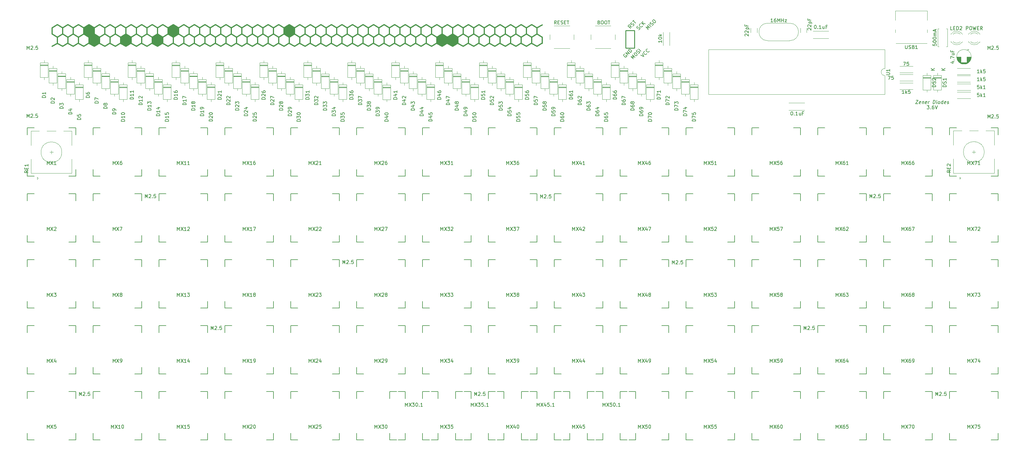
<source format=gbr>
G04 #@! TF.GenerationSoftware,KiCad,Pcbnew,5.1.5*
G04 #@! TF.CreationDate,2020-05-21T13:47:28+02:00*
G04 #@! TF.ProjectId,punk75,70756e6b-3735-42e6-9b69-6361645f7063,rev?*
G04 #@! TF.SameCoordinates,Original*
G04 #@! TF.FileFunction,Legend,Top*
G04 #@! TF.FilePolarity,Positive*
%FSLAX46Y46*%
G04 Gerber Fmt 4.6, Leading zero omitted, Abs format (unit mm)*
G04 Created by KiCad (PCBNEW 5.1.5) date 2020-05-21 13:47:28*
%MOMM*%
%LPD*%
G04 APERTURE LIST*
%ADD10C,0.300000*%
%ADD11C,0.100000*%
%ADD12C,0.150000*%
%ADD13C,0.120000*%
%ADD14C,0.250000*%
G04 APERTURE END LIST*
D10*
X90551000Y-113030000D02*
X89027000Y-113937051D01*
X230759000Y-107696000D02*
X229235000Y-108603051D01*
D11*
G36*
X159131000Y-108585000D02*
G01*
X159131000Y-110344949D01*
X157607000Y-111270051D01*
X156083000Y-110363000D01*
X156083000Y-108585000D01*
X157607000Y-107677949D01*
X159131000Y-108585000D01*
G37*
X159131000Y-108585000D02*
X159131000Y-110344949D01*
X157607000Y-111270051D01*
X156083000Y-110363000D01*
X156083000Y-108585000D01*
X157607000Y-107677949D01*
X159131000Y-108585000D01*
G36*
X203327000Y-111252000D02*
G01*
X200279000Y-111270051D01*
X201803000Y-110363000D01*
X203327000Y-111252000D01*
G37*
X203327000Y-111252000D02*
X200279000Y-111270051D01*
X201803000Y-110363000D01*
X203327000Y-111252000D01*
G36*
X206375000Y-111270051D02*
G01*
X206375000Y-113011949D01*
X204851000Y-113937051D01*
X203327000Y-113030000D01*
X201803000Y-113919000D01*
X200279000Y-113030000D01*
X200279000Y-111252000D01*
X203327000Y-111270051D01*
X204851000Y-110344949D01*
X206375000Y-111270051D01*
G37*
X206375000Y-111270051D02*
X206375000Y-113011949D01*
X204851000Y-113937051D01*
X203327000Y-113030000D01*
X201803000Y-113919000D01*
X200279000Y-113030000D01*
X200279000Y-111252000D01*
X203327000Y-111270051D01*
X204851000Y-110344949D01*
X206375000Y-111270051D01*
G36*
X125603000Y-108585000D02*
G01*
X125603000Y-110344949D01*
X124079000Y-111270051D01*
X122555000Y-110363000D01*
X122555000Y-108585000D01*
X124079000Y-107696000D01*
X125603000Y-108585000D01*
G37*
X125603000Y-108585000D02*
X125603000Y-110344949D01*
X124079000Y-111270051D01*
X122555000Y-110363000D01*
X122555000Y-108585000D01*
X124079000Y-107696000D01*
X125603000Y-108585000D01*
G36*
X121031000Y-111252000D02*
G01*
X121031000Y-113030000D01*
X119507000Y-113919000D01*
X117983000Y-113011949D01*
X117983000Y-111252000D01*
X119507000Y-110363000D01*
X121031000Y-111252000D01*
G37*
X121031000Y-111252000D02*
X121031000Y-113030000D01*
X119507000Y-113919000D01*
X117983000Y-113011949D01*
X117983000Y-111252000D01*
X119507000Y-110363000D01*
X121031000Y-111252000D01*
G36*
X111887000Y-111252000D02*
G01*
X111887000Y-113011949D01*
X110363000Y-113919000D01*
X108839000Y-113011949D01*
X108839000Y-111270051D01*
X110363000Y-110363000D01*
X111887000Y-111252000D01*
G37*
X111887000Y-111252000D02*
X111887000Y-113011949D01*
X110363000Y-113919000D01*
X108839000Y-113011949D01*
X108839000Y-111270051D01*
X110363000Y-110363000D01*
X111887000Y-111252000D01*
G36*
X102743000Y-111270051D02*
G01*
X102743000Y-113011949D01*
X101219000Y-113919000D01*
X99695000Y-113030000D01*
X99695000Y-111125000D01*
X101346000Y-110490000D01*
X102743000Y-111270051D01*
G37*
X102743000Y-111270051D02*
X102743000Y-113011949D01*
X101219000Y-113919000D01*
X99695000Y-113030000D01*
X99695000Y-111125000D01*
X101346000Y-110490000D01*
X102743000Y-111270051D01*
G36*
X101219000Y-108585000D02*
G01*
X101219000Y-110344949D01*
X99695000Y-111252000D01*
X98171000Y-110363000D01*
X98171000Y-108585000D01*
X99695000Y-107823000D01*
X101219000Y-108585000D01*
G37*
X101219000Y-108585000D02*
X101219000Y-110344949D01*
X99695000Y-111252000D01*
X98171000Y-110363000D01*
X98171000Y-108585000D01*
X99695000Y-107823000D01*
X101219000Y-108585000D01*
D10*
X194183000Y-113030000D02*
X194183000Y-111252000D01*
X188087000Y-113030000D02*
X189611000Y-113937051D01*
X180467000Y-110363000D02*
X180467000Y-108585000D01*
X217043000Y-110344949D02*
X215519000Y-111252000D01*
X210947000Y-110344949D02*
X209423000Y-111252000D01*
X220091000Y-110344949D02*
X218567000Y-111252000D01*
X206375000Y-113030000D02*
X207899000Y-113937051D01*
X200279000Y-107677949D02*
X198755000Y-108585000D01*
X227711000Y-113030000D02*
X227711000Y-111252000D01*
X200279000Y-111252000D02*
X200279000Y-113030000D01*
X186563000Y-110363000D02*
X188087000Y-111270051D01*
X206375000Y-113011949D02*
X204851000Y-113919000D01*
X209423000Y-113030000D02*
X210947000Y-113937051D01*
X227711000Y-113011949D02*
X226187000Y-113919000D01*
X206375000Y-113030000D02*
X206375000Y-111252000D01*
X185039000Y-113011949D02*
X183515000Y-113919000D01*
X210947000Y-110363000D02*
X210947000Y-108585000D01*
X200279000Y-113011949D02*
X198755000Y-113919000D01*
X206375000Y-111252000D02*
X206375000Y-113030000D01*
X195707000Y-110344949D02*
X194183000Y-111252000D01*
X198755000Y-110344949D02*
X200279000Y-111252000D01*
X189611000Y-110363000D02*
X189611000Y-108585000D01*
X192659000Y-110344949D02*
X191135000Y-111252000D01*
X215519000Y-107677949D02*
X217043000Y-108585000D01*
X226187000Y-110344949D02*
X224663000Y-111252000D01*
X224663000Y-113011949D02*
X223139000Y-113919000D01*
X204851000Y-108585000D02*
X204851000Y-110363000D01*
X195707000Y-110363000D02*
X197231000Y-111270051D01*
X194183000Y-111252000D02*
X194183000Y-113030000D01*
X188087000Y-107677949D02*
X189611000Y-108585000D01*
X226187000Y-108585000D02*
X226187000Y-110363000D01*
X183515000Y-110344949D02*
X181991000Y-111252000D01*
X215519000Y-113030000D02*
X217043000Y-113937051D01*
X191135000Y-107677949D02*
X192659000Y-108585000D01*
X197231000Y-107677949D02*
X198755000Y-108585000D01*
X217043000Y-110363000D02*
X218567000Y-111270051D01*
X183515000Y-108585000D02*
X183515000Y-110363000D01*
X213995000Y-110363000D02*
X213995000Y-108585000D01*
X226187000Y-110344949D02*
X224663000Y-111252000D01*
X229235000Y-110344949D02*
X227711000Y-111252000D01*
X210947000Y-110344949D02*
X212471000Y-111252000D01*
X204851000Y-110363000D02*
X206375000Y-111270051D01*
X195707000Y-110363000D02*
X195707000Y-108585000D01*
X195707000Y-110344949D02*
X197231000Y-111252000D01*
X181991000Y-107677949D02*
X183515000Y-108585000D01*
X213995000Y-110363000D02*
X215519000Y-111270051D01*
X224663000Y-113030000D02*
X224663000Y-111252000D01*
X192659000Y-108585000D02*
X192659000Y-110363000D01*
X217043000Y-110344949D02*
X215519000Y-111252000D01*
X220091000Y-108585000D02*
X220091000Y-110363000D01*
X200279000Y-113030000D02*
X200279000Y-111252000D01*
X186563000Y-110344949D02*
X185039000Y-111252000D01*
X227711000Y-107677949D02*
X229235000Y-108585000D01*
X223139000Y-110363000D02*
X223139000Y-108585000D01*
X204851000Y-110344949D02*
X203327000Y-111252000D01*
X218567000Y-113011949D02*
X217043000Y-113919000D01*
X217043000Y-110363000D02*
X217043000Y-108585000D01*
X203327000Y-113011949D02*
X201803000Y-113919000D01*
X230759000Y-113011949D02*
X229235000Y-113919000D01*
X191135000Y-107677949D02*
X189611000Y-108585000D01*
X186563000Y-110344949D02*
X185039000Y-111252000D01*
X183515000Y-110344949D02*
X181991000Y-111252000D01*
X204851000Y-110344949D02*
X203327000Y-111252000D01*
X230759000Y-111252000D02*
X230759000Y-113030000D01*
X210947000Y-110344949D02*
X209423000Y-111252000D01*
X204851000Y-110363000D02*
X204851000Y-108585000D01*
X215519000Y-107677949D02*
X213995000Y-108585000D01*
X185039000Y-111252000D02*
X185039000Y-113030000D01*
X229235000Y-110344949D02*
X227711000Y-111252000D01*
X198755000Y-108585000D02*
X198755000Y-110363000D01*
X209423000Y-113030000D02*
X209423000Y-111252000D01*
X220091000Y-110363000D02*
X221615000Y-111270051D01*
X218567000Y-113030000D02*
X218567000Y-111252000D01*
X218567000Y-113030000D02*
X220091000Y-113937051D01*
X194183000Y-107677949D02*
X195707000Y-108585000D01*
X181991000Y-107677949D02*
X180467000Y-108585000D01*
X223139000Y-108585000D02*
X223139000Y-110363000D01*
X192659000Y-110344949D02*
X191135000Y-111252000D01*
X224663000Y-107677949D02*
X226187000Y-108585000D01*
X207899000Y-110363000D02*
X207899000Y-108585000D01*
X188087000Y-107677949D02*
X186563000Y-108585000D01*
X201803000Y-108585000D02*
X201803000Y-110363000D01*
X220091000Y-110344949D02*
X218567000Y-111252000D01*
X201803000Y-110363000D02*
X203327000Y-111270051D01*
X221615000Y-107677949D02*
X223139000Y-108585000D01*
X181991000Y-113030000D02*
X181991000Y-111252000D01*
X200279000Y-107677949D02*
X201803000Y-108585000D01*
X215519000Y-113030000D02*
X215519000Y-111252000D01*
X207899000Y-110344949D02*
X206375000Y-111252000D01*
X198755000Y-110344949D02*
X197231000Y-111252000D01*
X191135000Y-113030000D02*
X192659000Y-113937051D01*
X191135000Y-111252000D02*
X191135000Y-113030000D01*
X212471000Y-107677949D02*
X213995000Y-108585000D01*
X221615000Y-107677949D02*
X220091000Y-108585000D01*
X217043000Y-108585000D02*
X217043000Y-110363000D01*
X209423000Y-107677949D02*
X210947000Y-108585000D01*
X183515000Y-110363000D02*
X185039000Y-111270051D01*
X188087000Y-111252000D02*
X188087000Y-113030000D01*
X189611000Y-110344949D02*
X188087000Y-111252000D01*
X218567000Y-107677949D02*
X220091000Y-108585000D01*
X203327000Y-113030000D02*
X203327000Y-111252000D01*
X210947000Y-110363000D02*
X212471000Y-111270051D01*
X224663000Y-107677949D02*
X223139000Y-108585000D01*
X212471000Y-111252000D02*
X212471000Y-113030000D01*
X206375000Y-107677949D02*
X204851000Y-108585000D01*
X212471000Y-113030000D02*
X212471000Y-111252000D01*
X209423000Y-113011949D02*
X207899000Y-113919000D01*
X227711000Y-111252000D02*
X227711000Y-113030000D01*
X221615000Y-111252000D02*
X221615000Y-113030000D01*
X192659000Y-110363000D02*
X194183000Y-111270051D01*
X206375000Y-107677949D02*
X207899000Y-108585000D01*
X194183000Y-107677949D02*
X192659000Y-108585000D01*
X217043000Y-110344949D02*
X218567000Y-111252000D01*
X203327000Y-107677949D02*
X201803000Y-108585000D01*
X204851000Y-110344949D02*
X206375000Y-111252000D01*
X207899000Y-110363000D02*
X209423000Y-111270051D01*
X209423000Y-107677949D02*
X207899000Y-108585000D01*
X189611000Y-110344949D02*
X191135000Y-111252000D01*
X192659000Y-110344949D02*
X194183000Y-111252000D01*
X207899000Y-110344949D02*
X206375000Y-111252000D01*
X189611000Y-108585000D02*
X189611000Y-110363000D01*
X212471000Y-107677949D02*
X210947000Y-108585000D01*
X183515000Y-110363000D02*
X183515000Y-108585000D01*
X186563000Y-110344949D02*
X188087000Y-111252000D01*
X198755000Y-110344949D02*
X197231000Y-111252000D01*
X189611000Y-110363000D02*
X191135000Y-111270051D01*
X188087000Y-113011949D02*
X186563000Y-113919000D01*
X215519000Y-113011949D02*
X213995000Y-113919000D01*
X195707000Y-108585000D02*
X195707000Y-110363000D01*
X192659000Y-110363000D02*
X192659000Y-108585000D01*
X210947000Y-108585000D02*
X210947000Y-110363000D01*
X185039000Y-113030000D02*
X186563000Y-113937051D01*
X197231000Y-113030000D02*
X197231000Y-111252000D01*
X213995000Y-110344949D02*
X215519000Y-111252000D01*
X189611000Y-110344949D02*
X188087000Y-111252000D01*
X180467000Y-110363000D02*
X181991000Y-111270051D01*
X212471000Y-113030000D02*
X213995000Y-113937051D01*
X226187000Y-110363000D02*
X227711000Y-111270051D01*
X203327000Y-113030000D02*
X204851000Y-113937051D01*
X186563000Y-108585000D02*
X186563000Y-110363000D01*
X223139000Y-110344949D02*
X221615000Y-111252000D01*
X226187000Y-110344949D02*
X227711000Y-111252000D01*
X223139000Y-110363000D02*
X224663000Y-111270051D01*
X181991000Y-113030000D02*
X183515000Y-113937051D01*
X224663000Y-111252000D02*
X224663000Y-113030000D01*
X229235000Y-108585000D02*
X229235000Y-110363000D01*
X188087000Y-113030000D02*
X188087000Y-111252000D01*
X191135000Y-113011949D02*
X189611000Y-113919000D01*
X201803000Y-110344949D02*
X203327000Y-111252000D01*
X198755000Y-110363000D02*
X198755000Y-108585000D01*
X185039000Y-113030000D02*
X185039000Y-111252000D01*
X209423000Y-111252000D02*
X209423000Y-113030000D01*
X185039000Y-107677949D02*
X186563000Y-108585000D01*
X191135000Y-113030000D02*
X191135000Y-111252000D01*
X194183000Y-113011949D02*
X192659000Y-113919000D01*
X221615000Y-113030000D02*
X221615000Y-111252000D01*
X197231000Y-107677949D02*
X195707000Y-108585000D01*
X207899000Y-110344949D02*
X209423000Y-111252000D01*
X220091000Y-110363000D02*
X220091000Y-108585000D01*
X221615000Y-113011949D02*
X220091000Y-113919000D01*
X185039000Y-107677949D02*
X183515000Y-108585000D01*
X200279000Y-113030000D02*
X201803000Y-113937051D01*
X223139000Y-110344949D02*
X221615000Y-111252000D01*
X215519000Y-111252000D02*
X215519000Y-113030000D01*
X223139000Y-110344949D02*
X224663000Y-111252000D01*
X207899000Y-108585000D02*
X207899000Y-110363000D01*
X198755000Y-110363000D02*
X200279000Y-111270051D01*
X203327000Y-111252000D02*
X203327000Y-113030000D01*
X195707000Y-110344949D02*
X194183000Y-111252000D01*
X221615000Y-113030000D02*
X223139000Y-113937051D01*
X229235000Y-110344949D02*
X230759000Y-111252000D01*
X201803000Y-110344949D02*
X200279000Y-111252000D01*
X220091000Y-110344949D02*
X221615000Y-111252000D01*
X197231000Y-113011949D02*
X195707000Y-113919000D01*
X197231000Y-113030000D02*
X198755000Y-113937051D01*
X212471000Y-113011949D02*
X210947000Y-113919000D01*
X194183000Y-113030000D02*
X195707000Y-113937051D01*
X183515000Y-110344949D02*
X185039000Y-111252000D01*
X197231000Y-111252000D02*
X197231000Y-113030000D01*
X218567000Y-111252000D02*
X218567000Y-113030000D01*
X213995000Y-110344949D02*
X212471000Y-111252000D01*
X201803000Y-110363000D02*
X201803000Y-108585000D01*
X186563000Y-110363000D02*
X186563000Y-108585000D01*
X218567000Y-107677949D02*
X217043000Y-108585000D01*
X213995000Y-108585000D02*
X213995000Y-110363000D01*
X201803000Y-110344949D02*
X200279000Y-111252000D01*
X224663000Y-113030000D02*
X226187000Y-113937051D01*
X227711000Y-113030000D02*
X229235000Y-113937051D01*
X213995000Y-110344949D02*
X212471000Y-111252000D01*
X227711000Y-107677949D02*
X226187000Y-108585000D01*
X226187000Y-110363000D02*
X226187000Y-108585000D01*
X203327000Y-107677949D02*
X204851000Y-108585000D01*
X157607000Y-107677949D02*
X156083000Y-108585000D01*
X149987000Y-110363000D02*
X151511000Y-111270051D01*
X185039000Y-111252000D02*
X185039000Y-113030000D01*
X162179000Y-110344949D02*
X160655000Y-111252000D01*
X146939000Y-110344949D02*
X145415000Y-111252000D01*
X177419000Y-108585000D02*
X177419000Y-110363000D01*
X139319000Y-107677949D02*
X140843000Y-108585000D01*
X181991000Y-113030000D02*
X181991000Y-111252000D01*
X166751000Y-113030000D02*
X168275000Y-113937051D01*
X149987000Y-110344949D02*
X148463000Y-111252000D01*
X159131000Y-110363000D02*
X159131000Y-108585000D01*
X186563000Y-110344949D02*
X188087000Y-111252000D01*
X159131000Y-110363000D02*
X160655000Y-111270051D01*
X146939000Y-110363000D02*
X146939000Y-108585000D01*
X142367000Y-113030000D02*
X142367000Y-111252000D01*
X171323000Y-110344949D02*
X172847000Y-111252000D01*
X145415000Y-113030000D02*
X146939000Y-113937051D01*
X142367000Y-113030000D02*
X143891000Y-113937051D01*
X157607000Y-113030000D02*
X157607000Y-111252000D01*
X165227000Y-110344949D02*
X166751000Y-111252000D01*
X148463000Y-107677949D02*
X146939000Y-108585000D01*
X171323000Y-110344949D02*
X169799000Y-111252000D01*
X169799000Y-107677949D02*
X168275000Y-108585000D01*
X174371000Y-108585000D02*
X174371000Y-110363000D01*
X143891000Y-110344949D02*
X145415000Y-111252000D01*
X181991000Y-107677949D02*
X183515000Y-108585000D01*
X172847000Y-111252000D02*
X172847000Y-113030000D01*
X178943000Y-111252000D02*
X178943000Y-113030000D01*
X178943000Y-113030000D02*
X180467000Y-113937051D01*
X143891000Y-108585000D02*
X143891000Y-110363000D01*
X177419000Y-110344949D02*
X178943000Y-111252000D01*
X162179000Y-110363000D02*
X163703000Y-111270051D01*
X175895000Y-113011949D02*
X174371000Y-113919000D01*
X177419000Y-110363000D02*
X177419000Y-108585000D01*
X175895000Y-111252000D02*
X175895000Y-113030000D01*
X166751000Y-113011949D02*
X165227000Y-113919000D01*
X157607000Y-111252000D02*
X157607000Y-113030000D01*
X162179000Y-108585000D02*
X162179000Y-110363000D01*
X163703000Y-111252000D02*
X163703000Y-113030000D01*
X160655000Y-111252000D02*
X160655000Y-113030000D01*
X169799000Y-113011949D02*
X168275000Y-113919000D01*
X140843000Y-110344949D02*
X139319000Y-111252000D01*
X153035000Y-110363000D02*
X154559000Y-111270051D01*
X160655000Y-113011949D02*
X159131000Y-113919000D01*
X166751000Y-107677949D02*
X168275000Y-108585000D01*
X157607000Y-113011949D02*
X156083000Y-113919000D01*
X180467000Y-110363000D02*
X180467000Y-108585000D01*
X151511000Y-113030000D02*
X151511000Y-111252000D01*
X154559000Y-113030000D02*
X156083000Y-113937051D01*
X146939000Y-108585000D02*
X146939000Y-110363000D01*
X159131000Y-110344949D02*
X157607000Y-111252000D01*
X145415000Y-107677949D02*
X146939000Y-108585000D01*
X180467000Y-110344949D02*
X178943000Y-111252000D01*
X183515000Y-110363000D02*
X183515000Y-108585000D01*
X156083000Y-110344949D02*
X154559000Y-111252000D01*
X146939000Y-110363000D02*
X148463000Y-111270051D01*
X156083000Y-108585000D02*
X156083000Y-110363000D01*
X183515000Y-110344949D02*
X185039000Y-111252000D01*
X149987000Y-110344949D02*
X148463000Y-111252000D01*
X177419000Y-110344949D02*
X175895000Y-111252000D01*
X175895000Y-113030000D02*
X175895000Y-111252000D01*
X166751000Y-111252000D02*
X166751000Y-113030000D01*
X159131000Y-110344949D02*
X160655000Y-111252000D01*
X188087000Y-113011949D02*
X186563000Y-113919000D01*
X153035000Y-108585000D02*
X153035000Y-110363000D01*
X154559000Y-113011949D02*
X153035000Y-113919000D01*
X151511000Y-107677949D02*
X149987000Y-108585000D01*
X183515000Y-110363000D02*
X185039000Y-111270051D01*
X149987000Y-110363000D02*
X149987000Y-108585000D01*
X139319000Y-113030000D02*
X140843000Y-113937051D01*
X148463000Y-111252000D02*
X148463000Y-113030000D01*
X175895000Y-107677949D02*
X174371000Y-108585000D01*
X174371000Y-110344949D02*
X175895000Y-111252000D01*
X145415000Y-113030000D02*
X145415000Y-111252000D01*
X143891000Y-110363000D02*
X143891000Y-108585000D01*
X171323000Y-108585000D02*
X171323000Y-110363000D01*
X154559000Y-111252000D02*
X154559000Y-113030000D01*
X143891000Y-110344949D02*
X142367000Y-111252000D01*
X163703000Y-107677949D02*
X162179000Y-108585000D01*
X185039000Y-107677949D02*
X183515000Y-108585000D01*
X146939000Y-110344949D02*
X145415000Y-111252000D01*
X168275000Y-110363000D02*
X169799000Y-111270051D01*
X137795000Y-110363000D02*
X139319000Y-111270051D01*
X177419000Y-110363000D02*
X178943000Y-111270051D01*
X180467000Y-110363000D02*
X181991000Y-111270051D01*
X172847000Y-113030000D02*
X174371000Y-113937051D01*
X162179000Y-110363000D02*
X162179000Y-108585000D01*
X153035000Y-110344949D02*
X154559000Y-111252000D01*
X151511000Y-113030000D02*
X153035000Y-113937051D01*
X163703000Y-113011949D02*
X162179000Y-113919000D01*
X174371000Y-110363000D02*
X175895000Y-111270051D01*
X175895000Y-113030000D02*
X177419000Y-113937051D01*
X178943000Y-113011949D02*
X177419000Y-113919000D01*
X168275000Y-108585000D02*
X168275000Y-110363000D01*
X169799000Y-113030000D02*
X169799000Y-111252000D01*
X163703000Y-113030000D02*
X165227000Y-113937051D01*
X153035000Y-110363000D02*
X153035000Y-108585000D01*
X140843000Y-110344949D02*
X142367000Y-111252000D01*
X181991000Y-111252000D02*
X181991000Y-113030000D01*
X183515000Y-110344949D02*
X181991000Y-111252000D01*
X180467000Y-110344949D02*
X178943000Y-111252000D01*
X154559000Y-107677949D02*
X153035000Y-108585000D01*
X165227000Y-110363000D02*
X166751000Y-111270051D01*
X188087000Y-111252000D02*
X188087000Y-113030000D01*
X148463000Y-107677949D02*
X149987000Y-108585000D01*
X151511000Y-107677949D02*
X153035000Y-108585000D01*
X142367000Y-107677949D02*
X140843000Y-108585000D01*
X175895000Y-107677949D02*
X177419000Y-108585000D01*
X149987000Y-110344949D02*
X151511000Y-111252000D01*
X157607000Y-113030000D02*
X159131000Y-113937051D01*
X149987000Y-108585000D02*
X149987000Y-110363000D01*
X160655000Y-107677949D02*
X159131000Y-108585000D01*
X151511000Y-111252000D02*
X151511000Y-113030000D01*
X157607000Y-107677949D02*
X159131000Y-108585000D01*
X165227000Y-108585000D02*
X165227000Y-110363000D01*
X156083000Y-110344949D02*
X154559000Y-111252000D01*
X145415000Y-107677949D02*
X143891000Y-108585000D01*
X172847000Y-113030000D02*
X172847000Y-111252000D01*
X145415000Y-111252000D02*
X145415000Y-113030000D01*
X172847000Y-107677949D02*
X171323000Y-108585000D01*
X146939000Y-110344949D02*
X148463000Y-111252000D01*
X148463000Y-113011949D02*
X146939000Y-113919000D01*
X160655000Y-113030000D02*
X162179000Y-113937051D01*
X165227000Y-110344949D02*
X163703000Y-111252000D01*
X139319000Y-107677949D02*
X137795000Y-108585000D01*
X165227000Y-110344949D02*
X163703000Y-111252000D01*
X168275000Y-110344949D02*
X166751000Y-111252000D01*
X159131000Y-108585000D02*
X159131000Y-110363000D01*
X168275000Y-110344949D02*
X166751000Y-111252000D01*
X169799000Y-111252000D02*
X169799000Y-113030000D01*
X186563000Y-110344949D02*
X185039000Y-111252000D01*
X154559000Y-113030000D02*
X154559000Y-111252000D01*
X140843000Y-110363000D02*
X140843000Y-108585000D01*
X181991000Y-113030000D02*
X183515000Y-113937051D01*
X143891000Y-110363000D02*
X145415000Y-111270051D01*
X178943000Y-113030000D02*
X178943000Y-111252000D01*
X185039000Y-113011949D02*
X183515000Y-113919000D01*
X140843000Y-108585000D02*
X140843000Y-110363000D01*
X145415000Y-113011949D02*
X143891000Y-113919000D01*
X156083000Y-110363000D02*
X156083000Y-108585000D01*
X183515000Y-110344949D02*
X181991000Y-111252000D01*
X162179000Y-110344949D02*
X163703000Y-111252000D01*
X160655000Y-107677949D02*
X162179000Y-108585000D01*
X140843000Y-110363000D02*
X142367000Y-111270051D01*
X168275000Y-110363000D02*
X168275000Y-108585000D01*
X174371000Y-110363000D02*
X174371000Y-108585000D01*
X174371000Y-110344949D02*
X172847000Y-111252000D01*
X172847000Y-113011949D02*
X171323000Y-113919000D01*
X165227000Y-110363000D02*
X165227000Y-108585000D01*
X163703000Y-113030000D02*
X163703000Y-111252000D01*
X168275000Y-110344949D02*
X169799000Y-111252000D01*
X140843000Y-110344949D02*
X139319000Y-111252000D01*
X153035000Y-110344949D02*
X151511000Y-111252000D01*
X185039000Y-113030000D02*
X185039000Y-111252000D01*
X181991000Y-107677949D02*
X180467000Y-108585000D01*
X177419000Y-110344949D02*
X175895000Y-111252000D01*
X186563000Y-110344949D02*
X185039000Y-111252000D01*
X178943000Y-107677949D02*
X180467000Y-108585000D01*
X183515000Y-108585000D02*
X183515000Y-110363000D01*
X166751000Y-113030000D02*
X166751000Y-111252000D01*
X171323000Y-110363000D02*
X172847000Y-111270051D01*
X137795000Y-110363000D02*
X137795000Y-108585000D01*
X160655000Y-113030000D02*
X160655000Y-111252000D01*
X169799000Y-113030000D02*
X171323000Y-113937051D01*
X180467000Y-110344949D02*
X181991000Y-111252000D01*
X142367000Y-111252000D02*
X142367000Y-113030000D01*
X148463000Y-113030000D02*
X148463000Y-111252000D01*
X169799000Y-107677949D02*
X171323000Y-108585000D01*
X178943000Y-107677949D02*
X177419000Y-108585000D01*
X162179000Y-110344949D02*
X160655000Y-111252000D01*
X159131000Y-110344949D02*
X157607000Y-111252000D01*
X171323000Y-110363000D02*
X171323000Y-108585000D01*
X142367000Y-113011949D02*
X140843000Y-113919000D01*
X142367000Y-107677949D02*
X143891000Y-108585000D01*
X156083000Y-110363000D02*
X157607000Y-111270051D01*
X163703000Y-107677949D02*
X165227000Y-108585000D01*
X166751000Y-107677949D02*
X165227000Y-108585000D01*
X171323000Y-110344949D02*
X169799000Y-111252000D01*
X172847000Y-107677949D02*
X174371000Y-108585000D01*
X185039000Y-113030000D02*
X186563000Y-113937051D01*
X180467000Y-108585000D02*
X180467000Y-110363000D01*
X139319000Y-113030000D02*
X139319000Y-111252000D01*
X148463000Y-113030000D02*
X149987000Y-113937051D01*
X156083000Y-110344949D02*
X157607000Y-111252000D01*
X174371000Y-110344949D02*
X172847000Y-111252000D01*
X154559000Y-107677949D02*
X156083000Y-108585000D01*
X181991000Y-113011949D02*
X180467000Y-113919000D01*
X186563000Y-108585000D02*
X186563000Y-110363000D01*
X185039000Y-107677949D02*
X186563000Y-108585000D01*
X143891000Y-110344949D02*
X142367000Y-111252000D01*
X151511000Y-113011949D02*
X149987000Y-113919000D01*
X153035000Y-110344949D02*
X151511000Y-111252000D01*
X133223000Y-107677949D02*
X131699000Y-108585000D01*
X125603000Y-110363000D02*
X127127000Y-111270051D01*
X137795000Y-110344949D02*
X136271000Y-111252000D01*
X122555000Y-110344949D02*
X121031000Y-111252000D01*
X114935000Y-107677949D02*
X116459000Y-108585000D01*
X125603000Y-110344949D02*
X124079000Y-111252000D01*
X134747000Y-110363000D02*
X134747000Y-108585000D01*
X134747000Y-110363000D02*
X136271000Y-111270051D01*
X122555000Y-110363000D02*
X122555000Y-108585000D01*
X117983000Y-113030000D02*
X117983000Y-111252000D01*
X121031000Y-113030000D02*
X122555000Y-113937051D01*
X117983000Y-113030000D02*
X119507000Y-113937051D01*
X133223000Y-113030000D02*
X133223000Y-111252000D01*
X124079000Y-107677949D02*
X122555000Y-108585000D01*
X119507000Y-110344949D02*
X121031000Y-111252000D01*
X119507000Y-108585000D02*
X119507000Y-110363000D01*
X133223000Y-111252000D02*
X133223000Y-113030000D01*
X137795000Y-108585000D02*
X137795000Y-110363000D01*
X139319000Y-111252000D02*
X139319000Y-113030000D01*
X136271000Y-111252000D02*
X136271000Y-113030000D01*
X116459000Y-110344949D02*
X114935000Y-111252000D01*
X128651000Y-110363000D02*
X130175000Y-111270051D01*
X136271000Y-113011949D02*
X134747000Y-113919000D01*
X133223000Y-113011949D02*
X131699000Y-113919000D01*
X127127000Y-113030000D02*
X127127000Y-111252000D01*
X130175000Y-113030000D02*
X131699000Y-113937051D01*
X122555000Y-108585000D02*
X122555000Y-110363000D01*
X134747000Y-110344949D02*
X133223000Y-111252000D01*
X121031000Y-107677949D02*
X122555000Y-108585000D01*
X131699000Y-110344949D02*
X130175000Y-111252000D01*
X122555000Y-110363000D02*
X124079000Y-111270051D01*
X131699000Y-108585000D02*
X131699000Y-110363000D01*
X125603000Y-110344949D02*
X124079000Y-111252000D01*
X134747000Y-110344949D02*
X136271000Y-111252000D01*
X128651000Y-108585000D02*
X128651000Y-110363000D01*
X130175000Y-113011949D02*
X128651000Y-113919000D01*
X127127000Y-107677949D02*
X125603000Y-108585000D01*
X125603000Y-110363000D02*
X125603000Y-108585000D01*
X114935000Y-113030000D02*
X116459000Y-113937051D01*
X124079000Y-111252000D02*
X124079000Y-113030000D01*
X121031000Y-113030000D02*
X121031000Y-111252000D01*
X119507000Y-110363000D02*
X119507000Y-108585000D01*
X130175000Y-111252000D02*
X130175000Y-113030000D01*
X119507000Y-110344949D02*
X117983000Y-111252000D01*
X122555000Y-110344949D02*
X121031000Y-111252000D01*
X113411000Y-110363000D02*
X114935000Y-111270051D01*
X128651000Y-110344949D02*
X130175000Y-111252000D01*
X127127000Y-113030000D02*
X128651000Y-113937051D01*
X139319000Y-113011949D02*
X137795000Y-113919000D01*
X128651000Y-110363000D02*
X128651000Y-108585000D01*
X116459000Y-110344949D02*
X117983000Y-111252000D01*
X130175000Y-107677949D02*
X128651000Y-108585000D01*
X124079000Y-107677949D02*
X125603000Y-108585000D01*
X127127000Y-107677949D02*
X128651000Y-108585000D01*
X117983000Y-107677949D02*
X116459000Y-108585000D01*
X125603000Y-110344949D02*
X127127000Y-111252000D01*
X133223000Y-113030000D02*
X134747000Y-113937051D01*
X125603000Y-108585000D02*
X125603000Y-110363000D01*
X136271000Y-107677949D02*
X134747000Y-108585000D01*
X127127000Y-111252000D02*
X127127000Y-113030000D01*
X133223000Y-107677949D02*
X134747000Y-108585000D01*
X131699000Y-110344949D02*
X130175000Y-111252000D01*
X121031000Y-107677949D02*
X119507000Y-108585000D01*
X121031000Y-111252000D02*
X121031000Y-113030000D01*
X122555000Y-110344949D02*
X124079000Y-111252000D01*
X124079000Y-113011949D02*
X122555000Y-113919000D01*
X136271000Y-113030000D02*
X137795000Y-113937051D01*
X114935000Y-107677949D02*
X113411000Y-108585000D01*
X134747000Y-108585000D02*
X134747000Y-110363000D01*
X130175000Y-113030000D02*
X130175000Y-111252000D01*
X116459000Y-110363000D02*
X116459000Y-108585000D01*
X119507000Y-110363000D02*
X121031000Y-111270051D01*
X116459000Y-108585000D02*
X116459000Y-110363000D01*
X121031000Y-113011949D02*
X119507000Y-113919000D01*
X131699000Y-110363000D02*
X131699000Y-108585000D01*
X137795000Y-110344949D02*
X139319000Y-111252000D01*
X136271000Y-107677949D02*
X137795000Y-108585000D01*
X116459000Y-110363000D02*
X117983000Y-111270051D01*
X116459000Y-110344949D02*
X114935000Y-111252000D01*
X128651000Y-110344949D02*
X127127000Y-111252000D01*
X113411000Y-110363000D02*
X113411000Y-108585000D01*
X136271000Y-113030000D02*
X136271000Y-111252000D01*
X117983000Y-111252000D02*
X117983000Y-113030000D01*
X124079000Y-113030000D02*
X124079000Y-111252000D01*
X137795000Y-110344949D02*
X136271000Y-111252000D01*
X134747000Y-110344949D02*
X133223000Y-111252000D01*
X117983000Y-113011949D02*
X116459000Y-113919000D01*
X117983000Y-107677949D02*
X119507000Y-108585000D01*
X131699000Y-110363000D02*
X133223000Y-111270051D01*
X114935000Y-113030000D02*
X114935000Y-111252000D01*
X124079000Y-113030000D02*
X125603000Y-113937051D01*
X131699000Y-110344949D02*
X133223000Y-111252000D01*
X130175000Y-107677949D02*
X131699000Y-108585000D01*
X119507000Y-110344949D02*
X117983000Y-111252000D01*
X127127000Y-113011949D02*
X125603000Y-113919000D01*
X128651000Y-110344949D02*
X127127000Y-111252000D01*
X110363000Y-110344949D02*
X108839000Y-111252000D01*
X102743000Y-107677949D02*
X104267000Y-108585000D01*
X113411000Y-110344949D02*
X111887000Y-111252000D01*
X110363000Y-110363000D02*
X110363000Y-108585000D01*
X105791000Y-113030000D02*
X105791000Y-111252000D01*
X108839000Y-113030000D02*
X110363000Y-113937051D01*
X105791000Y-113030000D02*
X107315000Y-113937051D01*
X111887000Y-107677949D02*
X110363000Y-108585000D01*
X107315000Y-110344949D02*
X108839000Y-111252000D01*
X107315000Y-108585000D02*
X107315000Y-110363000D01*
X104267000Y-110344949D02*
X102743000Y-111252000D01*
X110363000Y-108585000D02*
X110363000Y-110363000D01*
X108839000Y-107677949D02*
X110363000Y-108585000D01*
X110363000Y-110363000D02*
X111887000Y-111270051D01*
X113411000Y-110344949D02*
X111887000Y-111252000D01*
X102743000Y-113030000D02*
X104267000Y-113937051D01*
X111887000Y-111252000D02*
X111887000Y-113030000D01*
X108839000Y-113030000D02*
X108839000Y-111252000D01*
X107315000Y-110363000D02*
X107315000Y-108585000D01*
X107315000Y-110344949D02*
X105791000Y-111252000D01*
X110363000Y-110344949D02*
X108839000Y-111252000D01*
X101219000Y-110363000D02*
X102743000Y-111270051D01*
X104267000Y-110344949D02*
X105791000Y-111252000D01*
X111887000Y-107677949D02*
X113411000Y-108585000D01*
X105791000Y-107677949D02*
X104267000Y-108585000D01*
X113411000Y-110344949D02*
X114935000Y-111252000D01*
X113411000Y-108585000D02*
X113411000Y-110363000D01*
X114935000Y-111252000D02*
X114935000Y-113030000D01*
X108839000Y-107677949D02*
X107315000Y-108585000D01*
X108839000Y-111252000D02*
X108839000Y-113030000D01*
X110363000Y-110344949D02*
X111887000Y-111252000D01*
X111887000Y-113011949D02*
X110363000Y-113919000D01*
X102743000Y-107677949D02*
X101219000Y-108585000D01*
X104267000Y-110363000D02*
X104267000Y-108585000D01*
X107315000Y-110363000D02*
X108839000Y-111270051D01*
X104267000Y-108585000D02*
X104267000Y-110363000D01*
X108839000Y-113011949D02*
X107315000Y-113919000D01*
X104267000Y-110363000D02*
X105791000Y-111270051D01*
X104267000Y-110344949D02*
X102743000Y-111252000D01*
X101219000Y-110363000D02*
X101219000Y-108585000D01*
X105791000Y-111252000D02*
X105791000Y-113030000D01*
X111887000Y-113030000D02*
X111887000Y-111252000D01*
X105791000Y-113011949D02*
X104267000Y-113919000D01*
X105791000Y-107677949D02*
X107315000Y-108585000D01*
X102743000Y-113030000D02*
X102743000Y-111252000D01*
X111887000Y-113030000D02*
X113411000Y-113937051D01*
X107315000Y-110344949D02*
X105791000Y-111252000D01*
X114935000Y-113011949D02*
X113411000Y-113919000D01*
X96647000Y-107677949D02*
X98171000Y-108585000D01*
X99695000Y-113030000D02*
X99695000Y-111252000D01*
X99695000Y-113030000D02*
X101219000Y-113937051D01*
X101219000Y-110344949D02*
X102743000Y-111252000D01*
X101219000Y-108585000D02*
X101219000Y-110363000D01*
X98171000Y-110344949D02*
X96647000Y-111252000D01*
X96647000Y-113030000D02*
X98171000Y-113937051D01*
X101219000Y-110344949D02*
X99695000Y-111252000D01*
X95123000Y-110363000D02*
X96647000Y-111270051D01*
X98171000Y-110344949D02*
X99695000Y-111252000D01*
X99695000Y-107677949D02*
X98171000Y-108585000D01*
X102743000Y-111252000D02*
X102743000Y-113030000D01*
X96647000Y-107677949D02*
X95123000Y-108585000D01*
X98171000Y-110363000D02*
X98171000Y-108585000D01*
X98171000Y-108585000D02*
X98171000Y-110363000D01*
X102743000Y-113011949D02*
X101219000Y-113919000D01*
X98171000Y-110363000D02*
X99695000Y-111270051D01*
X98171000Y-110344949D02*
X96647000Y-111252000D01*
X95123000Y-110363000D02*
X95123000Y-108585000D01*
X99695000Y-111252000D02*
X99695000Y-113030000D01*
X99695000Y-113011949D02*
X98171000Y-113919000D01*
X99695000Y-107677949D02*
X101219000Y-108585000D01*
X96647000Y-113030000D02*
X96647000Y-111252000D01*
X101219000Y-110344949D02*
X99695000Y-111252000D01*
X93599000Y-107677949D02*
X95123000Y-108585000D01*
X95123000Y-110344949D02*
X93599000Y-111252000D01*
X93599000Y-113030000D02*
X95123000Y-113937051D01*
X92075000Y-110363000D02*
X93599000Y-111270051D01*
X95123000Y-110344949D02*
X96647000Y-111252000D01*
X93599000Y-107677949D02*
X92075000Y-108585000D01*
X95123000Y-108585000D02*
X95123000Y-110363000D01*
X95123000Y-110344949D02*
X93599000Y-111252000D01*
X92075000Y-110363000D02*
X92075000Y-108585000D01*
X96647000Y-111252000D02*
X96647000Y-113030000D01*
X96647000Y-113011949D02*
X95123000Y-113919000D01*
X93599000Y-113030000D02*
X93599000Y-111252000D01*
X92075000Y-110344949D02*
X93599000Y-111252000D01*
X90551000Y-113030000D02*
X92075000Y-113937051D01*
X92075000Y-110344949D02*
X90551000Y-111252000D01*
X93599000Y-111252000D02*
X93599000Y-113030000D01*
X93599000Y-113011949D02*
X92075000Y-113919000D01*
X90551000Y-113030000D02*
X90551000Y-111252000D01*
X92075000Y-108585000D02*
X92075000Y-110363000D01*
X89027000Y-110363000D02*
X89027000Y-108585000D01*
X92075000Y-110344949D02*
X90551000Y-111252000D01*
X89027000Y-110363000D02*
X90551000Y-111270051D01*
X90551000Y-107677949D02*
X89027000Y-108585000D01*
X90551000Y-107677949D02*
X92075000Y-108585000D01*
D12*
X342058809Y-131024380D02*
X342677857Y-131024380D01*
X342344523Y-131405333D01*
X342487380Y-131405333D01*
X342582619Y-131452952D01*
X342630238Y-131500571D01*
X342677857Y-131595809D01*
X342677857Y-131833904D01*
X342630238Y-131929142D01*
X342582619Y-131976761D01*
X342487380Y-132024380D01*
X342201666Y-132024380D01*
X342106428Y-131976761D01*
X342058809Y-131929142D01*
X343106428Y-131929142D02*
X343154047Y-131976761D01*
X343106428Y-132024380D01*
X343058809Y-131976761D01*
X343106428Y-131929142D01*
X343106428Y-132024380D01*
X344011190Y-131024380D02*
X343820714Y-131024380D01*
X343725476Y-131072000D01*
X343677857Y-131119619D01*
X343582619Y-131262476D01*
X343535000Y-131452952D01*
X343535000Y-131833904D01*
X343582619Y-131929142D01*
X343630238Y-131976761D01*
X343725476Y-132024380D01*
X343915952Y-132024380D01*
X344011190Y-131976761D01*
X344058809Y-131929142D01*
X344106428Y-131833904D01*
X344106428Y-131595809D01*
X344058809Y-131500571D01*
X344011190Y-131452952D01*
X343915952Y-131405333D01*
X343725476Y-131405333D01*
X343630238Y-131452952D01*
X343582619Y-131500571D01*
X343535000Y-131595809D01*
X344392142Y-131024380D02*
X344725476Y-132024380D01*
X345058809Y-131024380D01*
X338877491Y-129500380D02*
X339544157Y-129500380D01*
X338752491Y-130500380D01*
X339419157Y-130500380D01*
X340187014Y-130452761D02*
X340085824Y-130500380D01*
X339895348Y-130500380D01*
X339806062Y-130452761D01*
X339770348Y-130357523D01*
X339817967Y-129976571D01*
X339877491Y-129881333D01*
X339978681Y-129833714D01*
X340169157Y-129833714D01*
X340258443Y-129881333D01*
X340294157Y-129976571D01*
X340282252Y-130071809D01*
X339794157Y-130167047D01*
X340740586Y-129833714D02*
X340657252Y-130500380D01*
X340728681Y-129928952D02*
X340782252Y-129881333D01*
X340883443Y-129833714D01*
X341026300Y-129833714D01*
X341115586Y-129881333D01*
X341151300Y-129976571D01*
X341085824Y-130500380D01*
X341948919Y-130452761D02*
X341847729Y-130500380D01*
X341657252Y-130500380D01*
X341567967Y-130452761D01*
X341532252Y-130357523D01*
X341579872Y-129976571D01*
X341639395Y-129881333D01*
X341740586Y-129833714D01*
X341931062Y-129833714D01*
X342020348Y-129881333D01*
X342056062Y-129976571D01*
X342044157Y-130071809D01*
X341556062Y-130167047D01*
X342419157Y-130500380D02*
X342502491Y-129833714D01*
X342478681Y-130024190D02*
X342538205Y-129928952D01*
X342591776Y-129881333D01*
X342692967Y-129833714D01*
X342788205Y-129833714D01*
X343800110Y-130500380D02*
X343925110Y-129500380D01*
X344163205Y-129500380D01*
X344300110Y-129548000D01*
X344383443Y-129643238D01*
X344419157Y-129738476D01*
X344442967Y-129928952D01*
X344425110Y-130071809D01*
X344353681Y-130262285D01*
X344294157Y-130357523D01*
X344187014Y-130452761D01*
X344038205Y-130500380D01*
X343800110Y-130500380D01*
X344800110Y-130500380D02*
X344883443Y-129833714D01*
X344925110Y-129500380D02*
X344871538Y-129548000D01*
X344913205Y-129595619D01*
X344966776Y-129548000D01*
X344925110Y-129500380D01*
X344913205Y-129595619D01*
X345419157Y-130500380D02*
X345329872Y-130452761D01*
X345288205Y-130405142D01*
X345252491Y-130309904D01*
X345288205Y-130024190D01*
X345347729Y-129928952D01*
X345401300Y-129881333D01*
X345502491Y-129833714D01*
X345645348Y-129833714D01*
X345734633Y-129881333D01*
X345776300Y-129928952D01*
X345812014Y-130024190D01*
X345776300Y-130309904D01*
X345716776Y-130405142D01*
X345663205Y-130452761D01*
X345562014Y-130500380D01*
X345419157Y-130500380D01*
X346609633Y-130500380D02*
X346734633Y-129500380D01*
X346615586Y-130452761D02*
X346514395Y-130500380D01*
X346323919Y-130500380D01*
X346234633Y-130452761D01*
X346192967Y-130405142D01*
X346157252Y-130309904D01*
X346192967Y-130024190D01*
X346252491Y-129928952D01*
X346306062Y-129881333D01*
X346407252Y-129833714D01*
X346597729Y-129833714D01*
X346687014Y-129881333D01*
X347472729Y-130452761D02*
X347371538Y-130500380D01*
X347181062Y-130500380D01*
X347091776Y-130452761D01*
X347056062Y-130357523D01*
X347103681Y-129976571D01*
X347163205Y-129881333D01*
X347264395Y-129833714D01*
X347454872Y-129833714D01*
X347544157Y-129881333D01*
X347579872Y-129976571D01*
X347567967Y-130071809D01*
X347079872Y-130167047D01*
X347901300Y-130452761D02*
X347990586Y-130500380D01*
X348181062Y-130500380D01*
X348282252Y-130452761D01*
X348341776Y-130357523D01*
X348347729Y-130309904D01*
X348312014Y-130214666D01*
X348222729Y-130167047D01*
X348079872Y-130167047D01*
X347990586Y-130119428D01*
X347954872Y-130024190D01*
X347960824Y-129976571D01*
X348020348Y-129881333D01*
X348121538Y-129833714D01*
X348264395Y-129833714D01*
X348353681Y-129881333D01*
X291450000Y-194612500D02*
X291450000Y-196612500D01*
X293450000Y-194612500D02*
X291450000Y-194612500D01*
X291450000Y-208612500D02*
X293450000Y-208612500D01*
X291450000Y-206612500D02*
X291450000Y-208612500D01*
X305450000Y-208612500D02*
X305450000Y-206612500D01*
X303450000Y-208612500D02*
X305450000Y-208612500D01*
X305450000Y-194612500D02*
X305450000Y-196612500D01*
X303450000Y-194612500D02*
X305450000Y-194612500D01*
X200675000Y-227662500D02*
X200675000Y-225662500D01*
X198675000Y-227662500D02*
X200675000Y-227662500D01*
X200675000Y-213662500D02*
X198675000Y-213662500D01*
X200675000Y-215662500D02*
X200675000Y-213662500D01*
X186675000Y-213662500D02*
X186675000Y-215662500D01*
X188675000Y-213662500D02*
X186675000Y-213662500D01*
X186675000Y-227662500D02*
X186675000Y-225662500D01*
X188675000Y-227662500D02*
X186675000Y-227662500D01*
X219725000Y-227662500D02*
X219725000Y-225662500D01*
X217725000Y-227662500D02*
X219725000Y-227662500D01*
X219725000Y-213662500D02*
X217725000Y-213662500D01*
X219725000Y-215662500D02*
X219725000Y-213662500D01*
X205725000Y-213662500D02*
X205725000Y-215662500D01*
X207725000Y-213662500D02*
X205725000Y-213662500D01*
X205725000Y-227662500D02*
X205725000Y-225662500D01*
X207725000Y-227662500D02*
X205725000Y-227662500D01*
X238775000Y-227662500D02*
X238775000Y-225662500D01*
X236775000Y-227662500D02*
X238775000Y-227662500D01*
X238775000Y-213662500D02*
X236775000Y-213662500D01*
X238775000Y-215662500D02*
X238775000Y-213662500D01*
X224775000Y-213662500D02*
X224775000Y-215662500D01*
X226775000Y-213662500D02*
X224775000Y-213662500D01*
X224775000Y-227662500D02*
X224775000Y-225662500D01*
X226775000Y-227662500D02*
X224775000Y-227662500D01*
D13*
X302375500Y-112284750D02*
G75*
G03X302375500Y-107234750I0J2525000D01*
G01*
X295975500Y-112284750D02*
G75*
G02X295975500Y-107234750I0J2525000D01*
G01*
X295975500Y-112284750D02*
X302375500Y-112284750D01*
X295975500Y-107234750D02*
X302375500Y-107234750D01*
D12*
X257825000Y-227662500D02*
X257825000Y-225662500D01*
X255825000Y-227662500D02*
X257825000Y-227662500D01*
X257825000Y-213662500D02*
X255825000Y-213662500D01*
X257825000Y-215662500D02*
X257825000Y-213662500D01*
X243825000Y-213662500D02*
X243825000Y-215662500D01*
X245825000Y-213662500D02*
X243825000Y-213662500D01*
X243825000Y-227662500D02*
X243825000Y-225662500D01*
X245825000Y-227662500D02*
X243825000Y-227662500D01*
X234300000Y-213662500D02*
X234300000Y-215662500D01*
X236300000Y-213662500D02*
X234300000Y-213662500D01*
X234300000Y-227662500D02*
X236300000Y-227662500D01*
X234300000Y-225662500D02*
X234300000Y-227662500D01*
X248300000Y-227662500D02*
X248300000Y-225662500D01*
X246300000Y-227662500D02*
X248300000Y-227662500D01*
X248300000Y-213662500D02*
X248300000Y-215662500D01*
X246300000Y-213662500D02*
X248300000Y-213662500D01*
X329550000Y-175562500D02*
X329550000Y-177562500D01*
X331550000Y-175562500D02*
X329550000Y-175562500D01*
X329550000Y-189562500D02*
X331550000Y-189562500D01*
X329550000Y-187562500D02*
X329550000Y-189562500D01*
X343550000Y-189562500D02*
X343550000Y-187562500D01*
X341550000Y-189562500D02*
X343550000Y-189562500D01*
X343550000Y-175562500D02*
X343550000Y-177562500D01*
X341550000Y-175562500D02*
X343550000Y-175562500D01*
X348600000Y-213662500D02*
X348600000Y-215662500D01*
X350600000Y-213662500D02*
X348600000Y-213662500D01*
X348600000Y-227662500D02*
X350600000Y-227662500D01*
X348600000Y-225662500D02*
X348600000Y-227662500D01*
X362600000Y-227662500D02*
X362600000Y-225662500D01*
X360600000Y-227662500D02*
X362600000Y-227662500D01*
X362600000Y-213662500D02*
X362600000Y-215662500D01*
X360600000Y-213662500D02*
X362600000Y-213662500D01*
X348600000Y-194612500D02*
X348600000Y-196612500D01*
X350600000Y-194612500D02*
X348600000Y-194612500D01*
X348600000Y-208612500D02*
X350600000Y-208612500D01*
X348600000Y-206612500D02*
X348600000Y-208612500D01*
X362600000Y-208612500D02*
X362600000Y-206612500D01*
X360600000Y-208612500D02*
X362600000Y-208612500D01*
X362600000Y-194612500D02*
X362600000Y-196612500D01*
X360600000Y-194612500D02*
X362600000Y-194612500D01*
X348600000Y-175562500D02*
X348600000Y-177562500D01*
X350600000Y-175562500D02*
X348600000Y-175562500D01*
X348600000Y-189562500D02*
X350600000Y-189562500D01*
X348600000Y-187562500D02*
X348600000Y-189562500D01*
X362600000Y-189562500D02*
X362600000Y-187562500D01*
X360600000Y-189562500D02*
X362600000Y-189562500D01*
X362600000Y-175562500D02*
X362600000Y-177562500D01*
X360600000Y-175562500D02*
X362600000Y-175562500D01*
X348600000Y-156512500D02*
X348600000Y-158512500D01*
X350600000Y-156512500D02*
X348600000Y-156512500D01*
X348600000Y-170512500D02*
X350600000Y-170512500D01*
X348600000Y-168512500D02*
X348600000Y-170512500D01*
X362600000Y-170512500D02*
X362600000Y-168512500D01*
X360600000Y-170512500D02*
X362600000Y-170512500D01*
X362600000Y-156512500D02*
X362600000Y-158512500D01*
X360600000Y-156512500D02*
X362600000Y-156512500D01*
X348600000Y-137462500D02*
X348600000Y-139462500D01*
X350600000Y-137462500D02*
X348600000Y-137462500D01*
X348600000Y-151462500D02*
X350600000Y-151462500D01*
X348600000Y-149462500D02*
X348600000Y-151462500D01*
X362600000Y-151462500D02*
X362600000Y-149462500D01*
X360600000Y-151462500D02*
X362600000Y-151462500D01*
X362600000Y-137462500D02*
X362600000Y-139462500D01*
X360600000Y-137462500D02*
X362600000Y-137462500D01*
X329550000Y-213662500D02*
X329550000Y-215662500D01*
X331550000Y-213662500D02*
X329550000Y-213662500D01*
X329550000Y-227662500D02*
X331550000Y-227662500D01*
X329550000Y-225662500D02*
X329550000Y-227662500D01*
X343550000Y-227662500D02*
X343550000Y-225662500D01*
X341550000Y-227662500D02*
X343550000Y-227662500D01*
X343550000Y-213662500D02*
X343550000Y-215662500D01*
X341550000Y-213662500D02*
X343550000Y-213662500D01*
X329550000Y-194612500D02*
X329550000Y-196612500D01*
X331550000Y-194612500D02*
X329550000Y-194612500D01*
X329550000Y-208612500D02*
X331550000Y-208612500D01*
X329550000Y-206612500D02*
X329550000Y-208612500D01*
X343550000Y-208612500D02*
X343550000Y-206612500D01*
X341550000Y-208612500D02*
X343550000Y-208612500D01*
X343550000Y-194612500D02*
X343550000Y-196612500D01*
X341550000Y-194612500D02*
X343550000Y-194612500D01*
X329550000Y-156512500D02*
X329550000Y-158512500D01*
X331550000Y-156512500D02*
X329550000Y-156512500D01*
X329550000Y-170512500D02*
X331550000Y-170512500D01*
X329550000Y-168512500D02*
X329550000Y-170512500D01*
X343550000Y-170512500D02*
X343550000Y-168512500D01*
X341550000Y-170512500D02*
X343550000Y-170512500D01*
X343550000Y-156512500D02*
X343550000Y-158512500D01*
X341550000Y-156512500D02*
X343550000Y-156512500D01*
X329550000Y-137462500D02*
X329550000Y-139462500D01*
X331550000Y-137462500D02*
X329550000Y-137462500D01*
X329550000Y-151462500D02*
X331550000Y-151462500D01*
X329550000Y-149462500D02*
X329550000Y-151462500D01*
X343550000Y-151462500D02*
X343550000Y-149462500D01*
X341550000Y-151462500D02*
X343550000Y-151462500D01*
X343550000Y-137462500D02*
X343550000Y-139462500D01*
X341550000Y-137462500D02*
X343550000Y-137462500D01*
X310500000Y-213662500D02*
X310500000Y-215662500D01*
X312500000Y-213662500D02*
X310500000Y-213662500D01*
X310500000Y-227662500D02*
X312500000Y-227662500D01*
X310500000Y-225662500D02*
X310500000Y-227662500D01*
X324500000Y-227662500D02*
X324500000Y-225662500D01*
X322500000Y-227662500D02*
X324500000Y-227662500D01*
X324500000Y-213662500D02*
X324500000Y-215662500D01*
X322500000Y-213662500D02*
X324500000Y-213662500D01*
X310500000Y-194612500D02*
X310500000Y-196612500D01*
X312500000Y-194612500D02*
X310500000Y-194612500D01*
X310500000Y-208612500D02*
X312500000Y-208612500D01*
X310500000Y-206612500D02*
X310500000Y-208612500D01*
X324500000Y-208612500D02*
X324500000Y-206612500D01*
X322500000Y-208612500D02*
X324500000Y-208612500D01*
X324500000Y-194612500D02*
X324500000Y-196612500D01*
X322500000Y-194612500D02*
X324500000Y-194612500D01*
X310500000Y-175562500D02*
X310500000Y-177562500D01*
X312500000Y-175562500D02*
X310500000Y-175562500D01*
X310500000Y-189562500D02*
X312500000Y-189562500D01*
X310500000Y-187562500D02*
X310500000Y-189562500D01*
X324500000Y-189562500D02*
X324500000Y-187562500D01*
X322500000Y-189562500D02*
X324500000Y-189562500D01*
X324500000Y-175562500D02*
X324500000Y-177562500D01*
X322500000Y-175562500D02*
X324500000Y-175562500D01*
X310500000Y-156512500D02*
X310500000Y-158512500D01*
X312500000Y-156512500D02*
X310500000Y-156512500D01*
X310500000Y-170512500D02*
X312500000Y-170512500D01*
X310500000Y-168512500D02*
X310500000Y-170512500D01*
X324500000Y-170512500D02*
X324500000Y-168512500D01*
X322500000Y-170512500D02*
X324500000Y-170512500D01*
X324500000Y-156512500D02*
X324500000Y-158512500D01*
X322500000Y-156512500D02*
X324500000Y-156512500D01*
X310500000Y-137462500D02*
X310500000Y-139462500D01*
X312500000Y-137462500D02*
X310500000Y-137462500D01*
X310500000Y-151462500D02*
X312500000Y-151462500D01*
X310500000Y-149462500D02*
X310500000Y-151462500D01*
X324500000Y-151462500D02*
X324500000Y-149462500D01*
X322500000Y-151462500D02*
X324500000Y-151462500D01*
X324500000Y-137462500D02*
X324500000Y-139462500D01*
X322500000Y-137462500D02*
X324500000Y-137462500D01*
X291450000Y-213662500D02*
X291450000Y-215662500D01*
X293450000Y-213662500D02*
X291450000Y-213662500D01*
X291450000Y-227662500D02*
X293450000Y-227662500D01*
X291450000Y-225662500D02*
X291450000Y-227662500D01*
X305450000Y-227662500D02*
X305450000Y-225662500D01*
X303450000Y-227662500D02*
X305450000Y-227662500D01*
X305450000Y-213662500D02*
X305450000Y-215662500D01*
X303450000Y-213662500D02*
X305450000Y-213662500D01*
X291450000Y-175562500D02*
X291450000Y-177562500D01*
X293450000Y-175562500D02*
X291450000Y-175562500D01*
X291450000Y-189562500D02*
X293450000Y-189562500D01*
X291450000Y-187562500D02*
X291450000Y-189562500D01*
X305450000Y-189562500D02*
X305450000Y-187562500D01*
X303450000Y-189562500D02*
X305450000Y-189562500D01*
X305450000Y-175562500D02*
X305450000Y-177562500D01*
X303450000Y-175562500D02*
X305450000Y-175562500D01*
X291450000Y-156512500D02*
X291450000Y-158512500D01*
X293450000Y-156512500D02*
X291450000Y-156512500D01*
X291450000Y-170512500D02*
X293450000Y-170512500D01*
X291450000Y-168512500D02*
X291450000Y-170512500D01*
X305450000Y-170512500D02*
X305450000Y-168512500D01*
X303450000Y-170512500D02*
X305450000Y-170512500D01*
X305450000Y-156512500D02*
X305450000Y-158512500D01*
X303450000Y-156512500D02*
X305450000Y-156512500D01*
X291450000Y-137462500D02*
X291450000Y-139462500D01*
X293450000Y-137462500D02*
X291450000Y-137462500D01*
X291450000Y-151462500D02*
X293450000Y-151462500D01*
X291450000Y-149462500D02*
X291450000Y-151462500D01*
X305450000Y-151462500D02*
X305450000Y-149462500D01*
X303450000Y-151462500D02*
X305450000Y-151462500D01*
X305450000Y-137462500D02*
X305450000Y-139462500D01*
X303450000Y-137462500D02*
X305450000Y-137462500D01*
X272400000Y-213662500D02*
X272400000Y-215662500D01*
X274400000Y-213662500D02*
X272400000Y-213662500D01*
X272400000Y-227662500D02*
X274400000Y-227662500D01*
X272400000Y-225662500D02*
X272400000Y-227662500D01*
X286400000Y-227662500D02*
X286400000Y-225662500D01*
X284400000Y-227662500D02*
X286400000Y-227662500D01*
X286400000Y-213662500D02*
X286400000Y-215662500D01*
X284400000Y-213662500D02*
X286400000Y-213662500D01*
X272400000Y-194612500D02*
X272400000Y-196612500D01*
X274400000Y-194612500D02*
X272400000Y-194612500D01*
X272400000Y-208612500D02*
X274400000Y-208612500D01*
X272400000Y-206612500D02*
X272400000Y-208612500D01*
X286400000Y-208612500D02*
X286400000Y-206612500D01*
X284400000Y-208612500D02*
X286400000Y-208612500D01*
X286400000Y-194612500D02*
X286400000Y-196612500D01*
X284400000Y-194612500D02*
X286400000Y-194612500D01*
X272400000Y-175562500D02*
X272400000Y-177562500D01*
X274400000Y-175562500D02*
X272400000Y-175562500D01*
X272400000Y-189562500D02*
X274400000Y-189562500D01*
X272400000Y-187562500D02*
X272400000Y-189562500D01*
X286400000Y-189562500D02*
X286400000Y-187562500D01*
X284400000Y-189562500D02*
X286400000Y-189562500D01*
X286400000Y-175562500D02*
X286400000Y-177562500D01*
X284400000Y-175562500D02*
X286400000Y-175562500D01*
X272400000Y-156512500D02*
X272400000Y-158512500D01*
X274400000Y-156512500D02*
X272400000Y-156512500D01*
X272400000Y-170512500D02*
X274400000Y-170512500D01*
X272400000Y-168512500D02*
X272400000Y-170512500D01*
X286400000Y-170512500D02*
X286400000Y-168512500D01*
X284400000Y-170512500D02*
X286400000Y-170512500D01*
X286400000Y-156512500D02*
X286400000Y-158512500D01*
X284400000Y-156512500D02*
X286400000Y-156512500D01*
X272400000Y-137462500D02*
X272400000Y-139462500D01*
X274400000Y-137462500D02*
X272400000Y-137462500D01*
X272400000Y-151462500D02*
X274400000Y-151462500D01*
X272400000Y-149462500D02*
X272400000Y-151462500D01*
X286400000Y-151462500D02*
X286400000Y-149462500D01*
X284400000Y-151462500D02*
X286400000Y-151462500D01*
X286400000Y-137462500D02*
X286400000Y-139462500D01*
X284400000Y-137462500D02*
X286400000Y-137462500D01*
X253350000Y-213662500D02*
X253350000Y-215662500D01*
X255350000Y-213662500D02*
X253350000Y-213662500D01*
X253350000Y-227662500D02*
X255350000Y-227662500D01*
X253350000Y-225662500D02*
X253350000Y-227662500D01*
X267350000Y-227662500D02*
X267350000Y-225662500D01*
X265350000Y-227662500D02*
X267350000Y-227662500D01*
X267350000Y-213662500D02*
X267350000Y-215662500D01*
X265350000Y-213662500D02*
X267350000Y-213662500D01*
X253350000Y-194612500D02*
X253350000Y-196612500D01*
X255350000Y-194612500D02*
X253350000Y-194612500D01*
X253350000Y-208612500D02*
X255350000Y-208612500D01*
X253350000Y-206612500D02*
X253350000Y-208612500D01*
X267350000Y-208612500D02*
X267350000Y-206612500D01*
X265350000Y-208612500D02*
X267350000Y-208612500D01*
X267350000Y-194612500D02*
X267350000Y-196612500D01*
X265350000Y-194612500D02*
X267350000Y-194612500D01*
X253350000Y-175562500D02*
X253350000Y-177562500D01*
X255350000Y-175562500D02*
X253350000Y-175562500D01*
X253350000Y-189562500D02*
X255350000Y-189562500D01*
X253350000Y-187562500D02*
X253350000Y-189562500D01*
X267350000Y-189562500D02*
X267350000Y-187562500D01*
X265350000Y-189562500D02*
X267350000Y-189562500D01*
X267350000Y-175562500D02*
X267350000Y-177562500D01*
X265350000Y-175562500D02*
X267350000Y-175562500D01*
X253350000Y-156512500D02*
X253350000Y-158512500D01*
X255350000Y-156512500D02*
X253350000Y-156512500D01*
X253350000Y-170512500D02*
X255350000Y-170512500D01*
X253350000Y-168512500D02*
X253350000Y-170512500D01*
X267350000Y-170512500D02*
X267350000Y-168512500D01*
X265350000Y-170512500D02*
X267350000Y-170512500D01*
X267350000Y-156512500D02*
X267350000Y-158512500D01*
X265350000Y-156512500D02*
X267350000Y-156512500D01*
X253350000Y-137462500D02*
X253350000Y-139462500D01*
X255350000Y-137462500D02*
X253350000Y-137462500D01*
X253350000Y-151462500D02*
X255350000Y-151462500D01*
X253350000Y-149462500D02*
X253350000Y-151462500D01*
X267350000Y-151462500D02*
X267350000Y-149462500D01*
X265350000Y-151462500D02*
X267350000Y-151462500D01*
X267350000Y-137462500D02*
X267350000Y-139462500D01*
X265350000Y-137462500D02*
X267350000Y-137462500D01*
X234300000Y-194612500D02*
X234300000Y-196612500D01*
X236300000Y-194612500D02*
X234300000Y-194612500D01*
X234300000Y-208612500D02*
X236300000Y-208612500D01*
X234300000Y-206612500D02*
X234300000Y-208612500D01*
X248300000Y-208612500D02*
X248300000Y-206612500D01*
X246300000Y-208612500D02*
X248300000Y-208612500D01*
X248300000Y-194612500D02*
X248300000Y-196612500D01*
X246300000Y-194612500D02*
X248300000Y-194612500D01*
X234300000Y-175562500D02*
X234300000Y-177562500D01*
X236300000Y-175562500D02*
X234300000Y-175562500D01*
X234300000Y-189562500D02*
X236300000Y-189562500D01*
X234300000Y-187562500D02*
X234300000Y-189562500D01*
X248300000Y-189562500D02*
X248300000Y-187562500D01*
X246300000Y-189562500D02*
X248300000Y-189562500D01*
X248300000Y-175562500D02*
X248300000Y-177562500D01*
X246300000Y-175562500D02*
X248300000Y-175562500D01*
X234300000Y-156512500D02*
X234300000Y-158512500D01*
X236300000Y-156512500D02*
X234300000Y-156512500D01*
X234300000Y-170512500D02*
X236300000Y-170512500D01*
X234300000Y-168512500D02*
X234300000Y-170512500D01*
X248300000Y-170512500D02*
X248300000Y-168512500D01*
X246300000Y-170512500D02*
X248300000Y-170512500D01*
X248300000Y-156512500D02*
X248300000Y-158512500D01*
X246300000Y-156512500D02*
X248300000Y-156512500D01*
X234300000Y-137462500D02*
X234300000Y-139462500D01*
X236300000Y-137462500D02*
X234300000Y-137462500D01*
X234300000Y-151462500D02*
X236300000Y-151462500D01*
X234300000Y-149462500D02*
X234300000Y-151462500D01*
X248300000Y-151462500D02*
X248300000Y-149462500D01*
X246300000Y-151462500D02*
X248300000Y-151462500D01*
X248300000Y-137462500D02*
X248300000Y-139462500D01*
X246300000Y-137462500D02*
X248300000Y-137462500D01*
X215250000Y-213662500D02*
X215250000Y-215662500D01*
X217250000Y-213662500D02*
X215250000Y-213662500D01*
X215250000Y-227662500D02*
X217250000Y-227662500D01*
X215250000Y-225662500D02*
X215250000Y-227662500D01*
X229250000Y-227662500D02*
X229250000Y-225662500D01*
X227250000Y-227662500D02*
X229250000Y-227662500D01*
X229250000Y-213662500D02*
X229250000Y-215662500D01*
X227250000Y-213662500D02*
X229250000Y-213662500D01*
X215250000Y-194612500D02*
X215250000Y-196612500D01*
X217250000Y-194612500D02*
X215250000Y-194612500D01*
X215250000Y-208612500D02*
X217250000Y-208612500D01*
X215250000Y-206612500D02*
X215250000Y-208612500D01*
X229250000Y-208612500D02*
X229250000Y-206612500D01*
X227250000Y-208612500D02*
X229250000Y-208612500D01*
X229250000Y-194612500D02*
X229250000Y-196612500D01*
X227250000Y-194612500D02*
X229250000Y-194612500D01*
X215250000Y-175562500D02*
X215250000Y-177562500D01*
X217250000Y-175562500D02*
X215250000Y-175562500D01*
X215250000Y-189562500D02*
X217250000Y-189562500D01*
X215250000Y-187562500D02*
X215250000Y-189562500D01*
X229250000Y-189562500D02*
X229250000Y-187562500D01*
X227250000Y-189562500D02*
X229250000Y-189562500D01*
X229250000Y-175562500D02*
X229250000Y-177562500D01*
X227250000Y-175562500D02*
X229250000Y-175562500D01*
X215250000Y-156512500D02*
X215250000Y-158512500D01*
X217250000Y-156512500D02*
X215250000Y-156512500D01*
X215250000Y-170512500D02*
X217250000Y-170512500D01*
X215250000Y-168512500D02*
X215250000Y-170512500D01*
X229250000Y-170512500D02*
X229250000Y-168512500D01*
X227250000Y-170512500D02*
X229250000Y-170512500D01*
X229250000Y-156512500D02*
X229250000Y-158512500D01*
X227250000Y-156512500D02*
X229250000Y-156512500D01*
X215250000Y-137462500D02*
X215250000Y-139462500D01*
X217250000Y-137462500D02*
X215250000Y-137462500D01*
X215250000Y-151462500D02*
X217250000Y-151462500D01*
X215250000Y-149462500D02*
X215250000Y-151462500D01*
X229250000Y-151462500D02*
X229250000Y-149462500D01*
X227250000Y-151462500D02*
X229250000Y-151462500D01*
X229250000Y-137462500D02*
X229250000Y-139462500D01*
X227250000Y-137462500D02*
X229250000Y-137462500D01*
X196200000Y-213662500D02*
X196200000Y-215662500D01*
X198200000Y-213662500D02*
X196200000Y-213662500D01*
X196200000Y-227662500D02*
X198200000Y-227662500D01*
X196200000Y-225662500D02*
X196200000Y-227662500D01*
X210200000Y-227662500D02*
X210200000Y-225662500D01*
X208200000Y-227662500D02*
X210200000Y-227662500D01*
X210200000Y-213662500D02*
X210200000Y-215662500D01*
X208200000Y-213662500D02*
X210200000Y-213662500D01*
X196200000Y-194612500D02*
X196200000Y-196612500D01*
X198200000Y-194612500D02*
X196200000Y-194612500D01*
X196200000Y-208612500D02*
X198200000Y-208612500D01*
X196200000Y-206612500D02*
X196200000Y-208612500D01*
X210200000Y-208612500D02*
X210200000Y-206612500D01*
X208200000Y-208612500D02*
X210200000Y-208612500D01*
X210200000Y-194612500D02*
X210200000Y-196612500D01*
X208200000Y-194612500D02*
X210200000Y-194612500D01*
X196200000Y-175562500D02*
X196200000Y-177562500D01*
X198200000Y-175562500D02*
X196200000Y-175562500D01*
X196200000Y-189562500D02*
X198200000Y-189562500D01*
X196200000Y-187562500D02*
X196200000Y-189562500D01*
X210200000Y-189562500D02*
X210200000Y-187562500D01*
X208200000Y-189562500D02*
X210200000Y-189562500D01*
X210200000Y-175562500D02*
X210200000Y-177562500D01*
X208200000Y-175562500D02*
X210200000Y-175562500D01*
X196200000Y-156512500D02*
X196200000Y-158512500D01*
X198200000Y-156512500D02*
X196200000Y-156512500D01*
X196200000Y-170512500D02*
X198200000Y-170512500D01*
X196200000Y-168512500D02*
X196200000Y-170512500D01*
X210200000Y-170512500D02*
X210200000Y-168512500D01*
X208200000Y-170512500D02*
X210200000Y-170512500D01*
X210200000Y-156512500D02*
X210200000Y-158512500D01*
X208200000Y-156512500D02*
X210200000Y-156512500D01*
X196200000Y-137462500D02*
X196200000Y-139462500D01*
X198200000Y-137462500D02*
X196200000Y-137462500D01*
X196200000Y-151462500D02*
X198200000Y-151462500D01*
X196200000Y-149462500D02*
X196200000Y-151462500D01*
X210200000Y-151462500D02*
X210200000Y-149462500D01*
X208200000Y-151462500D02*
X210200000Y-151462500D01*
X210200000Y-137462500D02*
X210200000Y-139462500D01*
X208200000Y-137462500D02*
X210200000Y-137462500D01*
X177150000Y-213662500D02*
X177150000Y-215662500D01*
X179150000Y-213662500D02*
X177150000Y-213662500D01*
X177150000Y-227662500D02*
X179150000Y-227662500D01*
X177150000Y-225662500D02*
X177150000Y-227662500D01*
X191150000Y-227662500D02*
X191150000Y-225662500D01*
X189150000Y-227662500D02*
X191150000Y-227662500D01*
X191150000Y-213662500D02*
X191150000Y-215662500D01*
X189150000Y-213662500D02*
X191150000Y-213662500D01*
X177150000Y-194612500D02*
X177150000Y-196612500D01*
X179150000Y-194612500D02*
X177150000Y-194612500D01*
X177150000Y-208612500D02*
X179150000Y-208612500D01*
X177150000Y-206612500D02*
X177150000Y-208612500D01*
X191150000Y-208612500D02*
X191150000Y-206612500D01*
X189150000Y-208612500D02*
X191150000Y-208612500D01*
X191150000Y-194612500D02*
X191150000Y-196612500D01*
X189150000Y-194612500D02*
X191150000Y-194612500D01*
X177150000Y-175562500D02*
X177150000Y-177562500D01*
X179150000Y-175562500D02*
X177150000Y-175562500D01*
X177150000Y-189562500D02*
X179150000Y-189562500D01*
X177150000Y-187562500D02*
X177150000Y-189562500D01*
X191150000Y-189562500D02*
X191150000Y-187562500D01*
X189150000Y-189562500D02*
X191150000Y-189562500D01*
X191150000Y-175562500D02*
X191150000Y-177562500D01*
X189150000Y-175562500D02*
X191150000Y-175562500D01*
X177150000Y-156512500D02*
X177150000Y-158512500D01*
X179150000Y-156512500D02*
X177150000Y-156512500D01*
X177150000Y-170512500D02*
X179150000Y-170512500D01*
X177150000Y-168512500D02*
X177150000Y-170512500D01*
X191150000Y-170512500D02*
X191150000Y-168512500D01*
X189150000Y-170512500D02*
X191150000Y-170512500D01*
X191150000Y-156512500D02*
X191150000Y-158512500D01*
X189150000Y-156512500D02*
X191150000Y-156512500D01*
X177150000Y-137462500D02*
X177150000Y-139462500D01*
X179150000Y-137462500D02*
X177150000Y-137462500D01*
X177150000Y-151462500D02*
X179150000Y-151462500D01*
X177150000Y-149462500D02*
X177150000Y-151462500D01*
X191150000Y-151462500D02*
X191150000Y-149462500D01*
X189150000Y-151462500D02*
X191150000Y-151462500D01*
X191150000Y-137462500D02*
X191150000Y-139462500D01*
X189150000Y-137462500D02*
X191150000Y-137462500D01*
X158100000Y-213662500D02*
X158100000Y-215662500D01*
X160100000Y-213662500D02*
X158100000Y-213662500D01*
X158100000Y-227662500D02*
X160100000Y-227662500D01*
X158100000Y-225662500D02*
X158100000Y-227662500D01*
X172100000Y-227662500D02*
X172100000Y-225662500D01*
X170100000Y-227662500D02*
X172100000Y-227662500D01*
X172100000Y-213662500D02*
X172100000Y-215662500D01*
X170100000Y-213662500D02*
X172100000Y-213662500D01*
X158100000Y-194612500D02*
X158100000Y-196612500D01*
X160100000Y-194612500D02*
X158100000Y-194612500D01*
X158100000Y-208612500D02*
X160100000Y-208612500D01*
X158100000Y-206612500D02*
X158100000Y-208612500D01*
X172100000Y-208612500D02*
X172100000Y-206612500D01*
X170100000Y-208612500D02*
X172100000Y-208612500D01*
X172100000Y-194612500D02*
X172100000Y-196612500D01*
X170100000Y-194612500D02*
X172100000Y-194612500D01*
X158100000Y-175562500D02*
X158100000Y-177562500D01*
X160100000Y-175562500D02*
X158100000Y-175562500D01*
X158100000Y-189562500D02*
X160100000Y-189562500D01*
X158100000Y-187562500D02*
X158100000Y-189562500D01*
X172100000Y-189562500D02*
X172100000Y-187562500D01*
X170100000Y-189562500D02*
X172100000Y-189562500D01*
X172100000Y-175562500D02*
X172100000Y-177562500D01*
X170100000Y-175562500D02*
X172100000Y-175562500D01*
X158100000Y-156512500D02*
X158100000Y-158512500D01*
X160100000Y-156512500D02*
X158100000Y-156512500D01*
X158100000Y-170512500D02*
X160100000Y-170512500D01*
X158100000Y-168512500D02*
X158100000Y-170512500D01*
X172100000Y-170512500D02*
X172100000Y-168512500D01*
X170100000Y-170512500D02*
X172100000Y-170512500D01*
X172100000Y-156512500D02*
X172100000Y-158512500D01*
X170100000Y-156512500D02*
X172100000Y-156512500D01*
X158100000Y-137462500D02*
X158100000Y-139462500D01*
X160100000Y-137462500D02*
X158100000Y-137462500D01*
X158100000Y-151462500D02*
X160100000Y-151462500D01*
X158100000Y-149462500D02*
X158100000Y-151462500D01*
X172100000Y-151462500D02*
X172100000Y-149462500D01*
X170100000Y-151462500D02*
X172100000Y-151462500D01*
X172100000Y-137462500D02*
X172100000Y-139462500D01*
X170100000Y-137462500D02*
X172100000Y-137462500D01*
X139050000Y-213662500D02*
X139050000Y-215662500D01*
X141050000Y-213662500D02*
X139050000Y-213662500D01*
X139050000Y-227662500D02*
X141050000Y-227662500D01*
X139050000Y-225662500D02*
X139050000Y-227662500D01*
X153050000Y-227662500D02*
X153050000Y-225662500D01*
X151050000Y-227662500D02*
X153050000Y-227662500D01*
X153050000Y-213662500D02*
X153050000Y-215662500D01*
X151050000Y-213662500D02*
X153050000Y-213662500D01*
X139050000Y-194612500D02*
X139050000Y-196612500D01*
X141050000Y-194612500D02*
X139050000Y-194612500D01*
X139050000Y-208612500D02*
X141050000Y-208612500D01*
X139050000Y-206612500D02*
X139050000Y-208612500D01*
X153050000Y-208612500D02*
X153050000Y-206612500D01*
X151050000Y-208612500D02*
X153050000Y-208612500D01*
X153050000Y-194612500D02*
X153050000Y-196612500D01*
X151050000Y-194612500D02*
X153050000Y-194612500D01*
X139050000Y-175562500D02*
X139050000Y-177562500D01*
X141050000Y-175562500D02*
X139050000Y-175562500D01*
X139050000Y-189562500D02*
X141050000Y-189562500D01*
X139050000Y-187562500D02*
X139050000Y-189562500D01*
X153050000Y-189562500D02*
X153050000Y-187562500D01*
X151050000Y-189562500D02*
X153050000Y-189562500D01*
X153050000Y-175562500D02*
X153050000Y-177562500D01*
X151050000Y-175562500D02*
X153050000Y-175562500D01*
X139050000Y-156512500D02*
X139050000Y-158512500D01*
X141050000Y-156512500D02*
X139050000Y-156512500D01*
X139050000Y-170512500D02*
X141050000Y-170512500D01*
X139050000Y-168512500D02*
X139050000Y-170512500D01*
X153050000Y-170512500D02*
X153050000Y-168512500D01*
X151050000Y-170512500D02*
X153050000Y-170512500D01*
X153050000Y-156512500D02*
X153050000Y-158512500D01*
X151050000Y-156512500D02*
X153050000Y-156512500D01*
X139050000Y-137462500D02*
X139050000Y-139462500D01*
X141050000Y-137462500D02*
X139050000Y-137462500D01*
X139050000Y-151462500D02*
X141050000Y-151462500D01*
X139050000Y-149462500D02*
X139050000Y-151462500D01*
X153050000Y-151462500D02*
X153050000Y-149462500D01*
X151050000Y-151462500D02*
X153050000Y-151462500D01*
X153050000Y-137462500D02*
X153050000Y-139462500D01*
X151050000Y-137462500D02*
X153050000Y-137462500D01*
X120000000Y-213662500D02*
X120000000Y-215662500D01*
X122000000Y-213662500D02*
X120000000Y-213662500D01*
X120000000Y-227662500D02*
X122000000Y-227662500D01*
X120000000Y-225662500D02*
X120000000Y-227662500D01*
X134000000Y-227662500D02*
X134000000Y-225662500D01*
X132000000Y-227662500D02*
X134000000Y-227662500D01*
X134000000Y-213662500D02*
X134000000Y-215662500D01*
X132000000Y-213662500D02*
X134000000Y-213662500D01*
X120000000Y-194612500D02*
X120000000Y-196612500D01*
X122000000Y-194612500D02*
X120000000Y-194612500D01*
X120000000Y-208612500D02*
X122000000Y-208612500D01*
X120000000Y-206612500D02*
X120000000Y-208612500D01*
X134000000Y-208612500D02*
X134000000Y-206612500D01*
X132000000Y-208612500D02*
X134000000Y-208612500D01*
X134000000Y-194612500D02*
X134000000Y-196612500D01*
X132000000Y-194612500D02*
X134000000Y-194612500D01*
X120000000Y-175562500D02*
X120000000Y-177562500D01*
X122000000Y-175562500D02*
X120000000Y-175562500D01*
X120000000Y-189562500D02*
X122000000Y-189562500D01*
X120000000Y-187562500D02*
X120000000Y-189562500D01*
X134000000Y-189562500D02*
X134000000Y-187562500D01*
X132000000Y-189562500D02*
X134000000Y-189562500D01*
X134000000Y-175562500D02*
X134000000Y-177562500D01*
X132000000Y-175562500D02*
X134000000Y-175562500D01*
X120000000Y-156512500D02*
X120000000Y-158512500D01*
X122000000Y-156512500D02*
X120000000Y-156512500D01*
X120000000Y-170512500D02*
X122000000Y-170512500D01*
X120000000Y-168512500D02*
X120000000Y-170512500D01*
X134000000Y-170512500D02*
X134000000Y-168512500D01*
X132000000Y-170512500D02*
X134000000Y-170512500D01*
X134000000Y-156512500D02*
X134000000Y-158512500D01*
X132000000Y-156512500D02*
X134000000Y-156512500D01*
X120000000Y-137462500D02*
X120000000Y-139462500D01*
X122000000Y-137462500D02*
X120000000Y-137462500D01*
X120000000Y-151462500D02*
X122000000Y-151462500D01*
X120000000Y-149462500D02*
X120000000Y-151462500D01*
X134000000Y-151462500D02*
X134000000Y-149462500D01*
X132000000Y-151462500D02*
X134000000Y-151462500D01*
X134000000Y-137462500D02*
X134000000Y-139462500D01*
X132000000Y-137462500D02*
X134000000Y-137462500D01*
X100950000Y-213662500D02*
X100950000Y-215662500D01*
X102950000Y-213662500D02*
X100950000Y-213662500D01*
X100950000Y-227662500D02*
X102950000Y-227662500D01*
X100950000Y-225662500D02*
X100950000Y-227662500D01*
X114950000Y-227662500D02*
X114950000Y-225662500D01*
X112950000Y-227662500D02*
X114950000Y-227662500D01*
X114950000Y-213662500D02*
X114950000Y-215662500D01*
X112950000Y-213662500D02*
X114950000Y-213662500D01*
X100950000Y-194612500D02*
X100950000Y-196612500D01*
X102950000Y-194612500D02*
X100950000Y-194612500D01*
X100950000Y-208612500D02*
X102950000Y-208612500D01*
X100950000Y-206612500D02*
X100950000Y-208612500D01*
X114950000Y-208612500D02*
X114950000Y-206612500D01*
X112950000Y-208612500D02*
X114950000Y-208612500D01*
X114950000Y-194612500D02*
X114950000Y-196612500D01*
X112950000Y-194612500D02*
X114950000Y-194612500D01*
X100950000Y-175562500D02*
X100950000Y-177562500D01*
X102950000Y-175562500D02*
X100950000Y-175562500D01*
X100950000Y-189562500D02*
X102950000Y-189562500D01*
X100950000Y-187562500D02*
X100950000Y-189562500D01*
X114950000Y-189562500D02*
X114950000Y-187562500D01*
X112950000Y-189562500D02*
X114950000Y-189562500D01*
X114950000Y-175562500D02*
X114950000Y-177562500D01*
X112950000Y-175562500D02*
X114950000Y-175562500D01*
X100950000Y-156512500D02*
X100950000Y-158512500D01*
X102950000Y-156512500D02*
X100950000Y-156512500D01*
X100950000Y-170512500D02*
X102950000Y-170512500D01*
X100950000Y-168512500D02*
X100950000Y-170512500D01*
X114950000Y-170512500D02*
X114950000Y-168512500D01*
X112950000Y-170512500D02*
X114950000Y-170512500D01*
X114950000Y-156512500D02*
X114950000Y-158512500D01*
X112950000Y-156512500D02*
X114950000Y-156512500D01*
X100950000Y-137462500D02*
X100950000Y-139462500D01*
X102950000Y-137462500D02*
X100950000Y-137462500D01*
X100950000Y-151462500D02*
X102950000Y-151462500D01*
X100950000Y-149462500D02*
X100950000Y-151462500D01*
X114950000Y-151462500D02*
X114950000Y-149462500D01*
X112950000Y-151462500D02*
X114950000Y-151462500D01*
X114950000Y-137462500D02*
X114950000Y-139462500D01*
X112950000Y-137462500D02*
X114950000Y-137462500D01*
X81900000Y-213662500D02*
X81900000Y-215662500D01*
X83900000Y-213662500D02*
X81900000Y-213662500D01*
X81900000Y-227662500D02*
X83900000Y-227662500D01*
X81900000Y-225662500D02*
X81900000Y-227662500D01*
X95900000Y-227662500D02*
X95900000Y-225662500D01*
X93900000Y-227662500D02*
X95900000Y-227662500D01*
X95900000Y-213662500D02*
X95900000Y-215662500D01*
X93900000Y-213662500D02*
X95900000Y-213662500D01*
X81900000Y-194612500D02*
X81900000Y-196612500D01*
X83900000Y-194612500D02*
X81900000Y-194612500D01*
X81900000Y-208612500D02*
X83900000Y-208612500D01*
X81900000Y-206612500D02*
X81900000Y-208612500D01*
X95900000Y-208612500D02*
X95900000Y-206612500D01*
X93900000Y-208612500D02*
X95900000Y-208612500D01*
X95900000Y-194612500D02*
X95900000Y-196612500D01*
X93900000Y-194612500D02*
X95900000Y-194612500D01*
X81900000Y-175562500D02*
X81900000Y-177562500D01*
X83900000Y-175562500D02*
X81900000Y-175562500D01*
X81900000Y-189562500D02*
X83900000Y-189562500D01*
X81900000Y-187562500D02*
X81900000Y-189562500D01*
X95900000Y-189562500D02*
X95900000Y-187562500D01*
X93900000Y-189562500D02*
X95900000Y-189562500D01*
X95900000Y-175562500D02*
X95900000Y-177562500D01*
X93900000Y-175562500D02*
X95900000Y-175562500D01*
X81900000Y-156512500D02*
X81900000Y-158512500D01*
X83900000Y-156512500D02*
X81900000Y-156512500D01*
X81900000Y-170512500D02*
X83900000Y-170512500D01*
X81900000Y-168512500D02*
X81900000Y-170512500D01*
X95900000Y-170512500D02*
X95900000Y-168512500D01*
X93900000Y-170512500D02*
X95900000Y-170512500D01*
X95900000Y-156512500D02*
X95900000Y-158512500D01*
X93900000Y-156512500D02*
X95900000Y-156512500D01*
X81900000Y-137462500D02*
X81900000Y-139462500D01*
X83900000Y-137462500D02*
X81900000Y-137462500D01*
X81900000Y-151462500D02*
X83900000Y-151462500D01*
X81900000Y-149462500D02*
X81900000Y-151462500D01*
X95900000Y-151462500D02*
X95900000Y-149462500D01*
X93900000Y-151462500D02*
X95900000Y-151462500D01*
X95900000Y-137462500D02*
X95900000Y-139462500D01*
X93900000Y-137462500D02*
X95900000Y-137462500D01*
D14*
X257449000Y-109387000D02*
X257449000Y-114387000D01*
X257449000Y-114387000D02*
X254949000Y-114387000D01*
X254949000Y-114387000D02*
X254949000Y-109387000D01*
X254949000Y-109387000D02*
X257449000Y-109387000D01*
D13*
X342130000Y-109980000D02*
X342130000Y-109080000D01*
X332940000Y-109980000D02*
X332940000Y-109080000D01*
X342130000Y-106380000D02*
X342130000Y-103650000D01*
X332940000Y-106380000D02*
X332940000Y-103650000D01*
X342010000Y-113060000D02*
X333060000Y-113060000D01*
X342130000Y-103650000D02*
X332940000Y-103650000D01*
X358600000Y-144440000D02*
G75*
G03X358600000Y-144440000I-3000000J0D01*
G01*
X349700000Y-142440000D02*
X349700000Y-138340000D01*
X361500000Y-138340000D02*
X361500000Y-142440000D01*
X361500000Y-146440000D02*
X361500000Y-150540000D01*
X349700000Y-146440000D02*
X349700000Y-150540000D01*
X349700000Y-150540000D02*
X361500000Y-150540000D01*
X351800000Y-151940000D02*
X351500000Y-152240000D01*
X351500000Y-152240000D02*
X351500000Y-151640000D01*
X351500000Y-151640000D02*
X351800000Y-151940000D01*
X349700000Y-138340000D02*
X352100000Y-138340000D01*
X354300000Y-138340000D02*
X356900000Y-138340000D01*
X359100000Y-138340000D02*
X361500000Y-138340000D01*
X355100000Y-144440000D02*
X356100000Y-144440000D01*
X355600000Y-144940000D02*
X355600000Y-143940000D01*
X91860000Y-144519000D02*
G75*
G03X91860000Y-144519000I-3000000J0D01*
G01*
X82960000Y-142519000D02*
X82960000Y-138419000D01*
X94760000Y-138419000D02*
X94760000Y-142519000D01*
X94760000Y-146519000D02*
X94760000Y-150619000D01*
X82960000Y-146519000D02*
X82960000Y-150619000D01*
X82960000Y-150619000D02*
X94760000Y-150619000D01*
X85060000Y-152019000D02*
X84760000Y-152319000D01*
X84760000Y-152319000D02*
X84760000Y-151719000D01*
X84760000Y-151719000D02*
X85060000Y-152019000D01*
X82960000Y-138419000D02*
X85360000Y-138419000D01*
X87560000Y-138419000D02*
X90160000Y-138419000D01*
X92360000Y-138419000D02*
X94760000Y-138419000D01*
X88360000Y-144519000D02*
X89360000Y-144519000D01*
X88860000Y-145019000D02*
X88860000Y-144019000D01*
X350759000Y-122078000D02*
X354599000Y-122078000D01*
X350759000Y-120238000D02*
X354599000Y-120238000D01*
X352207000Y-110426000D02*
X352207000Y-110270000D01*
X352207000Y-112742000D02*
X352207000Y-112586000D01*
X349605870Y-110426163D02*
G75*
G02X351687961Y-110426000I1041130J-1079837D01*
G01*
X349605870Y-112585837D02*
G75*
G03X351687961Y-112586000I1041130J1079837D01*
G01*
X348974665Y-110427392D02*
G75*
G02X352207000Y-110270484I1672335J-1078608D01*
G01*
X348974665Y-112584608D02*
G75*
G03X352207000Y-112741516I1672335J1078608D01*
G01*
X343131000Y-122876500D02*
X340891000Y-122876500D01*
X343131000Y-123116500D02*
X340891000Y-123116500D01*
X343131000Y-122996500D02*
X340891000Y-122996500D01*
X342011000Y-127166500D02*
X342011000Y-126516500D01*
X342011000Y-121626500D02*
X342011000Y-122276500D01*
X343131000Y-126516500D02*
X343131000Y-122276500D01*
X340891000Y-126516500D02*
X343131000Y-126516500D01*
X340891000Y-122276500D02*
X340891000Y-126516500D01*
X343131000Y-122276500D02*
X340891000Y-122276500D01*
X346179000Y-122876500D02*
X343939000Y-122876500D01*
X346179000Y-123116500D02*
X343939000Y-123116500D01*
X346179000Y-122996500D02*
X343939000Y-122996500D01*
X345059000Y-127166500D02*
X345059000Y-126516500D01*
X345059000Y-121626500D02*
X345059000Y-122276500D01*
X346179000Y-126516500D02*
X346179000Y-122276500D01*
X343939000Y-126516500D02*
X346179000Y-126516500D01*
X343939000Y-122276500D02*
X343939000Y-126516500D01*
X346179000Y-122276500D02*
X343939000Y-122276500D01*
X189461000Y-119288750D02*
X187221000Y-119288750D01*
X189461000Y-119528750D02*
X187221000Y-119528750D01*
X189461000Y-119408750D02*
X187221000Y-119408750D01*
X188341000Y-123578750D02*
X188341000Y-122928750D01*
X188341000Y-118038750D02*
X188341000Y-118688750D01*
X189461000Y-122928750D02*
X189461000Y-118688750D01*
X187221000Y-122928750D02*
X189461000Y-122928750D01*
X187221000Y-118688750D02*
X187221000Y-122928750D01*
X189461000Y-118688750D02*
X187221000Y-118688750D01*
X250421000Y-125638750D02*
X248181000Y-125638750D01*
X250421000Y-125878750D02*
X248181000Y-125878750D01*
X250421000Y-125758750D02*
X248181000Y-125758750D01*
X249301000Y-129928750D02*
X249301000Y-129278750D01*
X249301000Y-124388750D02*
X249301000Y-125038750D01*
X250421000Y-129278750D02*
X250421000Y-125038750D01*
X248181000Y-129278750D02*
X250421000Y-129278750D01*
X248181000Y-125038750D02*
X248181000Y-129278750D01*
X250421000Y-125038750D02*
X248181000Y-125038750D01*
X275821000Y-125607000D02*
X273581000Y-125607000D01*
X275821000Y-125847000D02*
X273581000Y-125847000D01*
X275821000Y-125727000D02*
X273581000Y-125727000D01*
X274701000Y-129897000D02*
X274701000Y-129247000D01*
X274701000Y-124357000D02*
X274701000Y-125007000D01*
X275821000Y-129247000D02*
X275821000Y-125007000D01*
X273581000Y-129247000D02*
X275821000Y-129247000D01*
X273581000Y-125007000D02*
X273581000Y-129247000D01*
X275821000Y-125007000D02*
X273581000Y-125007000D01*
X273281000Y-124051250D02*
X271041000Y-124051250D01*
X273281000Y-124291250D02*
X271041000Y-124291250D01*
X273281000Y-124171250D02*
X271041000Y-124171250D01*
X272161000Y-128341250D02*
X272161000Y-127691250D01*
X272161000Y-122801250D02*
X272161000Y-123451250D01*
X273281000Y-127691250D02*
X273281000Y-123451250D01*
X271041000Y-127691250D02*
X273281000Y-127691250D01*
X271041000Y-123451250D02*
X271041000Y-127691250D01*
X273281000Y-123451250D02*
X271041000Y-123451250D01*
X270741000Y-122463750D02*
X268501000Y-122463750D01*
X270741000Y-122703750D02*
X268501000Y-122703750D01*
X270741000Y-122583750D02*
X268501000Y-122583750D01*
X269621000Y-126753750D02*
X269621000Y-126103750D01*
X269621000Y-121213750D02*
X269621000Y-121863750D01*
X270741000Y-126103750D02*
X270741000Y-121863750D01*
X268501000Y-126103750D02*
X270741000Y-126103750D01*
X268501000Y-121863750D02*
X268501000Y-126103750D01*
X270741000Y-121863750D02*
X268501000Y-121863750D01*
X268201000Y-120876250D02*
X265961000Y-120876250D01*
X268201000Y-121116250D02*
X265961000Y-121116250D01*
X268201000Y-120996250D02*
X265961000Y-120996250D01*
X267081000Y-125166250D02*
X267081000Y-124516250D01*
X267081000Y-119626250D02*
X267081000Y-120276250D01*
X268201000Y-124516250D02*
X268201000Y-120276250D01*
X265961000Y-124516250D02*
X268201000Y-124516250D01*
X265961000Y-120276250D02*
X265961000Y-124516250D01*
X268201000Y-120276250D02*
X265961000Y-120276250D01*
X265661000Y-119257000D02*
X263421000Y-119257000D01*
X265661000Y-119497000D02*
X263421000Y-119497000D01*
X265661000Y-119377000D02*
X263421000Y-119377000D01*
X264541000Y-123547000D02*
X264541000Y-122897000D01*
X264541000Y-118007000D02*
X264541000Y-118657000D01*
X265661000Y-122897000D02*
X265661000Y-118657000D01*
X263421000Y-122897000D02*
X265661000Y-122897000D01*
X263421000Y-118657000D02*
X263421000Y-122897000D01*
X265661000Y-118657000D02*
X263421000Y-118657000D01*
X263121000Y-125638750D02*
X260881000Y-125638750D01*
X263121000Y-125878750D02*
X260881000Y-125878750D01*
X263121000Y-125758750D02*
X260881000Y-125758750D01*
X262001000Y-129928750D02*
X262001000Y-129278750D01*
X262001000Y-124388750D02*
X262001000Y-125038750D01*
X263121000Y-129278750D02*
X263121000Y-125038750D01*
X260881000Y-129278750D02*
X263121000Y-129278750D01*
X260881000Y-125038750D02*
X260881000Y-129278750D01*
X263121000Y-125038750D02*
X260881000Y-125038750D01*
X260581000Y-124051250D02*
X258341000Y-124051250D01*
X260581000Y-124291250D02*
X258341000Y-124291250D01*
X260581000Y-124171250D02*
X258341000Y-124171250D01*
X259461000Y-128341250D02*
X259461000Y-127691250D01*
X259461000Y-122801250D02*
X259461000Y-123451250D01*
X260581000Y-127691250D02*
X260581000Y-123451250D01*
X258341000Y-127691250D02*
X260581000Y-127691250D01*
X258341000Y-123451250D02*
X258341000Y-127691250D01*
X260581000Y-123451250D02*
X258341000Y-123451250D01*
X258041000Y-122463750D02*
X255801000Y-122463750D01*
X258041000Y-122703750D02*
X255801000Y-122703750D01*
X258041000Y-122583750D02*
X255801000Y-122583750D01*
X256921000Y-126753750D02*
X256921000Y-126103750D01*
X256921000Y-121213750D02*
X256921000Y-121863750D01*
X258041000Y-126103750D02*
X258041000Y-121863750D01*
X255801000Y-126103750D02*
X258041000Y-126103750D01*
X255801000Y-121863750D02*
X255801000Y-126103750D01*
X258041000Y-121863750D02*
X255801000Y-121863750D01*
X255501000Y-120876250D02*
X253261000Y-120876250D01*
X255501000Y-121116250D02*
X253261000Y-121116250D01*
X255501000Y-120996250D02*
X253261000Y-120996250D01*
X254381000Y-125166250D02*
X254381000Y-124516250D01*
X254381000Y-119626250D02*
X254381000Y-120276250D01*
X255501000Y-124516250D02*
X255501000Y-120276250D01*
X253261000Y-124516250D02*
X255501000Y-124516250D01*
X253261000Y-120276250D02*
X253261000Y-124516250D01*
X255501000Y-120276250D02*
X253261000Y-120276250D01*
X252961000Y-119257000D02*
X250721000Y-119257000D01*
X252961000Y-119497000D02*
X250721000Y-119497000D01*
X252961000Y-119377000D02*
X250721000Y-119377000D01*
X251841000Y-123547000D02*
X251841000Y-122897000D01*
X251841000Y-118007000D02*
X251841000Y-118657000D01*
X252961000Y-122897000D02*
X252961000Y-118657000D01*
X250721000Y-122897000D02*
X252961000Y-122897000D01*
X250721000Y-118657000D02*
X250721000Y-122897000D01*
X252961000Y-118657000D02*
X250721000Y-118657000D01*
X247881000Y-124051250D02*
X245641000Y-124051250D01*
X247881000Y-124291250D02*
X245641000Y-124291250D01*
X247881000Y-124171250D02*
X245641000Y-124171250D01*
X246761000Y-128341250D02*
X246761000Y-127691250D01*
X246761000Y-122801250D02*
X246761000Y-123451250D01*
X247881000Y-127691250D02*
X247881000Y-123451250D01*
X245641000Y-127691250D02*
X247881000Y-127691250D01*
X245641000Y-123451250D02*
X245641000Y-127691250D01*
X247881000Y-123451250D02*
X245641000Y-123451250D01*
X245341000Y-122463750D02*
X243101000Y-122463750D01*
X245341000Y-122703750D02*
X243101000Y-122703750D01*
X245341000Y-122583750D02*
X243101000Y-122583750D01*
X244221000Y-126753750D02*
X244221000Y-126103750D01*
X244221000Y-121213750D02*
X244221000Y-121863750D01*
X245341000Y-126103750D02*
X245341000Y-121863750D01*
X243101000Y-126103750D02*
X245341000Y-126103750D01*
X243101000Y-121863750D02*
X243101000Y-126103750D01*
X245341000Y-121863750D02*
X243101000Y-121863750D01*
X242801000Y-120876250D02*
X240561000Y-120876250D01*
X242801000Y-121116250D02*
X240561000Y-121116250D01*
X242801000Y-120996250D02*
X240561000Y-120996250D01*
X241681000Y-125166250D02*
X241681000Y-124516250D01*
X241681000Y-119626250D02*
X241681000Y-120276250D01*
X242801000Y-124516250D02*
X242801000Y-120276250D01*
X240561000Y-124516250D02*
X242801000Y-124516250D01*
X240561000Y-120276250D02*
X240561000Y-124516250D01*
X242801000Y-120276250D02*
X240561000Y-120276250D01*
X240261000Y-119257000D02*
X238021000Y-119257000D01*
X240261000Y-119497000D02*
X238021000Y-119497000D01*
X240261000Y-119377000D02*
X238021000Y-119377000D01*
X239141000Y-123547000D02*
X239141000Y-122897000D01*
X239141000Y-118007000D02*
X239141000Y-118657000D01*
X240261000Y-122897000D02*
X240261000Y-118657000D01*
X238021000Y-122897000D02*
X240261000Y-122897000D01*
X238021000Y-118657000D02*
X238021000Y-122897000D01*
X240261000Y-118657000D02*
X238021000Y-118657000D01*
X237721000Y-125638750D02*
X235481000Y-125638750D01*
X237721000Y-125878750D02*
X235481000Y-125878750D01*
X237721000Y-125758750D02*
X235481000Y-125758750D01*
X236601000Y-129928750D02*
X236601000Y-129278750D01*
X236601000Y-124388750D02*
X236601000Y-125038750D01*
X237721000Y-129278750D02*
X237721000Y-125038750D01*
X235481000Y-129278750D02*
X237721000Y-129278750D01*
X235481000Y-125038750D02*
X235481000Y-129278750D01*
X237721000Y-125038750D02*
X235481000Y-125038750D01*
X235181000Y-124051250D02*
X232941000Y-124051250D01*
X235181000Y-124291250D02*
X232941000Y-124291250D01*
X235181000Y-124171250D02*
X232941000Y-124171250D01*
X234061000Y-128341250D02*
X234061000Y-127691250D01*
X234061000Y-122801250D02*
X234061000Y-123451250D01*
X235181000Y-127691250D02*
X235181000Y-123451250D01*
X232941000Y-127691250D02*
X235181000Y-127691250D01*
X232941000Y-123451250D02*
X232941000Y-127691250D01*
X235181000Y-123451250D02*
X232941000Y-123451250D01*
X232641000Y-122463750D02*
X230401000Y-122463750D01*
X232641000Y-122703750D02*
X230401000Y-122703750D01*
X232641000Y-122583750D02*
X230401000Y-122583750D01*
X231521000Y-126753750D02*
X231521000Y-126103750D01*
X231521000Y-121213750D02*
X231521000Y-121863750D01*
X232641000Y-126103750D02*
X232641000Y-121863750D01*
X230401000Y-126103750D02*
X232641000Y-126103750D01*
X230401000Y-121863750D02*
X230401000Y-126103750D01*
X232641000Y-121863750D02*
X230401000Y-121863750D01*
X230101000Y-120876250D02*
X227861000Y-120876250D01*
X230101000Y-121116250D02*
X227861000Y-121116250D01*
X230101000Y-120996250D02*
X227861000Y-120996250D01*
X228981000Y-125166250D02*
X228981000Y-124516250D01*
X228981000Y-119626250D02*
X228981000Y-120276250D01*
X230101000Y-124516250D02*
X230101000Y-120276250D01*
X227861000Y-124516250D02*
X230101000Y-124516250D01*
X227861000Y-120276250D02*
X227861000Y-124516250D01*
X230101000Y-120276250D02*
X227861000Y-120276250D01*
X227561000Y-119288750D02*
X225321000Y-119288750D01*
X227561000Y-119528750D02*
X225321000Y-119528750D01*
X227561000Y-119408750D02*
X225321000Y-119408750D01*
X226441000Y-123578750D02*
X226441000Y-122928750D01*
X226441000Y-118038750D02*
X226441000Y-118688750D01*
X227561000Y-122928750D02*
X227561000Y-118688750D01*
X225321000Y-122928750D02*
X227561000Y-122928750D01*
X225321000Y-118688750D02*
X225321000Y-122928750D01*
X227561000Y-118688750D02*
X225321000Y-118688750D01*
X225021000Y-125638750D02*
X222781000Y-125638750D01*
X225021000Y-125878750D02*
X222781000Y-125878750D01*
X225021000Y-125758750D02*
X222781000Y-125758750D01*
X223901000Y-129928750D02*
X223901000Y-129278750D01*
X223901000Y-124388750D02*
X223901000Y-125038750D01*
X225021000Y-129278750D02*
X225021000Y-125038750D01*
X222781000Y-129278750D02*
X225021000Y-129278750D01*
X222781000Y-125038750D02*
X222781000Y-129278750D01*
X225021000Y-125038750D02*
X222781000Y-125038750D01*
X222481000Y-124051250D02*
X220241000Y-124051250D01*
X222481000Y-124291250D02*
X220241000Y-124291250D01*
X222481000Y-124171250D02*
X220241000Y-124171250D01*
X221361000Y-128341250D02*
X221361000Y-127691250D01*
X221361000Y-122801250D02*
X221361000Y-123451250D01*
X222481000Y-127691250D02*
X222481000Y-123451250D01*
X220241000Y-127691250D02*
X222481000Y-127691250D01*
X220241000Y-123451250D02*
X220241000Y-127691250D01*
X222481000Y-123451250D02*
X220241000Y-123451250D01*
X219941000Y-122463750D02*
X217701000Y-122463750D01*
X219941000Y-122703750D02*
X217701000Y-122703750D01*
X219941000Y-122583750D02*
X217701000Y-122583750D01*
X218821000Y-126753750D02*
X218821000Y-126103750D01*
X218821000Y-121213750D02*
X218821000Y-121863750D01*
X219941000Y-126103750D02*
X219941000Y-121863750D01*
X217701000Y-126103750D02*
X219941000Y-126103750D01*
X217701000Y-121863750D02*
X217701000Y-126103750D01*
X219941000Y-121863750D02*
X217701000Y-121863750D01*
X217401000Y-120876250D02*
X215161000Y-120876250D01*
X217401000Y-121116250D02*
X215161000Y-121116250D01*
X217401000Y-120996250D02*
X215161000Y-120996250D01*
X216281000Y-125166250D02*
X216281000Y-124516250D01*
X216281000Y-119626250D02*
X216281000Y-120276250D01*
X217401000Y-124516250D02*
X217401000Y-120276250D01*
X215161000Y-124516250D02*
X217401000Y-124516250D01*
X215161000Y-120276250D02*
X215161000Y-124516250D01*
X217401000Y-120276250D02*
X215161000Y-120276250D01*
X214861000Y-119288750D02*
X212621000Y-119288750D01*
X214861000Y-119528750D02*
X212621000Y-119528750D01*
X214861000Y-119408750D02*
X212621000Y-119408750D01*
X213741000Y-123578750D02*
X213741000Y-122928750D01*
X213741000Y-118038750D02*
X213741000Y-118688750D01*
X214861000Y-122928750D02*
X214861000Y-118688750D01*
X212621000Y-122928750D02*
X214861000Y-122928750D01*
X212621000Y-118688750D02*
X212621000Y-122928750D01*
X214861000Y-118688750D02*
X212621000Y-118688750D01*
X212321000Y-125638750D02*
X210081000Y-125638750D01*
X212321000Y-125878750D02*
X210081000Y-125878750D01*
X212321000Y-125758750D02*
X210081000Y-125758750D01*
X211201000Y-129928750D02*
X211201000Y-129278750D01*
X211201000Y-124388750D02*
X211201000Y-125038750D01*
X212321000Y-129278750D02*
X212321000Y-125038750D01*
X210081000Y-129278750D02*
X212321000Y-129278750D01*
X210081000Y-125038750D02*
X210081000Y-129278750D01*
X212321000Y-125038750D02*
X210081000Y-125038750D01*
X209781000Y-124051250D02*
X207541000Y-124051250D01*
X209781000Y-124291250D02*
X207541000Y-124291250D01*
X209781000Y-124171250D02*
X207541000Y-124171250D01*
X208661000Y-128341250D02*
X208661000Y-127691250D01*
X208661000Y-122801250D02*
X208661000Y-123451250D01*
X209781000Y-127691250D02*
X209781000Y-123451250D01*
X207541000Y-127691250D02*
X209781000Y-127691250D01*
X207541000Y-123451250D02*
X207541000Y-127691250D01*
X209781000Y-123451250D02*
X207541000Y-123451250D01*
X207241000Y-122463750D02*
X205001000Y-122463750D01*
X207241000Y-122703750D02*
X205001000Y-122703750D01*
X207241000Y-122583750D02*
X205001000Y-122583750D01*
X206121000Y-126753750D02*
X206121000Y-126103750D01*
X206121000Y-121213750D02*
X206121000Y-121863750D01*
X207241000Y-126103750D02*
X207241000Y-121863750D01*
X205001000Y-126103750D02*
X207241000Y-126103750D01*
X205001000Y-121863750D02*
X205001000Y-126103750D01*
X207241000Y-121863750D02*
X205001000Y-121863750D01*
X204701000Y-120876250D02*
X202461000Y-120876250D01*
X204701000Y-121116250D02*
X202461000Y-121116250D01*
X204701000Y-120996250D02*
X202461000Y-120996250D01*
X203581000Y-125166250D02*
X203581000Y-124516250D01*
X203581000Y-119626250D02*
X203581000Y-120276250D01*
X204701000Y-124516250D02*
X204701000Y-120276250D01*
X202461000Y-124516250D02*
X204701000Y-124516250D01*
X202461000Y-120276250D02*
X202461000Y-124516250D01*
X204701000Y-120276250D02*
X202461000Y-120276250D01*
X202161000Y-119288750D02*
X199921000Y-119288750D01*
X202161000Y-119528750D02*
X199921000Y-119528750D01*
X202161000Y-119408750D02*
X199921000Y-119408750D01*
X201041000Y-123578750D02*
X201041000Y-122928750D01*
X201041000Y-118038750D02*
X201041000Y-118688750D01*
X202161000Y-122928750D02*
X202161000Y-118688750D01*
X199921000Y-122928750D02*
X202161000Y-122928750D01*
X199921000Y-118688750D02*
X199921000Y-122928750D01*
X202161000Y-118688750D02*
X199921000Y-118688750D01*
X199621000Y-125607000D02*
X197381000Y-125607000D01*
X199621000Y-125847000D02*
X197381000Y-125847000D01*
X199621000Y-125727000D02*
X197381000Y-125727000D01*
X198501000Y-129897000D02*
X198501000Y-129247000D01*
X198501000Y-124357000D02*
X198501000Y-125007000D01*
X199621000Y-129247000D02*
X199621000Y-125007000D01*
X197381000Y-129247000D02*
X199621000Y-129247000D01*
X197381000Y-125007000D02*
X197381000Y-129247000D01*
X199621000Y-125007000D02*
X197381000Y-125007000D01*
X197081000Y-124051250D02*
X194841000Y-124051250D01*
X197081000Y-124291250D02*
X194841000Y-124291250D01*
X197081000Y-124171250D02*
X194841000Y-124171250D01*
X195961000Y-128341250D02*
X195961000Y-127691250D01*
X195961000Y-122801250D02*
X195961000Y-123451250D01*
X197081000Y-127691250D02*
X197081000Y-123451250D01*
X194841000Y-127691250D02*
X197081000Y-127691250D01*
X194841000Y-123451250D02*
X194841000Y-127691250D01*
X197081000Y-123451250D02*
X194841000Y-123451250D01*
X194541000Y-122463750D02*
X192301000Y-122463750D01*
X194541000Y-122703750D02*
X192301000Y-122703750D01*
X194541000Y-122583750D02*
X192301000Y-122583750D01*
X193421000Y-126753750D02*
X193421000Y-126103750D01*
X193421000Y-121213750D02*
X193421000Y-121863750D01*
X194541000Y-126103750D02*
X194541000Y-121863750D01*
X192301000Y-126103750D02*
X194541000Y-126103750D01*
X192301000Y-121863750D02*
X192301000Y-126103750D01*
X194541000Y-121863750D02*
X192301000Y-121863750D01*
X192001000Y-120876250D02*
X189761000Y-120876250D01*
X192001000Y-121116250D02*
X189761000Y-121116250D01*
X192001000Y-120996250D02*
X189761000Y-120996250D01*
X190881000Y-125166250D02*
X190881000Y-124516250D01*
X190881000Y-119626250D02*
X190881000Y-120276250D01*
X192001000Y-124516250D02*
X192001000Y-120276250D01*
X189761000Y-124516250D02*
X192001000Y-124516250D01*
X189761000Y-120276250D02*
X189761000Y-124516250D01*
X192001000Y-120276250D02*
X189761000Y-120276250D01*
X186921000Y-125670500D02*
X184681000Y-125670500D01*
X186921000Y-125910500D02*
X184681000Y-125910500D01*
X186921000Y-125790500D02*
X184681000Y-125790500D01*
X185801000Y-129960500D02*
X185801000Y-129310500D01*
X185801000Y-124420500D02*
X185801000Y-125070500D01*
X186921000Y-129310500D02*
X186921000Y-125070500D01*
X184681000Y-129310500D02*
X186921000Y-129310500D01*
X184681000Y-125070500D02*
X184681000Y-129310500D01*
X186921000Y-125070500D02*
X184681000Y-125070500D01*
X184381000Y-124051250D02*
X182141000Y-124051250D01*
X184381000Y-124291250D02*
X182141000Y-124291250D01*
X184381000Y-124171250D02*
X182141000Y-124171250D01*
X183261000Y-128341250D02*
X183261000Y-127691250D01*
X183261000Y-122801250D02*
X183261000Y-123451250D01*
X184381000Y-127691250D02*
X184381000Y-123451250D01*
X182141000Y-127691250D02*
X184381000Y-127691250D01*
X182141000Y-123451250D02*
X182141000Y-127691250D01*
X184381000Y-123451250D02*
X182141000Y-123451250D01*
X181841000Y-122463750D02*
X179601000Y-122463750D01*
X181841000Y-122703750D02*
X179601000Y-122703750D01*
X181841000Y-122583750D02*
X179601000Y-122583750D01*
X180721000Y-126753750D02*
X180721000Y-126103750D01*
X180721000Y-121213750D02*
X180721000Y-121863750D01*
X181841000Y-126103750D02*
X181841000Y-121863750D01*
X179601000Y-126103750D02*
X181841000Y-126103750D01*
X179601000Y-121863750D02*
X179601000Y-126103750D01*
X181841000Y-121863750D02*
X179601000Y-121863750D01*
X179301000Y-120876250D02*
X177061000Y-120876250D01*
X179301000Y-121116250D02*
X177061000Y-121116250D01*
X179301000Y-120996250D02*
X177061000Y-120996250D01*
X178181000Y-125166250D02*
X178181000Y-124516250D01*
X178181000Y-119626250D02*
X178181000Y-120276250D01*
X179301000Y-124516250D02*
X179301000Y-120276250D01*
X177061000Y-124516250D02*
X179301000Y-124516250D01*
X177061000Y-120276250D02*
X177061000Y-124516250D01*
X179301000Y-120276250D02*
X177061000Y-120276250D01*
X176761000Y-119288750D02*
X174521000Y-119288750D01*
X176761000Y-119528750D02*
X174521000Y-119528750D01*
X176761000Y-119408750D02*
X174521000Y-119408750D01*
X175641000Y-123578750D02*
X175641000Y-122928750D01*
X175641000Y-118038750D02*
X175641000Y-118688750D01*
X176761000Y-122928750D02*
X176761000Y-118688750D01*
X174521000Y-122928750D02*
X176761000Y-122928750D01*
X174521000Y-118688750D02*
X174521000Y-122928750D01*
X176761000Y-118688750D02*
X174521000Y-118688750D01*
X174221000Y-125638750D02*
X171981000Y-125638750D01*
X174221000Y-125878750D02*
X171981000Y-125878750D01*
X174221000Y-125758750D02*
X171981000Y-125758750D01*
X173101000Y-129928750D02*
X173101000Y-129278750D01*
X173101000Y-124388750D02*
X173101000Y-125038750D01*
X174221000Y-129278750D02*
X174221000Y-125038750D01*
X171981000Y-129278750D02*
X174221000Y-129278750D01*
X171981000Y-125038750D02*
X171981000Y-129278750D01*
X174221000Y-125038750D02*
X171981000Y-125038750D01*
X171681000Y-124051250D02*
X169441000Y-124051250D01*
X171681000Y-124291250D02*
X169441000Y-124291250D01*
X171681000Y-124171250D02*
X169441000Y-124171250D01*
X170561000Y-128341250D02*
X170561000Y-127691250D01*
X170561000Y-122801250D02*
X170561000Y-123451250D01*
X171681000Y-127691250D02*
X171681000Y-123451250D01*
X169441000Y-127691250D02*
X171681000Y-127691250D01*
X169441000Y-123451250D02*
X169441000Y-127691250D01*
X171681000Y-123451250D02*
X169441000Y-123451250D01*
X169141000Y-122463750D02*
X166901000Y-122463750D01*
X169141000Y-122703750D02*
X166901000Y-122703750D01*
X169141000Y-122583750D02*
X166901000Y-122583750D01*
X168021000Y-126753750D02*
X168021000Y-126103750D01*
X168021000Y-121213750D02*
X168021000Y-121863750D01*
X169141000Y-126103750D02*
X169141000Y-121863750D01*
X166901000Y-126103750D02*
X169141000Y-126103750D01*
X166901000Y-121863750D02*
X166901000Y-126103750D01*
X169141000Y-121863750D02*
X166901000Y-121863750D01*
X166601000Y-120876250D02*
X164361000Y-120876250D01*
X166601000Y-121116250D02*
X164361000Y-121116250D01*
X166601000Y-120996250D02*
X164361000Y-120996250D01*
X165481000Y-125166250D02*
X165481000Y-124516250D01*
X165481000Y-119626250D02*
X165481000Y-120276250D01*
X166601000Y-124516250D02*
X166601000Y-120276250D01*
X164361000Y-124516250D02*
X166601000Y-124516250D01*
X164361000Y-120276250D02*
X164361000Y-124516250D01*
X166601000Y-120276250D02*
X164361000Y-120276250D01*
X164061000Y-119288750D02*
X161821000Y-119288750D01*
X164061000Y-119528750D02*
X161821000Y-119528750D01*
X164061000Y-119408750D02*
X161821000Y-119408750D01*
X162941000Y-123578750D02*
X162941000Y-122928750D01*
X162941000Y-118038750D02*
X162941000Y-118688750D01*
X164061000Y-122928750D02*
X164061000Y-118688750D01*
X161821000Y-122928750D02*
X164061000Y-122928750D01*
X161821000Y-118688750D02*
X161821000Y-122928750D01*
X164061000Y-118688750D02*
X161821000Y-118688750D01*
X161521000Y-125638750D02*
X159281000Y-125638750D01*
X161521000Y-125878750D02*
X159281000Y-125878750D01*
X161521000Y-125758750D02*
X159281000Y-125758750D01*
X160401000Y-129928750D02*
X160401000Y-129278750D01*
X160401000Y-124388750D02*
X160401000Y-125038750D01*
X161521000Y-129278750D02*
X161521000Y-125038750D01*
X159281000Y-129278750D02*
X161521000Y-129278750D01*
X159281000Y-125038750D02*
X159281000Y-129278750D01*
X161521000Y-125038750D02*
X159281000Y-125038750D01*
X158981000Y-124051250D02*
X156741000Y-124051250D01*
X158981000Y-124291250D02*
X156741000Y-124291250D01*
X158981000Y-124171250D02*
X156741000Y-124171250D01*
X157861000Y-128341250D02*
X157861000Y-127691250D01*
X157861000Y-122801250D02*
X157861000Y-123451250D01*
X158981000Y-127691250D02*
X158981000Y-123451250D01*
X156741000Y-127691250D02*
X158981000Y-127691250D01*
X156741000Y-123451250D02*
X156741000Y-127691250D01*
X158981000Y-123451250D02*
X156741000Y-123451250D01*
X156441000Y-122432000D02*
X154201000Y-122432000D01*
X156441000Y-122672000D02*
X154201000Y-122672000D01*
X156441000Y-122552000D02*
X154201000Y-122552000D01*
X155321000Y-126722000D02*
X155321000Y-126072000D01*
X155321000Y-121182000D02*
X155321000Y-121832000D01*
X156441000Y-126072000D02*
X156441000Y-121832000D01*
X154201000Y-126072000D02*
X156441000Y-126072000D01*
X154201000Y-121832000D02*
X154201000Y-126072000D01*
X156441000Y-121832000D02*
X154201000Y-121832000D01*
X153901000Y-120876250D02*
X151661000Y-120876250D01*
X153901000Y-121116250D02*
X151661000Y-121116250D01*
X153901000Y-120996250D02*
X151661000Y-120996250D01*
X152781000Y-125166250D02*
X152781000Y-124516250D01*
X152781000Y-119626250D02*
X152781000Y-120276250D01*
X153901000Y-124516250D02*
X153901000Y-120276250D01*
X151661000Y-124516250D02*
X153901000Y-124516250D01*
X151661000Y-120276250D02*
X151661000Y-124516250D01*
X153901000Y-120276250D02*
X151661000Y-120276250D01*
X151361000Y-119288750D02*
X149121000Y-119288750D01*
X151361000Y-119528750D02*
X149121000Y-119528750D01*
X151361000Y-119408750D02*
X149121000Y-119408750D01*
X150241000Y-123578750D02*
X150241000Y-122928750D01*
X150241000Y-118038750D02*
X150241000Y-118688750D01*
X151361000Y-122928750D02*
X151361000Y-118688750D01*
X149121000Y-122928750D02*
X151361000Y-122928750D01*
X149121000Y-118688750D02*
X149121000Y-122928750D01*
X151361000Y-118688750D02*
X149121000Y-118688750D01*
X148821000Y-125607000D02*
X146581000Y-125607000D01*
X148821000Y-125847000D02*
X146581000Y-125847000D01*
X148821000Y-125727000D02*
X146581000Y-125727000D01*
X147701000Y-129897000D02*
X147701000Y-129247000D01*
X147701000Y-124357000D02*
X147701000Y-125007000D01*
X148821000Y-129247000D02*
X148821000Y-125007000D01*
X146581000Y-129247000D02*
X148821000Y-129247000D01*
X146581000Y-125007000D02*
X146581000Y-129247000D01*
X148821000Y-125007000D02*
X146581000Y-125007000D01*
X146281000Y-124051250D02*
X144041000Y-124051250D01*
X146281000Y-124291250D02*
X144041000Y-124291250D01*
X146281000Y-124171250D02*
X144041000Y-124171250D01*
X145161000Y-128341250D02*
X145161000Y-127691250D01*
X145161000Y-122801250D02*
X145161000Y-123451250D01*
X146281000Y-127691250D02*
X146281000Y-123451250D01*
X144041000Y-127691250D02*
X146281000Y-127691250D01*
X144041000Y-123451250D02*
X144041000Y-127691250D01*
X146281000Y-123451250D02*
X144041000Y-123451250D01*
X143741000Y-122432000D02*
X141501000Y-122432000D01*
X143741000Y-122672000D02*
X141501000Y-122672000D01*
X143741000Y-122552000D02*
X141501000Y-122552000D01*
X142621000Y-126722000D02*
X142621000Y-126072000D01*
X142621000Y-121182000D02*
X142621000Y-121832000D01*
X143741000Y-126072000D02*
X143741000Y-121832000D01*
X141501000Y-126072000D02*
X143741000Y-126072000D01*
X141501000Y-121832000D02*
X141501000Y-126072000D01*
X143741000Y-121832000D02*
X141501000Y-121832000D01*
X141201000Y-120876250D02*
X138961000Y-120876250D01*
X141201000Y-121116250D02*
X138961000Y-121116250D01*
X141201000Y-120996250D02*
X138961000Y-120996250D01*
X140081000Y-125166250D02*
X140081000Y-124516250D01*
X140081000Y-119626250D02*
X140081000Y-120276250D01*
X141201000Y-124516250D02*
X141201000Y-120276250D01*
X138961000Y-124516250D02*
X141201000Y-124516250D01*
X138961000Y-120276250D02*
X138961000Y-124516250D01*
X141201000Y-120276250D02*
X138961000Y-120276250D01*
X138661000Y-119288750D02*
X136421000Y-119288750D01*
X138661000Y-119528750D02*
X136421000Y-119528750D01*
X138661000Y-119408750D02*
X136421000Y-119408750D01*
X137541000Y-123578750D02*
X137541000Y-122928750D01*
X137541000Y-118038750D02*
X137541000Y-118688750D01*
X138661000Y-122928750D02*
X138661000Y-118688750D01*
X136421000Y-122928750D02*
X138661000Y-122928750D01*
X136421000Y-118688750D02*
X136421000Y-122928750D01*
X138661000Y-118688750D02*
X136421000Y-118688750D01*
X136121000Y-125607000D02*
X133881000Y-125607000D01*
X136121000Y-125847000D02*
X133881000Y-125847000D01*
X136121000Y-125727000D02*
X133881000Y-125727000D01*
X135001000Y-129897000D02*
X135001000Y-129247000D01*
X135001000Y-124357000D02*
X135001000Y-125007000D01*
X136121000Y-129247000D02*
X136121000Y-125007000D01*
X133881000Y-129247000D02*
X136121000Y-129247000D01*
X133881000Y-125007000D02*
X133881000Y-129247000D01*
X136121000Y-125007000D02*
X133881000Y-125007000D01*
X133581000Y-124051250D02*
X131341000Y-124051250D01*
X133581000Y-124291250D02*
X131341000Y-124291250D01*
X133581000Y-124171250D02*
X131341000Y-124171250D01*
X132461000Y-128341250D02*
X132461000Y-127691250D01*
X132461000Y-122801250D02*
X132461000Y-123451250D01*
X133581000Y-127691250D02*
X133581000Y-123451250D01*
X131341000Y-127691250D02*
X133581000Y-127691250D01*
X131341000Y-123451250D02*
X131341000Y-127691250D01*
X133581000Y-123451250D02*
X131341000Y-123451250D01*
X131041000Y-122432000D02*
X128801000Y-122432000D01*
X131041000Y-122672000D02*
X128801000Y-122672000D01*
X131041000Y-122552000D02*
X128801000Y-122552000D01*
X129921000Y-126722000D02*
X129921000Y-126072000D01*
X129921000Y-121182000D02*
X129921000Y-121832000D01*
X131041000Y-126072000D02*
X131041000Y-121832000D01*
X128801000Y-126072000D02*
X131041000Y-126072000D01*
X128801000Y-121832000D02*
X128801000Y-126072000D01*
X131041000Y-121832000D02*
X128801000Y-121832000D01*
X128501000Y-120876250D02*
X126261000Y-120876250D01*
X128501000Y-121116250D02*
X126261000Y-121116250D01*
X128501000Y-120996250D02*
X126261000Y-120996250D01*
X127381000Y-125166250D02*
X127381000Y-124516250D01*
X127381000Y-119626250D02*
X127381000Y-120276250D01*
X128501000Y-124516250D02*
X128501000Y-120276250D01*
X126261000Y-124516250D02*
X128501000Y-124516250D01*
X126261000Y-120276250D02*
X126261000Y-124516250D01*
X128501000Y-120276250D02*
X126261000Y-120276250D01*
X125961000Y-119288750D02*
X123721000Y-119288750D01*
X125961000Y-119528750D02*
X123721000Y-119528750D01*
X125961000Y-119408750D02*
X123721000Y-119408750D01*
X124841000Y-123578750D02*
X124841000Y-122928750D01*
X124841000Y-118038750D02*
X124841000Y-118688750D01*
X125961000Y-122928750D02*
X125961000Y-118688750D01*
X123721000Y-122928750D02*
X125961000Y-122928750D01*
X123721000Y-118688750D02*
X123721000Y-122928750D01*
X125961000Y-118688750D02*
X123721000Y-118688750D01*
X123421000Y-125638750D02*
X121181000Y-125638750D01*
X123421000Y-125878750D02*
X121181000Y-125878750D01*
X123421000Y-125758750D02*
X121181000Y-125758750D01*
X122301000Y-129928750D02*
X122301000Y-129278750D01*
X122301000Y-124388750D02*
X122301000Y-125038750D01*
X123421000Y-129278750D02*
X123421000Y-125038750D01*
X121181000Y-129278750D02*
X123421000Y-129278750D01*
X121181000Y-125038750D02*
X121181000Y-129278750D01*
X123421000Y-125038750D02*
X121181000Y-125038750D01*
X120881000Y-124051250D02*
X118641000Y-124051250D01*
X120881000Y-124291250D02*
X118641000Y-124291250D01*
X120881000Y-124171250D02*
X118641000Y-124171250D01*
X119761000Y-128341250D02*
X119761000Y-127691250D01*
X119761000Y-122801250D02*
X119761000Y-123451250D01*
X120881000Y-127691250D02*
X120881000Y-123451250D01*
X118641000Y-127691250D02*
X120881000Y-127691250D01*
X118641000Y-123451250D02*
X118641000Y-127691250D01*
X120881000Y-123451250D02*
X118641000Y-123451250D01*
X118341000Y-122432000D02*
X116101000Y-122432000D01*
X118341000Y-122672000D02*
X116101000Y-122672000D01*
X118341000Y-122552000D02*
X116101000Y-122552000D01*
X117221000Y-126722000D02*
X117221000Y-126072000D01*
X117221000Y-121182000D02*
X117221000Y-121832000D01*
X118341000Y-126072000D02*
X118341000Y-121832000D01*
X116101000Y-126072000D02*
X118341000Y-126072000D01*
X116101000Y-121832000D02*
X116101000Y-126072000D01*
X118341000Y-121832000D02*
X116101000Y-121832000D01*
X115801000Y-120876250D02*
X113561000Y-120876250D01*
X115801000Y-121116250D02*
X113561000Y-121116250D01*
X115801000Y-120996250D02*
X113561000Y-120996250D01*
X114681000Y-125166250D02*
X114681000Y-124516250D01*
X114681000Y-119626250D02*
X114681000Y-120276250D01*
X115801000Y-124516250D02*
X115801000Y-120276250D01*
X113561000Y-124516250D02*
X115801000Y-124516250D01*
X113561000Y-120276250D02*
X113561000Y-124516250D01*
X115801000Y-120276250D02*
X113561000Y-120276250D01*
X113261000Y-119257000D02*
X111021000Y-119257000D01*
X113261000Y-119497000D02*
X111021000Y-119497000D01*
X113261000Y-119377000D02*
X111021000Y-119377000D01*
X112141000Y-123547000D02*
X112141000Y-122897000D01*
X112141000Y-118007000D02*
X112141000Y-118657000D01*
X113261000Y-122897000D02*
X113261000Y-118657000D01*
X111021000Y-122897000D02*
X113261000Y-122897000D01*
X111021000Y-118657000D02*
X111021000Y-122897000D01*
X113261000Y-118657000D02*
X111021000Y-118657000D01*
X110721000Y-125638750D02*
X108481000Y-125638750D01*
X110721000Y-125878750D02*
X108481000Y-125878750D01*
X110721000Y-125758750D02*
X108481000Y-125758750D01*
X109601000Y-129928750D02*
X109601000Y-129278750D01*
X109601000Y-124388750D02*
X109601000Y-125038750D01*
X110721000Y-129278750D02*
X110721000Y-125038750D01*
X108481000Y-129278750D02*
X110721000Y-129278750D01*
X108481000Y-125038750D02*
X108481000Y-129278750D01*
X110721000Y-125038750D02*
X108481000Y-125038750D01*
X108181000Y-124051250D02*
X105941000Y-124051250D01*
X108181000Y-124291250D02*
X105941000Y-124291250D01*
X108181000Y-124171250D02*
X105941000Y-124171250D01*
X107061000Y-128341250D02*
X107061000Y-127691250D01*
X107061000Y-122801250D02*
X107061000Y-123451250D01*
X108181000Y-127691250D02*
X108181000Y-123451250D01*
X105941000Y-127691250D02*
X108181000Y-127691250D01*
X105941000Y-123451250D02*
X105941000Y-127691250D01*
X108181000Y-123451250D02*
X105941000Y-123451250D01*
X105641000Y-122432000D02*
X103401000Y-122432000D01*
X105641000Y-122672000D02*
X103401000Y-122672000D01*
X105641000Y-122552000D02*
X103401000Y-122552000D01*
X104521000Y-126722000D02*
X104521000Y-126072000D01*
X104521000Y-121182000D02*
X104521000Y-121832000D01*
X105641000Y-126072000D02*
X105641000Y-121832000D01*
X103401000Y-126072000D02*
X105641000Y-126072000D01*
X103401000Y-121832000D02*
X103401000Y-126072000D01*
X105641000Y-121832000D02*
X103401000Y-121832000D01*
X103101000Y-120876250D02*
X100861000Y-120876250D01*
X103101000Y-121116250D02*
X100861000Y-121116250D01*
X103101000Y-120996250D02*
X100861000Y-120996250D01*
X101981000Y-125166250D02*
X101981000Y-124516250D01*
X101981000Y-119626250D02*
X101981000Y-120276250D01*
X103101000Y-124516250D02*
X103101000Y-120276250D01*
X100861000Y-124516250D02*
X103101000Y-124516250D01*
X100861000Y-120276250D02*
X100861000Y-124516250D01*
X103101000Y-120276250D02*
X100861000Y-120276250D01*
X100561000Y-119257000D02*
X98321000Y-119257000D01*
X100561000Y-119497000D02*
X98321000Y-119497000D01*
X100561000Y-119377000D02*
X98321000Y-119377000D01*
X99441000Y-123547000D02*
X99441000Y-122897000D01*
X99441000Y-118007000D02*
X99441000Y-118657000D01*
X100561000Y-122897000D02*
X100561000Y-118657000D01*
X98321000Y-122897000D02*
X100561000Y-122897000D01*
X98321000Y-118657000D02*
X98321000Y-122897000D01*
X100561000Y-118657000D02*
X98321000Y-118657000D01*
X98021000Y-125638750D02*
X95781000Y-125638750D01*
X98021000Y-125878750D02*
X95781000Y-125878750D01*
X98021000Y-125758750D02*
X95781000Y-125758750D01*
X96901000Y-129928750D02*
X96901000Y-129278750D01*
X96901000Y-124388750D02*
X96901000Y-125038750D01*
X98021000Y-129278750D02*
X98021000Y-125038750D01*
X95781000Y-129278750D02*
X98021000Y-129278750D01*
X95781000Y-125038750D02*
X95781000Y-129278750D01*
X98021000Y-125038750D02*
X95781000Y-125038750D01*
X95481000Y-124051250D02*
X93241000Y-124051250D01*
X95481000Y-124291250D02*
X93241000Y-124291250D01*
X95481000Y-124171250D02*
X93241000Y-124171250D01*
X94361000Y-128341250D02*
X94361000Y-127691250D01*
X94361000Y-122801250D02*
X94361000Y-123451250D01*
X95481000Y-127691250D02*
X95481000Y-123451250D01*
X93241000Y-127691250D02*
X95481000Y-127691250D01*
X93241000Y-123451250D02*
X93241000Y-127691250D01*
X95481000Y-123451250D02*
X93241000Y-123451250D01*
X92941000Y-122432000D02*
X90701000Y-122432000D01*
X92941000Y-122672000D02*
X90701000Y-122672000D01*
X92941000Y-122552000D02*
X90701000Y-122552000D01*
X91821000Y-126722000D02*
X91821000Y-126072000D01*
X91821000Y-121182000D02*
X91821000Y-121832000D01*
X92941000Y-126072000D02*
X92941000Y-121832000D01*
X90701000Y-126072000D02*
X92941000Y-126072000D01*
X90701000Y-121832000D02*
X90701000Y-126072000D01*
X92941000Y-121832000D02*
X90701000Y-121832000D01*
X90401000Y-120876250D02*
X88161000Y-120876250D01*
X90401000Y-121116250D02*
X88161000Y-121116250D01*
X90401000Y-120996250D02*
X88161000Y-120996250D01*
X89281000Y-125166250D02*
X89281000Y-124516250D01*
X89281000Y-119626250D02*
X89281000Y-120276250D01*
X90401000Y-124516250D02*
X90401000Y-120276250D01*
X88161000Y-124516250D02*
X90401000Y-124516250D01*
X88161000Y-120276250D02*
X88161000Y-124516250D01*
X90401000Y-120276250D02*
X88161000Y-120276250D01*
X87861000Y-119257000D02*
X85621000Y-119257000D01*
X87861000Y-119497000D02*
X85621000Y-119497000D01*
X87861000Y-119377000D02*
X85621000Y-119377000D01*
X86741000Y-123547000D02*
X86741000Y-122897000D01*
X86741000Y-118007000D02*
X86741000Y-118657000D01*
X87861000Y-122897000D02*
X87861000Y-118657000D01*
X85621000Y-122897000D02*
X87861000Y-122897000D01*
X85621000Y-118657000D02*
X85621000Y-122897000D01*
X87861000Y-118657000D02*
X85621000Y-118657000D01*
X350759000Y-124237000D02*
X354599000Y-124237000D01*
X350759000Y-122397000D02*
X354599000Y-122397000D01*
X357287000Y-110426000D02*
X357287000Y-110270000D01*
X357287000Y-112742000D02*
X357287000Y-112586000D01*
X354685870Y-110426163D02*
G75*
G02X356767961Y-110426000I1041130J-1079837D01*
G01*
X354685870Y-112585837D02*
G75*
G03X356767961Y-112586000I1041130J1079837D01*
G01*
X354054665Y-110427392D02*
G75*
G02X357287000Y-110270484I1672335J-1078608D01*
G01*
X354054665Y-112584608D02*
G75*
G03X357287000Y-112741516I1672335J1078608D01*
G01*
X329815500Y-127808500D02*
X329815500Y-122348500D01*
X278895500Y-127808500D02*
X329815500Y-127808500D01*
X278895500Y-114888500D02*
X278895500Y-127808500D01*
X329815500Y-114888500D02*
X278895500Y-114888500D01*
X329815500Y-120348500D02*
X329815500Y-114888500D01*
X329815500Y-122348500D02*
G75*
G02X329815500Y-120348500I0J1000000D01*
G01*
X251868750Y-112006250D02*
X251868750Y-110506250D01*
X250618750Y-108006250D02*
X246118750Y-108006250D01*
X244868750Y-110506250D02*
X244868750Y-112006250D01*
X246118750Y-114506250D02*
X250618750Y-114506250D01*
X232962500Y-110506250D02*
X232962500Y-112006250D01*
X234212500Y-114506250D02*
X238712500Y-114506250D01*
X239962500Y-112006250D02*
X239962500Y-110506250D01*
X238712500Y-108006250D02*
X234212500Y-108006250D01*
X334153750Y-126332500D02*
X337993750Y-126332500D01*
X334153750Y-124492500D02*
X337993750Y-124492500D01*
X267620000Y-113680000D02*
X267620000Y-109840000D01*
X265780000Y-113680000D02*
X265780000Y-109840000D01*
X354630750Y-127159500D02*
X350790750Y-127159500D01*
X354630750Y-128999500D02*
X350790750Y-128999500D01*
X334153750Y-121506500D02*
X337993750Y-121506500D01*
X334153750Y-119666500D02*
X337993750Y-119666500D01*
X354630750Y-124746500D02*
X350790750Y-124746500D01*
X354630750Y-126586500D02*
X350790750Y-126586500D01*
X334153750Y-123919500D02*
X337993750Y-123919500D01*
X334153750Y-122079500D02*
X337993750Y-122079500D01*
X347638000Y-108799000D02*
X347953000Y-108799000D01*
X345213000Y-108799000D02*
X345528000Y-108799000D01*
X347638000Y-114039000D02*
X347953000Y-114039000D01*
X345213000Y-114039000D02*
X345528000Y-114039000D01*
X347953000Y-114039000D02*
X347953000Y-108799000D01*
X345213000Y-114039000D02*
X345213000Y-108799000D01*
X354137500Y-114885199D02*
X353737500Y-114885199D01*
X353937500Y-114685199D02*
X353937500Y-115085199D01*
X353112500Y-119036000D02*
X352372500Y-119036000D01*
X353279500Y-118996000D02*
X352205500Y-118996000D01*
X353406500Y-118956000D02*
X352078500Y-118956000D01*
X353510500Y-118916000D02*
X351974500Y-118916000D01*
X353601500Y-118876000D02*
X351883500Y-118876000D01*
X353682500Y-118836000D02*
X351802500Y-118836000D01*
X353755500Y-118796000D02*
X351729500Y-118796000D01*
X353822500Y-118756000D02*
X351662500Y-118756000D01*
X353884500Y-118716000D02*
X351600500Y-118716000D01*
X353942500Y-118676000D02*
X351542500Y-118676000D01*
X353996500Y-118636000D02*
X351488500Y-118636000D01*
X354046500Y-118596000D02*
X351438500Y-118596000D01*
X354093500Y-118556000D02*
X351391500Y-118556000D01*
X351902500Y-118516000D02*
X351346500Y-118516000D01*
X354138500Y-118516000D02*
X353582500Y-118516000D01*
X351902500Y-118476000D02*
X351304500Y-118476000D01*
X354180500Y-118476000D02*
X353582500Y-118476000D01*
X351902500Y-118436000D02*
X351264500Y-118436000D01*
X354220500Y-118436000D02*
X353582500Y-118436000D01*
X351902500Y-118396000D02*
X351226500Y-118396000D01*
X354258500Y-118396000D02*
X353582500Y-118396000D01*
X351902500Y-118356000D02*
X351190500Y-118356000D01*
X354294500Y-118356000D02*
X353582500Y-118356000D01*
X351902500Y-118316000D02*
X351155500Y-118316000D01*
X354329500Y-118316000D02*
X353582500Y-118316000D01*
X351902500Y-118276000D02*
X351123500Y-118276000D01*
X354361500Y-118276000D02*
X353582500Y-118276000D01*
X351902500Y-118236000D02*
X351092500Y-118236000D01*
X354392500Y-118236000D02*
X353582500Y-118236000D01*
X351902500Y-118196000D02*
X351062500Y-118196000D01*
X354422500Y-118196000D02*
X353582500Y-118196000D01*
X351902500Y-118156000D02*
X351034500Y-118156000D01*
X354450500Y-118156000D02*
X353582500Y-118156000D01*
X351902500Y-118116000D02*
X351007500Y-118116000D01*
X354477500Y-118116000D02*
X353582500Y-118116000D01*
X351902500Y-118076000D02*
X350982500Y-118076000D01*
X354502500Y-118076000D02*
X353582500Y-118076000D01*
X351902500Y-118036000D02*
X350957500Y-118036000D01*
X354527500Y-118036000D02*
X353582500Y-118036000D01*
X351902500Y-117996000D02*
X350934500Y-117996000D01*
X354550500Y-117996000D02*
X353582500Y-117996000D01*
X351902500Y-117956000D02*
X350912500Y-117956000D01*
X354572500Y-117956000D02*
X353582500Y-117956000D01*
X351902500Y-117916000D02*
X350891500Y-117916000D01*
X354593500Y-117916000D02*
X353582500Y-117916000D01*
X351902500Y-117876000D02*
X350872500Y-117876000D01*
X354612500Y-117876000D02*
X353582500Y-117876000D01*
X351902500Y-117836000D02*
X350853500Y-117836000D01*
X354631500Y-117836000D02*
X353582500Y-117836000D01*
X351902500Y-117796000D02*
X350835500Y-117796000D01*
X354649500Y-117796000D02*
X353582500Y-117796000D01*
X351902500Y-117756000D02*
X350818500Y-117756000D01*
X354666500Y-117756000D02*
X353582500Y-117756000D01*
X351902500Y-117716000D02*
X350802500Y-117716000D01*
X354682500Y-117716000D02*
X353582500Y-117716000D01*
X351902500Y-117676000D02*
X350788500Y-117676000D01*
X354696500Y-117676000D02*
X353582500Y-117676000D01*
X351902500Y-117635000D02*
X350774500Y-117635000D01*
X354710500Y-117635000D02*
X353582500Y-117635000D01*
X351902500Y-117595000D02*
X350760500Y-117595000D01*
X354724500Y-117595000D02*
X353582500Y-117595000D01*
X351902500Y-117555000D02*
X350748500Y-117555000D01*
X354736500Y-117555000D02*
X353582500Y-117555000D01*
X351902500Y-117515000D02*
X350737500Y-117515000D01*
X354747500Y-117515000D02*
X353582500Y-117515000D01*
X351902500Y-117475000D02*
X350726500Y-117475000D01*
X354758500Y-117475000D02*
X353582500Y-117475000D01*
X351902500Y-117435000D02*
X350717500Y-117435000D01*
X354767500Y-117435000D02*
X353582500Y-117435000D01*
X351902500Y-117395000D02*
X350708500Y-117395000D01*
X354776500Y-117395000D02*
X353582500Y-117395000D01*
X351902500Y-117355000D02*
X350700500Y-117355000D01*
X354784500Y-117355000D02*
X353582500Y-117355000D01*
X351902500Y-117315000D02*
X350692500Y-117315000D01*
X354792500Y-117315000D02*
X353582500Y-117315000D01*
X351902500Y-117275000D02*
X350686500Y-117275000D01*
X354798500Y-117275000D02*
X353582500Y-117275000D01*
X351902500Y-117235000D02*
X350680500Y-117235000D01*
X354804500Y-117235000D02*
X353582500Y-117235000D01*
X351902500Y-117195000D02*
X350675500Y-117195000D01*
X354809500Y-117195000D02*
X353582500Y-117195000D01*
X351902500Y-117155000D02*
X350671500Y-117155000D01*
X354813500Y-117155000D02*
X353582500Y-117155000D01*
X351902500Y-117115000D02*
X350668500Y-117115000D01*
X354816500Y-117115000D02*
X353582500Y-117115000D01*
X351902500Y-117075000D02*
X350665500Y-117075000D01*
X354819500Y-117075000D02*
X353582500Y-117075000D01*
X354821500Y-117035000D02*
X353582500Y-117035000D01*
X351902500Y-117035000D02*
X350663500Y-117035000D01*
X354822500Y-116995000D02*
X353582500Y-116995000D01*
X351902500Y-116995000D02*
X350662500Y-116995000D01*
X354822500Y-116955000D02*
X353582500Y-116955000D01*
X351902500Y-116955000D02*
X350662500Y-116955000D01*
X354862500Y-116955000D02*
G75*
G03X354862500Y-116955000I-2120000J0D01*
G01*
X302125500Y-130263000D02*
X302125500Y-130248000D01*
X302125500Y-132388000D02*
X302125500Y-132373000D01*
X306665500Y-130263000D02*
X306665500Y-130248000D01*
X306665500Y-132388000D02*
X306665500Y-132373000D01*
X306665500Y-130248000D02*
X302125500Y-130248000D01*
X306665500Y-132388000D02*
X302125500Y-132388000D01*
X309078750Y-109498500D02*
X309078750Y-109483500D01*
X309078750Y-111623500D02*
X309078750Y-111608500D01*
X313618750Y-109498500D02*
X313618750Y-109483500D01*
X313618750Y-111623500D02*
X313618750Y-111608500D01*
X313618750Y-109483500D02*
X309078750Y-109483500D01*
X313618750Y-111623500D02*
X309078750Y-111623500D01*
X291084750Y-108642750D02*
X291084750Y-109900750D01*
X292924750Y-108642750D02*
X292924750Y-109900750D01*
X305435750Y-108642750D02*
X305435750Y-109900750D01*
X307275750Y-108642750D02*
X307275750Y-109900750D01*
D12*
X296688095Y-205239880D02*
X296688095Y-204239880D01*
X297021428Y-204954166D01*
X297354761Y-204239880D01*
X297354761Y-205239880D01*
X297735714Y-204239880D02*
X298402380Y-205239880D01*
X298402380Y-204239880D02*
X297735714Y-205239880D01*
X299259523Y-204239880D02*
X298783333Y-204239880D01*
X298735714Y-204716071D01*
X298783333Y-204668452D01*
X298878571Y-204620833D01*
X299116666Y-204620833D01*
X299211904Y-204668452D01*
X299259523Y-204716071D01*
X299307142Y-204811309D01*
X299307142Y-205049404D01*
X299259523Y-205144642D01*
X299211904Y-205192261D01*
X299116666Y-205239880D01*
X298878571Y-205239880D01*
X298783333Y-205192261D01*
X298735714Y-205144642D01*
X299783333Y-205239880D02*
X299973809Y-205239880D01*
X300069047Y-205192261D01*
X300116666Y-205144642D01*
X300211904Y-205001785D01*
X300259523Y-204811309D01*
X300259523Y-204430357D01*
X300211904Y-204335119D01*
X300164285Y-204287500D01*
X300069047Y-204239880D01*
X299878571Y-204239880D01*
X299783333Y-204287500D01*
X299735714Y-204335119D01*
X299688095Y-204430357D01*
X299688095Y-204668452D01*
X299735714Y-204763690D01*
X299783333Y-204811309D01*
X299878571Y-204858928D01*
X300069047Y-204858928D01*
X300164285Y-204811309D01*
X300211904Y-204763690D01*
X300259523Y-204668452D01*
X191198809Y-217939880D02*
X191198809Y-216939880D01*
X191532142Y-217654166D01*
X191865476Y-216939880D01*
X191865476Y-217939880D01*
X192246428Y-216939880D02*
X192913095Y-217939880D01*
X192913095Y-216939880D02*
X192246428Y-217939880D01*
X193198809Y-216939880D02*
X193817857Y-216939880D01*
X193484523Y-217320833D01*
X193627380Y-217320833D01*
X193722619Y-217368452D01*
X193770238Y-217416071D01*
X193817857Y-217511309D01*
X193817857Y-217749404D01*
X193770238Y-217844642D01*
X193722619Y-217892261D01*
X193627380Y-217939880D01*
X193341666Y-217939880D01*
X193246428Y-217892261D01*
X193198809Y-217844642D01*
X194436904Y-216939880D02*
X194532142Y-216939880D01*
X194627380Y-216987500D01*
X194675000Y-217035119D01*
X194722619Y-217130357D01*
X194770238Y-217320833D01*
X194770238Y-217558928D01*
X194722619Y-217749404D01*
X194675000Y-217844642D01*
X194627380Y-217892261D01*
X194532142Y-217939880D01*
X194436904Y-217939880D01*
X194341666Y-217892261D01*
X194294047Y-217844642D01*
X194246428Y-217749404D01*
X194198809Y-217558928D01*
X194198809Y-217320833D01*
X194246428Y-217130357D01*
X194294047Y-217035119D01*
X194341666Y-216987500D01*
X194436904Y-216939880D01*
X195198809Y-217844642D02*
X195246428Y-217892261D01*
X195198809Y-217939880D01*
X195151190Y-217892261D01*
X195198809Y-217844642D01*
X195198809Y-217939880D01*
X196198809Y-217939880D02*
X195627380Y-217939880D01*
X195913095Y-217939880D02*
X195913095Y-216939880D01*
X195817857Y-217082738D01*
X195722619Y-217177976D01*
X195627380Y-217225595D01*
X210248809Y-217939880D02*
X210248809Y-216939880D01*
X210582142Y-217654166D01*
X210915476Y-216939880D01*
X210915476Y-217939880D01*
X211296428Y-216939880D02*
X211963095Y-217939880D01*
X211963095Y-216939880D02*
X211296428Y-217939880D01*
X212248809Y-216939880D02*
X212867857Y-216939880D01*
X212534523Y-217320833D01*
X212677380Y-217320833D01*
X212772619Y-217368452D01*
X212820238Y-217416071D01*
X212867857Y-217511309D01*
X212867857Y-217749404D01*
X212820238Y-217844642D01*
X212772619Y-217892261D01*
X212677380Y-217939880D01*
X212391666Y-217939880D01*
X212296428Y-217892261D01*
X212248809Y-217844642D01*
X213772619Y-216939880D02*
X213296428Y-216939880D01*
X213248809Y-217416071D01*
X213296428Y-217368452D01*
X213391666Y-217320833D01*
X213629761Y-217320833D01*
X213725000Y-217368452D01*
X213772619Y-217416071D01*
X213820238Y-217511309D01*
X213820238Y-217749404D01*
X213772619Y-217844642D01*
X213725000Y-217892261D01*
X213629761Y-217939880D01*
X213391666Y-217939880D01*
X213296428Y-217892261D01*
X213248809Y-217844642D01*
X214248809Y-217844642D02*
X214296428Y-217892261D01*
X214248809Y-217939880D01*
X214201190Y-217892261D01*
X214248809Y-217844642D01*
X214248809Y-217939880D01*
X215248809Y-217939880D02*
X214677380Y-217939880D01*
X214963095Y-217939880D02*
X214963095Y-216939880D01*
X214867857Y-217082738D01*
X214772619Y-217177976D01*
X214677380Y-217225595D01*
X229298809Y-217939880D02*
X229298809Y-216939880D01*
X229632142Y-217654166D01*
X229965476Y-216939880D01*
X229965476Y-217939880D01*
X230346428Y-216939880D02*
X231013095Y-217939880D01*
X231013095Y-216939880D02*
X230346428Y-217939880D01*
X231822619Y-217273214D02*
X231822619Y-217939880D01*
X231584523Y-216892261D02*
X231346428Y-217606547D01*
X231965476Y-217606547D01*
X232822619Y-216939880D02*
X232346428Y-216939880D01*
X232298809Y-217416071D01*
X232346428Y-217368452D01*
X232441666Y-217320833D01*
X232679761Y-217320833D01*
X232775000Y-217368452D01*
X232822619Y-217416071D01*
X232870238Y-217511309D01*
X232870238Y-217749404D01*
X232822619Y-217844642D01*
X232775000Y-217892261D01*
X232679761Y-217939880D01*
X232441666Y-217939880D01*
X232346428Y-217892261D01*
X232298809Y-217844642D01*
X233298809Y-217844642D02*
X233346428Y-217892261D01*
X233298809Y-217939880D01*
X233251190Y-217892261D01*
X233298809Y-217844642D01*
X233298809Y-217939880D01*
X234298809Y-217939880D02*
X233727380Y-217939880D01*
X234013095Y-217939880D02*
X234013095Y-216939880D01*
X233917857Y-217082738D01*
X233822619Y-217177976D01*
X233727380Y-217225595D01*
X297485023Y-106878380D02*
X296913595Y-106878380D01*
X297199309Y-106878380D02*
X297199309Y-105878380D01*
X297104071Y-106021238D01*
X297008833Y-106116476D01*
X296913595Y-106164095D01*
X298342166Y-105878380D02*
X298151690Y-105878380D01*
X298056452Y-105926000D01*
X298008833Y-105973619D01*
X297913595Y-106116476D01*
X297865976Y-106306952D01*
X297865976Y-106687904D01*
X297913595Y-106783142D01*
X297961214Y-106830761D01*
X298056452Y-106878380D01*
X298246928Y-106878380D01*
X298342166Y-106830761D01*
X298389785Y-106783142D01*
X298437404Y-106687904D01*
X298437404Y-106449809D01*
X298389785Y-106354571D01*
X298342166Y-106306952D01*
X298246928Y-106259333D01*
X298056452Y-106259333D01*
X297961214Y-106306952D01*
X297913595Y-106354571D01*
X297865976Y-106449809D01*
X298865976Y-106878380D02*
X298865976Y-105878380D01*
X299199309Y-106592666D01*
X299532642Y-105878380D01*
X299532642Y-106878380D01*
X300008833Y-106878380D02*
X300008833Y-105878380D01*
X300008833Y-106354571D02*
X300580261Y-106354571D01*
X300580261Y-106878380D02*
X300580261Y-105878380D01*
X300961214Y-106211714D02*
X301485023Y-106211714D01*
X300961214Y-106878380D01*
X301485023Y-106878380D01*
X248348809Y-217939880D02*
X248348809Y-216939880D01*
X248682142Y-217654166D01*
X249015476Y-216939880D01*
X249015476Y-217939880D01*
X249396428Y-216939880D02*
X250063095Y-217939880D01*
X250063095Y-216939880D02*
X249396428Y-217939880D01*
X250920238Y-216939880D02*
X250444047Y-216939880D01*
X250396428Y-217416071D01*
X250444047Y-217368452D01*
X250539285Y-217320833D01*
X250777380Y-217320833D01*
X250872619Y-217368452D01*
X250920238Y-217416071D01*
X250967857Y-217511309D01*
X250967857Y-217749404D01*
X250920238Y-217844642D01*
X250872619Y-217892261D01*
X250777380Y-217939880D01*
X250539285Y-217939880D01*
X250444047Y-217892261D01*
X250396428Y-217844642D01*
X251586904Y-216939880D02*
X251682142Y-216939880D01*
X251777380Y-216987500D01*
X251825000Y-217035119D01*
X251872619Y-217130357D01*
X251920238Y-217320833D01*
X251920238Y-217558928D01*
X251872619Y-217749404D01*
X251825000Y-217844642D01*
X251777380Y-217892261D01*
X251682142Y-217939880D01*
X251586904Y-217939880D01*
X251491666Y-217892261D01*
X251444047Y-217844642D01*
X251396428Y-217749404D01*
X251348809Y-217558928D01*
X251348809Y-217320833D01*
X251396428Y-217130357D01*
X251444047Y-217035119D01*
X251491666Y-216987500D01*
X251586904Y-216939880D01*
X252348809Y-217844642D02*
X252396428Y-217892261D01*
X252348809Y-217939880D01*
X252301190Y-217892261D01*
X252348809Y-217844642D01*
X252348809Y-217939880D01*
X253348809Y-217939880D02*
X252777380Y-217939880D01*
X253063095Y-217939880D02*
X253063095Y-216939880D01*
X252967857Y-217082738D01*
X252872619Y-217177976D01*
X252777380Y-217225595D01*
X239538095Y-224289880D02*
X239538095Y-223289880D01*
X239871428Y-224004166D01*
X240204761Y-223289880D01*
X240204761Y-224289880D01*
X240585714Y-223289880D02*
X241252380Y-224289880D01*
X241252380Y-223289880D02*
X240585714Y-224289880D01*
X242061904Y-223623214D02*
X242061904Y-224289880D01*
X241823809Y-223242261D02*
X241585714Y-223956547D01*
X242204761Y-223956547D01*
X243061904Y-223289880D02*
X242585714Y-223289880D01*
X242538095Y-223766071D01*
X242585714Y-223718452D01*
X242680952Y-223670833D01*
X242919047Y-223670833D01*
X243014285Y-223718452D01*
X243061904Y-223766071D01*
X243109523Y-223861309D01*
X243109523Y-224099404D01*
X243061904Y-224194642D01*
X243014285Y-224242261D01*
X242919047Y-224289880D01*
X242680952Y-224289880D01*
X242585714Y-224242261D01*
X242538095Y-224194642D01*
X334788095Y-186189880D02*
X334788095Y-185189880D01*
X335121428Y-185904166D01*
X335454761Y-185189880D01*
X335454761Y-186189880D01*
X335835714Y-185189880D02*
X336502380Y-186189880D01*
X336502380Y-185189880D02*
X335835714Y-186189880D01*
X337311904Y-185189880D02*
X337121428Y-185189880D01*
X337026190Y-185237500D01*
X336978571Y-185285119D01*
X336883333Y-185427976D01*
X336835714Y-185618452D01*
X336835714Y-185999404D01*
X336883333Y-186094642D01*
X336930952Y-186142261D01*
X337026190Y-186189880D01*
X337216666Y-186189880D01*
X337311904Y-186142261D01*
X337359523Y-186094642D01*
X337407142Y-185999404D01*
X337407142Y-185761309D01*
X337359523Y-185666071D01*
X337311904Y-185618452D01*
X337216666Y-185570833D01*
X337026190Y-185570833D01*
X336930952Y-185618452D01*
X336883333Y-185666071D01*
X336835714Y-185761309D01*
X337978571Y-185618452D02*
X337883333Y-185570833D01*
X337835714Y-185523214D01*
X337788095Y-185427976D01*
X337788095Y-185380357D01*
X337835714Y-185285119D01*
X337883333Y-185237500D01*
X337978571Y-185189880D01*
X338169047Y-185189880D01*
X338264285Y-185237500D01*
X338311904Y-185285119D01*
X338359523Y-185380357D01*
X338359523Y-185427976D01*
X338311904Y-185523214D01*
X338264285Y-185570833D01*
X338169047Y-185618452D01*
X337978571Y-185618452D01*
X337883333Y-185666071D01*
X337835714Y-185713690D01*
X337788095Y-185808928D01*
X337788095Y-185999404D01*
X337835714Y-186094642D01*
X337883333Y-186142261D01*
X337978571Y-186189880D01*
X338169047Y-186189880D01*
X338264285Y-186142261D01*
X338311904Y-186094642D01*
X338359523Y-185999404D01*
X338359523Y-185808928D01*
X338311904Y-185713690D01*
X338264285Y-185666071D01*
X338169047Y-185618452D01*
X353838095Y-224289880D02*
X353838095Y-223289880D01*
X354171428Y-224004166D01*
X354504761Y-223289880D01*
X354504761Y-224289880D01*
X354885714Y-223289880D02*
X355552380Y-224289880D01*
X355552380Y-223289880D02*
X354885714Y-224289880D01*
X355838095Y-223289880D02*
X356504761Y-223289880D01*
X356076190Y-224289880D01*
X357361904Y-223289880D02*
X356885714Y-223289880D01*
X356838095Y-223766071D01*
X356885714Y-223718452D01*
X356980952Y-223670833D01*
X357219047Y-223670833D01*
X357314285Y-223718452D01*
X357361904Y-223766071D01*
X357409523Y-223861309D01*
X357409523Y-224099404D01*
X357361904Y-224194642D01*
X357314285Y-224242261D01*
X357219047Y-224289880D01*
X356980952Y-224289880D01*
X356885714Y-224242261D01*
X356838095Y-224194642D01*
X353838095Y-205239880D02*
X353838095Y-204239880D01*
X354171428Y-204954166D01*
X354504761Y-204239880D01*
X354504761Y-205239880D01*
X354885714Y-204239880D02*
X355552380Y-205239880D01*
X355552380Y-204239880D02*
X354885714Y-205239880D01*
X355838095Y-204239880D02*
X356504761Y-204239880D01*
X356076190Y-205239880D01*
X357314285Y-204573214D02*
X357314285Y-205239880D01*
X357076190Y-204192261D02*
X356838095Y-204906547D01*
X357457142Y-204906547D01*
X353838095Y-186189880D02*
X353838095Y-185189880D01*
X354171428Y-185904166D01*
X354504761Y-185189880D01*
X354504761Y-186189880D01*
X354885714Y-185189880D02*
X355552380Y-186189880D01*
X355552380Y-185189880D02*
X354885714Y-186189880D01*
X355838095Y-185189880D02*
X356504761Y-185189880D01*
X356076190Y-186189880D01*
X356790476Y-185189880D02*
X357409523Y-185189880D01*
X357076190Y-185570833D01*
X357219047Y-185570833D01*
X357314285Y-185618452D01*
X357361904Y-185666071D01*
X357409523Y-185761309D01*
X357409523Y-185999404D01*
X357361904Y-186094642D01*
X357314285Y-186142261D01*
X357219047Y-186189880D01*
X356933333Y-186189880D01*
X356838095Y-186142261D01*
X356790476Y-186094642D01*
X353838095Y-167139880D02*
X353838095Y-166139880D01*
X354171428Y-166854166D01*
X354504761Y-166139880D01*
X354504761Y-167139880D01*
X354885714Y-166139880D02*
X355552380Y-167139880D01*
X355552380Y-166139880D02*
X354885714Y-167139880D01*
X355838095Y-166139880D02*
X356504761Y-166139880D01*
X356076190Y-167139880D01*
X356838095Y-166235119D02*
X356885714Y-166187500D01*
X356980952Y-166139880D01*
X357219047Y-166139880D01*
X357314285Y-166187500D01*
X357361904Y-166235119D01*
X357409523Y-166330357D01*
X357409523Y-166425595D01*
X357361904Y-166568452D01*
X356790476Y-167139880D01*
X357409523Y-167139880D01*
X353838095Y-148089880D02*
X353838095Y-147089880D01*
X354171428Y-147804166D01*
X354504761Y-147089880D01*
X354504761Y-148089880D01*
X354885714Y-147089880D02*
X355552380Y-148089880D01*
X355552380Y-147089880D02*
X354885714Y-148089880D01*
X355838095Y-147089880D02*
X356504761Y-147089880D01*
X356076190Y-148089880D01*
X357409523Y-148089880D02*
X356838095Y-148089880D01*
X357123809Y-148089880D02*
X357123809Y-147089880D01*
X357028571Y-147232738D01*
X356933333Y-147327976D01*
X356838095Y-147375595D01*
X334788095Y-224289880D02*
X334788095Y-223289880D01*
X335121428Y-224004166D01*
X335454761Y-223289880D01*
X335454761Y-224289880D01*
X335835714Y-223289880D02*
X336502380Y-224289880D01*
X336502380Y-223289880D02*
X335835714Y-224289880D01*
X336788095Y-223289880D02*
X337454761Y-223289880D01*
X337026190Y-224289880D01*
X338026190Y-223289880D02*
X338121428Y-223289880D01*
X338216666Y-223337500D01*
X338264285Y-223385119D01*
X338311904Y-223480357D01*
X338359523Y-223670833D01*
X338359523Y-223908928D01*
X338311904Y-224099404D01*
X338264285Y-224194642D01*
X338216666Y-224242261D01*
X338121428Y-224289880D01*
X338026190Y-224289880D01*
X337930952Y-224242261D01*
X337883333Y-224194642D01*
X337835714Y-224099404D01*
X337788095Y-223908928D01*
X337788095Y-223670833D01*
X337835714Y-223480357D01*
X337883333Y-223385119D01*
X337930952Y-223337500D01*
X338026190Y-223289880D01*
X334788095Y-205239880D02*
X334788095Y-204239880D01*
X335121428Y-204954166D01*
X335454761Y-204239880D01*
X335454761Y-205239880D01*
X335835714Y-204239880D02*
X336502380Y-205239880D01*
X336502380Y-204239880D02*
X335835714Y-205239880D01*
X337311904Y-204239880D02*
X337121428Y-204239880D01*
X337026190Y-204287500D01*
X336978571Y-204335119D01*
X336883333Y-204477976D01*
X336835714Y-204668452D01*
X336835714Y-205049404D01*
X336883333Y-205144642D01*
X336930952Y-205192261D01*
X337026190Y-205239880D01*
X337216666Y-205239880D01*
X337311904Y-205192261D01*
X337359523Y-205144642D01*
X337407142Y-205049404D01*
X337407142Y-204811309D01*
X337359523Y-204716071D01*
X337311904Y-204668452D01*
X337216666Y-204620833D01*
X337026190Y-204620833D01*
X336930952Y-204668452D01*
X336883333Y-204716071D01*
X336835714Y-204811309D01*
X337883333Y-205239880D02*
X338073809Y-205239880D01*
X338169047Y-205192261D01*
X338216666Y-205144642D01*
X338311904Y-205001785D01*
X338359523Y-204811309D01*
X338359523Y-204430357D01*
X338311904Y-204335119D01*
X338264285Y-204287500D01*
X338169047Y-204239880D01*
X337978571Y-204239880D01*
X337883333Y-204287500D01*
X337835714Y-204335119D01*
X337788095Y-204430357D01*
X337788095Y-204668452D01*
X337835714Y-204763690D01*
X337883333Y-204811309D01*
X337978571Y-204858928D01*
X338169047Y-204858928D01*
X338264285Y-204811309D01*
X338311904Y-204763690D01*
X338359523Y-204668452D01*
X334788095Y-167139880D02*
X334788095Y-166139880D01*
X335121428Y-166854166D01*
X335454761Y-166139880D01*
X335454761Y-167139880D01*
X335835714Y-166139880D02*
X336502380Y-167139880D01*
X336502380Y-166139880D02*
X335835714Y-167139880D01*
X337311904Y-166139880D02*
X337121428Y-166139880D01*
X337026190Y-166187500D01*
X336978571Y-166235119D01*
X336883333Y-166377976D01*
X336835714Y-166568452D01*
X336835714Y-166949404D01*
X336883333Y-167044642D01*
X336930952Y-167092261D01*
X337026190Y-167139880D01*
X337216666Y-167139880D01*
X337311904Y-167092261D01*
X337359523Y-167044642D01*
X337407142Y-166949404D01*
X337407142Y-166711309D01*
X337359523Y-166616071D01*
X337311904Y-166568452D01*
X337216666Y-166520833D01*
X337026190Y-166520833D01*
X336930952Y-166568452D01*
X336883333Y-166616071D01*
X336835714Y-166711309D01*
X337740476Y-166139880D02*
X338407142Y-166139880D01*
X337978571Y-167139880D01*
X334788095Y-148089880D02*
X334788095Y-147089880D01*
X335121428Y-147804166D01*
X335454761Y-147089880D01*
X335454761Y-148089880D01*
X335835714Y-147089880D02*
X336502380Y-148089880D01*
X336502380Y-147089880D02*
X335835714Y-148089880D01*
X337311904Y-147089880D02*
X337121428Y-147089880D01*
X337026190Y-147137500D01*
X336978571Y-147185119D01*
X336883333Y-147327976D01*
X336835714Y-147518452D01*
X336835714Y-147899404D01*
X336883333Y-147994642D01*
X336930952Y-148042261D01*
X337026190Y-148089880D01*
X337216666Y-148089880D01*
X337311904Y-148042261D01*
X337359523Y-147994642D01*
X337407142Y-147899404D01*
X337407142Y-147661309D01*
X337359523Y-147566071D01*
X337311904Y-147518452D01*
X337216666Y-147470833D01*
X337026190Y-147470833D01*
X336930952Y-147518452D01*
X336883333Y-147566071D01*
X336835714Y-147661309D01*
X338264285Y-147089880D02*
X338073809Y-147089880D01*
X337978571Y-147137500D01*
X337930952Y-147185119D01*
X337835714Y-147327976D01*
X337788095Y-147518452D01*
X337788095Y-147899404D01*
X337835714Y-147994642D01*
X337883333Y-148042261D01*
X337978571Y-148089880D01*
X338169047Y-148089880D01*
X338264285Y-148042261D01*
X338311904Y-147994642D01*
X338359523Y-147899404D01*
X338359523Y-147661309D01*
X338311904Y-147566071D01*
X338264285Y-147518452D01*
X338169047Y-147470833D01*
X337978571Y-147470833D01*
X337883333Y-147518452D01*
X337835714Y-147566071D01*
X337788095Y-147661309D01*
X315738095Y-224289880D02*
X315738095Y-223289880D01*
X316071428Y-224004166D01*
X316404761Y-223289880D01*
X316404761Y-224289880D01*
X316785714Y-223289880D02*
X317452380Y-224289880D01*
X317452380Y-223289880D02*
X316785714Y-224289880D01*
X318261904Y-223289880D02*
X318071428Y-223289880D01*
X317976190Y-223337500D01*
X317928571Y-223385119D01*
X317833333Y-223527976D01*
X317785714Y-223718452D01*
X317785714Y-224099404D01*
X317833333Y-224194642D01*
X317880952Y-224242261D01*
X317976190Y-224289880D01*
X318166666Y-224289880D01*
X318261904Y-224242261D01*
X318309523Y-224194642D01*
X318357142Y-224099404D01*
X318357142Y-223861309D01*
X318309523Y-223766071D01*
X318261904Y-223718452D01*
X318166666Y-223670833D01*
X317976190Y-223670833D01*
X317880952Y-223718452D01*
X317833333Y-223766071D01*
X317785714Y-223861309D01*
X319261904Y-223289880D02*
X318785714Y-223289880D01*
X318738095Y-223766071D01*
X318785714Y-223718452D01*
X318880952Y-223670833D01*
X319119047Y-223670833D01*
X319214285Y-223718452D01*
X319261904Y-223766071D01*
X319309523Y-223861309D01*
X319309523Y-224099404D01*
X319261904Y-224194642D01*
X319214285Y-224242261D01*
X319119047Y-224289880D01*
X318880952Y-224289880D01*
X318785714Y-224242261D01*
X318738095Y-224194642D01*
X315738095Y-205239880D02*
X315738095Y-204239880D01*
X316071428Y-204954166D01*
X316404761Y-204239880D01*
X316404761Y-205239880D01*
X316785714Y-204239880D02*
X317452380Y-205239880D01*
X317452380Y-204239880D02*
X316785714Y-205239880D01*
X318261904Y-204239880D02*
X318071428Y-204239880D01*
X317976190Y-204287500D01*
X317928571Y-204335119D01*
X317833333Y-204477976D01*
X317785714Y-204668452D01*
X317785714Y-205049404D01*
X317833333Y-205144642D01*
X317880952Y-205192261D01*
X317976190Y-205239880D01*
X318166666Y-205239880D01*
X318261904Y-205192261D01*
X318309523Y-205144642D01*
X318357142Y-205049404D01*
X318357142Y-204811309D01*
X318309523Y-204716071D01*
X318261904Y-204668452D01*
X318166666Y-204620833D01*
X317976190Y-204620833D01*
X317880952Y-204668452D01*
X317833333Y-204716071D01*
X317785714Y-204811309D01*
X319214285Y-204573214D02*
X319214285Y-205239880D01*
X318976190Y-204192261D02*
X318738095Y-204906547D01*
X319357142Y-204906547D01*
X315738095Y-186189880D02*
X315738095Y-185189880D01*
X316071428Y-185904166D01*
X316404761Y-185189880D01*
X316404761Y-186189880D01*
X316785714Y-185189880D02*
X317452380Y-186189880D01*
X317452380Y-185189880D02*
X316785714Y-186189880D01*
X318261904Y-185189880D02*
X318071428Y-185189880D01*
X317976190Y-185237500D01*
X317928571Y-185285119D01*
X317833333Y-185427976D01*
X317785714Y-185618452D01*
X317785714Y-185999404D01*
X317833333Y-186094642D01*
X317880952Y-186142261D01*
X317976190Y-186189880D01*
X318166666Y-186189880D01*
X318261904Y-186142261D01*
X318309523Y-186094642D01*
X318357142Y-185999404D01*
X318357142Y-185761309D01*
X318309523Y-185666071D01*
X318261904Y-185618452D01*
X318166666Y-185570833D01*
X317976190Y-185570833D01*
X317880952Y-185618452D01*
X317833333Y-185666071D01*
X317785714Y-185761309D01*
X318690476Y-185189880D02*
X319309523Y-185189880D01*
X318976190Y-185570833D01*
X319119047Y-185570833D01*
X319214285Y-185618452D01*
X319261904Y-185666071D01*
X319309523Y-185761309D01*
X319309523Y-185999404D01*
X319261904Y-186094642D01*
X319214285Y-186142261D01*
X319119047Y-186189880D01*
X318833333Y-186189880D01*
X318738095Y-186142261D01*
X318690476Y-186094642D01*
X315738095Y-167139880D02*
X315738095Y-166139880D01*
X316071428Y-166854166D01*
X316404761Y-166139880D01*
X316404761Y-167139880D01*
X316785714Y-166139880D02*
X317452380Y-167139880D01*
X317452380Y-166139880D02*
X316785714Y-167139880D01*
X318261904Y-166139880D02*
X318071428Y-166139880D01*
X317976190Y-166187500D01*
X317928571Y-166235119D01*
X317833333Y-166377976D01*
X317785714Y-166568452D01*
X317785714Y-166949404D01*
X317833333Y-167044642D01*
X317880952Y-167092261D01*
X317976190Y-167139880D01*
X318166666Y-167139880D01*
X318261904Y-167092261D01*
X318309523Y-167044642D01*
X318357142Y-166949404D01*
X318357142Y-166711309D01*
X318309523Y-166616071D01*
X318261904Y-166568452D01*
X318166666Y-166520833D01*
X317976190Y-166520833D01*
X317880952Y-166568452D01*
X317833333Y-166616071D01*
X317785714Y-166711309D01*
X318738095Y-166235119D02*
X318785714Y-166187500D01*
X318880952Y-166139880D01*
X319119047Y-166139880D01*
X319214285Y-166187500D01*
X319261904Y-166235119D01*
X319309523Y-166330357D01*
X319309523Y-166425595D01*
X319261904Y-166568452D01*
X318690476Y-167139880D01*
X319309523Y-167139880D01*
X315738095Y-148089880D02*
X315738095Y-147089880D01*
X316071428Y-147804166D01*
X316404761Y-147089880D01*
X316404761Y-148089880D01*
X316785714Y-147089880D02*
X317452380Y-148089880D01*
X317452380Y-147089880D02*
X316785714Y-148089880D01*
X318261904Y-147089880D02*
X318071428Y-147089880D01*
X317976190Y-147137500D01*
X317928571Y-147185119D01*
X317833333Y-147327976D01*
X317785714Y-147518452D01*
X317785714Y-147899404D01*
X317833333Y-147994642D01*
X317880952Y-148042261D01*
X317976190Y-148089880D01*
X318166666Y-148089880D01*
X318261904Y-148042261D01*
X318309523Y-147994642D01*
X318357142Y-147899404D01*
X318357142Y-147661309D01*
X318309523Y-147566071D01*
X318261904Y-147518452D01*
X318166666Y-147470833D01*
X317976190Y-147470833D01*
X317880952Y-147518452D01*
X317833333Y-147566071D01*
X317785714Y-147661309D01*
X319309523Y-148089880D02*
X318738095Y-148089880D01*
X319023809Y-148089880D02*
X319023809Y-147089880D01*
X318928571Y-147232738D01*
X318833333Y-147327976D01*
X318738095Y-147375595D01*
X296688095Y-224289880D02*
X296688095Y-223289880D01*
X297021428Y-224004166D01*
X297354761Y-223289880D01*
X297354761Y-224289880D01*
X297735714Y-223289880D02*
X298402380Y-224289880D01*
X298402380Y-223289880D02*
X297735714Y-224289880D01*
X299211904Y-223289880D02*
X299021428Y-223289880D01*
X298926190Y-223337500D01*
X298878571Y-223385119D01*
X298783333Y-223527976D01*
X298735714Y-223718452D01*
X298735714Y-224099404D01*
X298783333Y-224194642D01*
X298830952Y-224242261D01*
X298926190Y-224289880D01*
X299116666Y-224289880D01*
X299211904Y-224242261D01*
X299259523Y-224194642D01*
X299307142Y-224099404D01*
X299307142Y-223861309D01*
X299259523Y-223766071D01*
X299211904Y-223718452D01*
X299116666Y-223670833D01*
X298926190Y-223670833D01*
X298830952Y-223718452D01*
X298783333Y-223766071D01*
X298735714Y-223861309D01*
X299926190Y-223289880D02*
X300021428Y-223289880D01*
X300116666Y-223337500D01*
X300164285Y-223385119D01*
X300211904Y-223480357D01*
X300259523Y-223670833D01*
X300259523Y-223908928D01*
X300211904Y-224099404D01*
X300164285Y-224194642D01*
X300116666Y-224242261D01*
X300021428Y-224289880D01*
X299926190Y-224289880D01*
X299830952Y-224242261D01*
X299783333Y-224194642D01*
X299735714Y-224099404D01*
X299688095Y-223908928D01*
X299688095Y-223670833D01*
X299735714Y-223480357D01*
X299783333Y-223385119D01*
X299830952Y-223337500D01*
X299926190Y-223289880D01*
X296688095Y-186189880D02*
X296688095Y-185189880D01*
X297021428Y-185904166D01*
X297354761Y-185189880D01*
X297354761Y-186189880D01*
X297735714Y-185189880D02*
X298402380Y-186189880D01*
X298402380Y-185189880D02*
X297735714Y-186189880D01*
X299259523Y-185189880D02*
X298783333Y-185189880D01*
X298735714Y-185666071D01*
X298783333Y-185618452D01*
X298878571Y-185570833D01*
X299116666Y-185570833D01*
X299211904Y-185618452D01*
X299259523Y-185666071D01*
X299307142Y-185761309D01*
X299307142Y-185999404D01*
X299259523Y-186094642D01*
X299211904Y-186142261D01*
X299116666Y-186189880D01*
X298878571Y-186189880D01*
X298783333Y-186142261D01*
X298735714Y-186094642D01*
X299878571Y-185618452D02*
X299783333Y-185570833D01*
X299735714Y-185523214D01*
X299688095Y-185427976D01*
X299688095Y-185380357D01*
X299735714Y-185285119D01*
X299783333Y-185237500D01*
X299878571Y-185189880D01*
X300069047Y-185189880D01*
X300164285Y-185237500D01*
X300211904Y-185285119D01*
X300259523Y-185380357D01*
X300259523Y-185427976D01*
X300211904Y-185523214D01*
X300164285Y-185570833D01*
X300069047Y-185618452D01*
X299878571Y-185618452D01*
X299783333Y-185666071D01*
X299735714Y-185713690D01*
X299688095Y-185808928D01*
X299688095Y-185999404D01*
X299735714Y-186094642D01*
X299783333Y-186142261D01*
X299878571Y-186189880D01*
X300069047Y-186189880D01*
X300164285Y-186142261D01*
X300211904Y-186094642D01*
X300259523Y-185999404D01*
X300259523Y-185808928D01*
X300211904Y-185713690D01*
X300164285Y-185666071D01*
X300069047Y-185618452D01*
X296688095Y-167139880D02*
X296688095Y-166139880D01*
X297021428Y-166854166D01*
X297354761Y-166139880D01*
X297354761Y-167139880D01*
X297735714Y-166139880D02*
X298402380Y-167139880D01*
X298402380Y-166139880D02*
X297735714Y-167139880D01*
X299259523Y-166139880D02*
X298783333Y-166139880D01*
X298735714Y-166616071D01*
X298783333Y-166568452D01*
X298878571Y-166520833D01*
X299116666Y-166520833D01*
X299211904Y-166568452D01*
X299259523Y-166616071D01*
X299307142Y-166711309D01*
X299307142Y-166949404D01*
X299259523Y-167044642D01*
X299211904Y-167092261D01*
X299116666Y-167139880D01*
X298878571Y-167139880D01*
X298783333Y-167092261D01*
X298735714Y-167044642D01*
X299640476Y-166139880D02*
X300307142Y-166139880D01*
X299878571Y-167139880D01*
X296688095Y-148089880D02*
X296688095Y-147089880D01*
X297021428Y-147804166D01*
X297354761Y-147089880D01*
X297354761Y-148089880D01*
X297735714Y-147089880D02*
X298402380Y-148089880D01*
X298402380Y-147089880D02*
X297735714Y-148089880D01*
X299259523Y-147089880D02*
X298783333Y-147089880D01*
X298735714Y-147566071D01*
X298783333Y-147518452D01*
X298878571Y-147470833D01*
X299116666Y-147470833D01*
X299211904Y-147518452D01*
X299259523Y-147566071D01*
X299307142Y-147661309D01*
X299307142Y-147899404D01*
X299259523Y-147994642D01*
X299211904Y-148042261D01*
X299116666Y-148089880D01*
X298878571Y-148089880D01*
X298783333Y-148042261D01*
X298735714Y-147994642D01*
X300164285Y-147089880D02*
X299973809Y-147089880D01*
X299878571Y-147137500D01*
X299830952Y-147185119D01*
X299735714Y-147327976D01*
X299688095Y-147518452D01*
X299688095Y-147899404D01*
X299735714Y-147994642D01*
X299783333Y-148042261D01*
X299878571Y-148089880D01*
X300069047Y-148089880D01*
X300164285Y-148042261D01*
X300211904Y-147994642D01*
X300259523Y-147899404D01*
X300259523Y-147661309D01*
X300211904Y-147566071D01*
X300164285Y-147518452D01*
X300069047Y-147470833D01*
X299878571Y-147470833D01*
X299783333Y-147518452D01*
X299735714Y-147566071D01*
X299688095Y-147661309D01*
X277638095Y-224289880D02*
X277638095Y-223289880D01*
X277971428Y-224004166D01*
X278304761Y-223289880D01*
X278304761Y-224289880D01*
X278685714Y-223289880D02*
X279352380Y-224289880D01*
X279352380Y-223289880D02*
X278685714Y-224289880D01*
X280209523Y-223289880D02*
X279733333Y-223289880D01*
X279685714Y-223766071D01*
X279733333Y-223718452D01*
X279828571Y-223670833D01*
X280066666Y-223670833D01*
X280161904Y-223718452D01*
X280209523Y-223766071D01*
X280257142Y-223861309D01*
X280257142Y-224099404D01*
X280209523Y-224194642D01*
X280161904Y-224242261D01*
X280066666Y-224289880D01*
X279828571Y-224289880D01*
X279733333Y-224242261D01*
X279685714Y-224194642D01*
X281161904Y-223289880D02*
X280685714Y-223289880D01*
X280638095Y-223766071D01*
X280685714Y-223718452D01*
X280780952Y-223670833D01*
X281019047Y-223670833D01*
X281114285Y-223718452D01*
X281161904Y-223766071D01*
X281209523Y-223861309D01*
X281209523Y-224099404D01*
X281161904Y-224194642D01*
X281114285Y-224242261D01*
X281019047Y-224289880D01*
X280780952Y-224289880D01*
X280685714Y-224242261D01*
X280638095Y-224194642D01*
X277638095Y-205239880D02*
X277638095Y-204239880D01*
X277971428Y-204954166D01*
X278304761Y-204239880D01*
X278304761Y-205239880D01*
X278685714Y-204239880D02*
X279352380Y-205239880D01*
X279352380Y-204239880D02*
X278685714Y-205239880D01*
X280209523Y-204239880D02*
X279733333Y-204239880D01*
X279685714Y-204716071D01*
X279733333Y-204668452D01*
X279828571Y-204620833D01*
X280066666Y-204620833D01*
X280161904Y-204668452D01*
X280209523Y-204716071D01*
X280257142Y-204811309D01*
X280257142Y-205049404D01*
X280209523Y-205144642D01*
X280161904Y-205192261D01*
X280066666Y-205239880D01*
X279828571Y-205239880D01*
X279733333Y-205192261D01*
X279685714Y-205144642D01*
X281114285Y-204573214D02*
X281114285Y-205239880D01*
X280876190Y-204192261D02*
X280638095Y-204906547D01*
X281257142Y-204906547D01*
X277638095Y-186189880D02*
X277638095Y-185189880D01*
X277971428Y-185904166D01*
X278304761Y-185189880D01*
X278304761Y-186189880D01*
X278685714Y-185189880D02*
X279352380Y-186189880D01*
X279352380Y-185189880D02*
X278685714Y-186189880D01*
X280209523Y-185189880D02*
X279733333Y-185189880D01*
X279685714Y-185666071D01*
X279733333Y-185618452D01*
X279828571Y-185570833D01*
X280066666Y-185570833D01*
X280161904Y-185618452D01*
X280209523Y-185666071D01*
X280257142Y-185761309D01*
X280257142Y-185999404D01*
X280209523Y-186094642D01*
X280161904Y-186142261D01*
X280066666Y-186189880D01*
X279828571Y-186189880D01*
X279733333Y-186142261D01*
X279685714Y-186094642D01*
X280590476Y-185189880D02*
X281209523Y-185189880D01*
X280876190Y-185570833D01*
X281019047Y-185570833D01*
X281114285Y-185618452D01*
X281161904Y-185666071D01*
X281209523Y-185761309D01*
X281209523Y-185999404D01*
X281161904Y-186094642D01*
X281114285Y-186142261D01*
X281019047Y-186189880D01*
X280733333Y-186189880D01*
X280638095Y-186142261D01*
X280590476Y-186094642D01*
X277638095Y-167139880D02*
X277638095Y-166139880D01*
X277971428Y-166854166D01*
X278304761Y-166139880D01*
X278304761Y-167139880D01*
X278685714Y-166139880D02*
X279352380Y-167139880D01*
X279352380Y-166139880D02*
X278685714Y-167139880D01*
X280209523Y-166139880D02*
X279733333Y-166139880D01*
X279685714Y-166616071D01*
X279733333Y-166568452D01*
X279828571Y-166520833D01*
X280066666Y-166520833D01*
X280161904Y-166568452D01*
X280209523Y-166616071D01*
X280257142Y-166711309D01*
X280257142Y-166949404D01*
X280209523Y-167044642D01*
X280161904Y-167092261D01*
X280066666Y-167139880D01*
X279828571Y-167139880D01*
X279733333Y-167092261D01*
X279685714Y-167044642D01*
X280638095Y-166235119D02*
X280685714Y-166187500D01*
X280780952Y-166139880D01*
X281019047Y-166139880D01*
X281114285Y-166187500D01*
X281161904Y-166235119D01*
X281209523Y-166330357D01*
X281209523Y-166425595D01*
X281161904Y-166568452D01*
X280590476Y-167139880D01*
X281209523Y-167139880D01*
X277638095Y-148089880D02*
X277638095Y-147089880D01*
X277971428Y-147804166D01*
X278304761Y-147089880D01*
X278304761Y-148089880D01*
X278685714Y-147089880D02*
X279352380Y-148089880D01*
X279352380Y-147089880D02*
X278685714Y-148089880D01*
X280209523Y-147089880D02*
X279733333Y-147089880D01*
X279685714Y-147566071D01*
X279733333Y-147518452D01*
X279828571Y-147470833D01*
X280066666Y-147470833D01*
X280161904Y-147518452D01*
X280209523Y-147566071D01*
X280257142Y-147661309D01*
X280257142Y-147899404D01*
X280209523Y-147994642D01*
X280161904Y-148042261D01*
X280066666Y-148089880D01*
X279828571Y-148089880D01*
X279733333Y-148042261D01*
X279685714Y-147994642D01*
X281209523Y-148089880D02*
X280638095Y-148089880D01*
X280923809Y-148089880D02*
X280923809Y-147089880D01*
X280828571Y-147232738D01*
X280733333Y-147327976D01*
X280638095Y-147375595D01*
X258588095Y-224289880D02*
X258588095Y-223289880D01*
X258921428Y-224004166D01*
X259254761Y-223289880D01*
X259254761Y-224289880D01*
X259635714Y-223289880D02*
X260302380Y-224289880D01*
X260302380Y-223289880D02*
X259635714Y-224289880D01*
X261159523Y-223289880D02*
X260683333Y-223289880D01*
X260635714Y-223766071D01*
X260683333Y-223718452D01*
X260778571Y-223670833D01*
X261016666Y-223670833D01*
X261111904Y-223718452D01*
X261159523Y-223766071D01*
X261207142Y-223861309D01*
X261207142Y-224099404D01*
X261159523Y-224194642D01*
X261111904Y-224242261D01*
X261016666Y-224289880D01*
X260778571Y-224289880D01*
X260683333Y-224242261D01*
X260635714Y-224194642D01*
X261826190Y-223289880D02*
X261921428Y-223289880D01*
X262016666Y-223337500D01*
X262064285Y-223385119D01*
X262111904Y-223480357D01*
X262159523Y-223670833D01*
X262159523Y-223908928D01*
X262111904Y-224099404D01*
X262064285Y-224194642D01*
X262016666Y-224242261D01*
X261921428Y-224289880D01*
X261826190Y-224289880D01*
X261730952Y-224242261D01*
X261683333Y-224194642D01*
X261635714Y-224099404D01*
X261588095Y-223908928D01*
X261588095Y-223670833D01*
X261635714Y-223480357D01*
X261683333Y-223385119D01*
X261730952Y-223337500D01*
X261826190Y-223289880D01*
X258588095Y-205239880D02*
X258588095Y-204239880D01*
X258921428Y-204954166D01*
X259254761Y-204239880D01*
X259254761Y-205239880D01*
X259635714Y-204239880D02*
X260302380Y-205239880D01*
X260302380Y-204239880D02*
X259635714Y-205239880D01*
X261111904Y-204573214D02*
X261111904Y-205239880D01*
X260873809Y-204192261D02*
X260635714Y-204906547D01*
X261254761Y-204906547D01*
X261683333Y-205239880D02*
X261873809Y-205239880D01*
X261969047Y-205192261D01*
X262016666Y-205144642D01*
X262111904Y-205001785D01*
X262159523Y-204811309D01*
X262159523Y-204430357D01*
X262111904Y-204335119D01*
X262064285Y-204287500D01*
X261969047Y-204239880D01*
X261778571Y-204239880D01*
X261683333Y-204287500D01*
X261635714Y-204335119D01*
X261588095Y-204430357D01*
X261588095Y-204668452D01*
X261635714Y-204763690D01*
X261683333Y-204811309D01*
X261778571Y-204858928D01*
X261969047Y-204858928D01*
X262064285Y-204811309D01*
X262111904Y-204763690D01*
X262159523Y-204668452D01*
X258588095Y-186189880D02*
X258588095Y-185189880D01*
X258921428Y-185904166D01*
X259254761Y-185189880D01*
X259254761Y-186189880D01*
X259635714Y-185189880D02*
X260302380Y-186189880D01*
X260302380Y-185189880D02*
X259635714Y-186189880D01*
X261111904Y-185523214D02*
X261111904Y-186189880D01*
X260873809Y-185142261D02*
X260635714Y-185856547D01*
X261254761Y-185856547D01*
X261778571Y-185618452D02*
X261683333Y-185570833D01*
X261635714Y-185523214D01*
X261588095Y-185427976D01*
X261588095Y-185380357D01*
X261635714Y-185285119D01*
X261683333Y-185237500D01*
X261778571Y-185189880D01*
X261969047Y-185189880D01*
X262064285Y-185237500D01*
X262111904Y-185285119D01*
X262159523Y-185380357D01*
X262159523Y-185427976D01*
X262111904Y-185523214D01*
X262064285Y-185570833D01*
X261969047Y-185618452D01*
X261778571Y-185618452D01*
X261683333Y-185666071D01*
X261635714Y-185713690D01*
X261588095Y-185808928D01*
X261588095Y-185999404D01*
X261635714Y-186094642D01*
X261683333Y-186142261D01*
X261778571Y-186189880D01*
X261969047Y-186189880D01*
X262064285Y-186142261D01*
X262111904Y-186094642D01*
X262159523Y-185999404D01*
X262159523Y-185808928D01*
X262111904Y-185713690D01*
X262064285Y-185666071D01*
X261969047Y-185618452D01*
X258588095Y-167139880D02*
X258588095Y-166139880D01*
X258921428Y-166854166D01*
X259254761Y-166139880D01*
X259254761Y-167139880D01*
X259635714Y-166139880D02*
X260302380Y-167139880D01*
X260302380Y-166139880D02*
X259635714Y-167139880D01*
X261111904Y-166473214D02*
X261111904Y-167139880D01*
X260873809Y-166092261D02*
X260635714Y-166806547D01*
X261254761Y-166806547D01*
X261540476Y-166139880D02*
X262207142Y-166139880D01*
X261778571Y-167139880D01*
X258588095Y-148089880D02*
X258588095Y-147089880D01*
X258921428Y-147804166D01*
X259254761Y-147089880D01*
X259254761Y-148089880D01*
X259635714Y-147089880D02*
X260302380Y-148089880D01*
X260302380Y-147089880D02*
X259635714Y-148089880D01*
X261111904Y-147423214D02*
X261111904Y-148089880D01*
X260873809Y-147042261D02*
X260635714Y-147756547D01*
X261254761Y-147756547D01*
X262064285Y-147089880D02*
X261873809Y-147089880D01*
X261778571Y-147137500D01*
X261730952Y-147185119D01*
X261635714Y-147327976D01*
X261588095Y-147518452D01*
X261588095Y-147899404D01*
X261635714Y-147994642D01*
X261683333Y-148042261D01*
X261778571Y-148089880D01*
X261969047Y-148089880D01*
X262064285Y-148042261D01*
X262111904Y-147994642D01*
X262159523Y-147899404D01*
X262159523Y-147661309D01*
X262111904Y-147566071D01*
X262064285Y-147518452D01*
X261969047Y-147470833D01*
X261778571Y-147470833D01*
X261683333Y-147518452D01*
X261635714Y-147566071D01*
X261588095Y-147661309D01*
X239538095Y-205239880D02*
X239538095Y-204239880D01*
X239871428Y-204954166D01*
X240204761Y-204239880D01*
X240204761Y-205239880D01*
X240585714Y-204239880D02*
X241252380Y-205239880D01*
X241252380Y-204239880D02*
X240585714Y-205239880D01*
X242061904Y-204573214D02*
X242061904Y-205239880D01*
X241823809Y-204192261D02*
X241585714Y-204906547D01*
X242204761Y-204906547D01*
X243014285Y-204573214D02*
X243014285Y-205239880D01*
X242776190Y-204192261D02*
X242538095Y-204906547D01*
X243157142Y-204906547D01*
X239538095Y-186189880D02*
X239538095Y-185189880D01*
X239871428Y-185904166D01*
X240204761Y-185189880D01*
X240204761Y-186189880D01*
X240585714Y-185189880D02*
X241252380Y-186189880D01*
X241252380Y-185189880D02*
X240585714Y-186189880D01*
X242061904Y-185523214D02*
X242061904Y-186189880D01*
X241823809Y-185142261D02*
X241585714Y-185856547D01*
X242204761Y-185856547D01*
X242490476Y-185189880D02*
X243109523Y-185189880D01*
X242776190Y-185570833D01*
X242919047Y-185570833D01*
X243014285Y-185618452D01*
X243061904Y-185666071D01*
X243109523Y-185761309D01*
X243109523Y-185999404D01*
X243061904Y-186094642D01*
X243014285Y-186142261D01*
X242919047Y-186189880D01*
X242633333Y-186189880D01*
X242538095Y-186142261D01*
X242490476Y-186094642D01*
X239538095Y-167139880D02*
X239538095Y-166139880D01*
X239871428Y-166854166D01*
X240204761Y-166139880D01*
X240204761Y-167139880D01*
X240585714Y-166139880D02*
X241252380Y-167139880D01*
X241252380Y-166139880D02*
X240585714Y-167139880D01*
X242061904Y-166473214D02*
X242061904Y-167139880D01*
X241823809Y-166092261D02*
X241585714Y-166806547D01*
X242204761Y-166806547D01*
X242538095Y-166235119D02*
X242585714Y-166187500D01*
X242680952Y-166139880D01*
X242919047Y-166139880D01*
X243014285Y-166187500D01*
X243061904Y-166235119D01*
X243109523Y-166330357D01*
X243109523Y-166425595D01*
X243061904Y-166568452D01*
X242490476Y-167139880D01*
X243109523Y-167139880D01*
X239538095Y-148089880D02*
X239538095Y-147089880D01*
X239871428Y-147804166D01*
X240204761Y-147089880D01*
X240204761Y-148089880D01*
X240585714Y-147089880D02*
X241252380Y-148089880D01*
X241252380Y-147089880D02*
X240585714Y-148089880D01*
X242061904Y-147423214D02*
X242061904Y-148089880D01*
X241823809Y-147042261D02*
X241585714Y-147756547D01*
X242204761Y-147756547D01*
X243109523Y-148089880D02*
X242538095Y-148089880D01*
X242823809Y-148089880D02*
X242823809Y-147089880D01*
X242728571Y-147232738D01*
X242633333Y-147327976D01*
X242538095Y-147375595D01*
X220488095Y-224289880D02*
X220488095Y-223289880D01*
X220821428Y-224004166D01*
X221154761Y-223289880D01*
X221154761Y-224289880D01*
X221535714Y-223289880D02*
X222202380Y-224289880D01*
X222202380Y-223289880D02*
X221535714Y-224289880D01*
X223011904Y-223623214D02*
X223011904Y-224289880D01*
X222773809Y-223242261D02*
X222535714Y-223956547D01*
X223154761Y-223956547D01*
X223726190Y-223289880D02*
X223821428Y-223289880D01*
X223916666Y-223337500D01*
X223964285Y-223385119D01*
X224011904Y-223480357D01*
X224059523Y-223670833D01*
X224059523Y-223908928D01*
X224011904Y-224099404D01*
X223964285Y-224194642D01*
X223916666Y-224242261D01*
X223821428Y-224289880D01*
X223726190Y-224289880D01*
X223630952Y-224242261D01*
X223583333Y-224194642D01*
X223535714Y-224099404D01*
X223488095Y-223908928D01*
X223488095Y-223670833D01*
X223535714Y-223480357D01*
X223583333Y-223385119D01*
X223630952Y-223337500D01*
X223726190Y-223289880D01*
X220488095Y-205239880D02*
X220488095Y-204239880D01*
X220821428Y-204954166D01*
X221154761Y-204239880D01*
X221154761Y-205239880D01*
X221535714Y-204239880D02*
X222202380Y-205239880D01*
X222202380Y-204239880D02*
X221535714Y-205239880D01*
X222488095Y-204239880D02*
X223107142Y-204239880D01*
X222773809Y-204620833D01*
X222916666Y-204620833D01*
X223011904Y-204668452D01*
X223059523Y-204716071D01*
X223107142Y-204811309D01*
X223107142Y-205049404D01*
X223059523Y-205144642D01*
X223011904Y-205192261D01*
X222916666Y-205239880D01*
X222630952Y-205239880D01*
X222535714Y-205192261D01*
X222488095Y-205144642D01*
X223583333Y-205239880D02*
X223773809Y-205239880D01*
X223869047Y-205192261D01*
X223916666Y-205144642D01*
X224011904Y-205001785D01*
X224059523Y-204811309D01*
X224059523Y-204430357D01*
X224011904Y-204335119D01*
X223964285Y-204287500D01*
X223869047Y-204239880D01*
X223678571Y-204239880D01*
X223583333Y-204287500D01*
X223535714Y-204335119D01*
X223488095Y-204430357D01*
X223488095Y-204668452D01*
X223535714Y-204763690D01*
X223583333Y-204811309D01*
X223678571Y-204858928D01*
X223869047Y-204858928D01*
X223964285Y-204811309D01*
X224011904Y-204763690D01*
X224059523Y-204668452D01*
X220488095Y-186189880D02*
X220488095Y-185189880D01*
X220821428Y-185904166D01*
X221154761Y-185189880D01*
X221154761Y-186189880D01*
X221535714Y-185189880D02*
X222202380Y-186189880D01*
X222202380Y-185189880D02*
X221535714Y-186189880D01*
X222488095Y-185189880D02*
X223107142Y-185189880D01*
X222773809Y-185570833D01*
X222916666Y-185570833D01*
X223011904Y-185618452D01*
X223059523Y-185666071D01*
X223107142Y-185761309D01*
X223107142Y-185999404D01*
X223059523Y-186094642D01*
X223011904Y-186142261D01*
X222916666Y-186189880D01*
X222630952Y-186189880D01*
X222535714Y-186142261D01*
X222488095Y-186094642D01*
X223678571Y-185618452D02*
X223583333Y-185570833D01*
X223535714Y-185523214D01*
X223488095Y-185427976D01*
X223488095Y-185380357D01*
X223535714Y-185285119D01*
X223583333Y-185237500D01*
X223678571Y-185189880D01*
X223869047Y-185189880D01*
X223964285Y-185237500D01*
X224011904Y-185285119D01*
X224059523Y-185380357D01*
X224059523Y-185427976D01*
X224011904Y-185523214D01*
X223964285Y-185570833D01*
X223869047Y-185618452D01*
X223678571Y-185618452D01*
X223583333Y-185666071D01*
X223535714Y-185713690D01*
X223488095Y-185808928D01*
X223488095Y-185999404D01*
X223535714Y-186094642D01*
X223583333Y-186142261D01*
X223678571Y-186189880D01*
X223869047Y-186189880D01*
X223964285Y-186142261D01*
X224011904Y-186094642D01*
X224059523Y-185999404D01*
X224059523Y-185808928D01*
X224011904Y-185713690D01*
X223964285Y-185666071D01*
X223869047Y-185618452D01*
X220488095Y-167139880D02*
X220488095Y-166139880D01*
X220821428Y-166854166D01*
X221154761Y-166139880D01*
X221154761Y-167139880D01*
X221535714Y-166139880D02*
X222202380Y-167139880D01*
X222202380Y-166139880D02*
X221535714Y-167139880D01*
X222488095Y-166139880D02*
X223107142Y-166139880D01*
X222773809Y-166520833D01*
X222916666Y-166520833D01*
X223011904Y-166568452D01*
X223059523Y-166616071D01*
X223107142Y-166711309D01*
X223107142Y-166949404D01*
X223059523Y-167044642D01*
X223011904Y-167092261D01*
X222916666Y-167139880D01*
X222630952Y-167139880D01*
X222535714Y-167092261D01*
X222488095Y-167044642D01*
X223440476Y-166139880D02*
X224107142Y-166139880D01*
X223678571Y-167139880D01*
X220488095Y-148089880D02*
X220488095Y-147089880D01*
X220821428Y-147804166D01*
X221154761Y-147089880D01*
X221154761Y-148089880D01*
X221535714Y-147089880D02*
X222202380Y-148089880D01*
X222202380Y-147089880D02*
X221535714Y-148089880D01*
X222488095Y-147089880D02*
X223107142Y-147089880D01*
X222773809Y-147470833D01*
X222916666Y-147470833D01*
X223011904Y-147518452D01*
X223059523Y-147566071D01*
X223107142Y-147661309D01*
X223107142Y-147899404D01*
X223059523Y-147994642D01*
X223011904Y-148042261D01*
X222916666Y-148089880D01*
X222630952Y-148089880D01*
X222535714Y-148042261D01*
X222488095Y-147994642D01*
X223964285Y-147089880D02*
X223773809Y-147089880D01*
X223678571Y-147137500D01*
X223630952Y-147185119D01*
X223535714Y-147327976D01*
X223488095Y-147518452D01*
X223488095Y-147899404D01*
X223535714Y-147994642D01*
X223583333Y-148042261D01*
X223678571Y-148089880D01*
X223869047Y-148089880D01*
X223964285Y-148042261D01*
X224011904Y-147994642D01*
X224059523Y-147899404D01*
X224059523Y-147661309D01*
X224011904Y-147566071D01*
X223964285Y-147518452D01*
X223869047Y-147470833D01*
X223678571Y-147470833D01*
X223583333Y-147518452D01*
X223535714Y-147566071D01*
X223488095Y-147661309D01*
X201438095Y-224289880D02*
X201438095Y-223289880D01*
X201771428Y-224004166D01*
X202104761Y-223289880D01*
X202104761Y-224289880D01*
X202485714Y-223289880D02*
X203152380Y-224289880D01*
X203152380Y-223289880D02*
X202485714Y-224289880D01*
X203438095Y-223289880D02*
X204057142Y-223289880D01*
X203723809Y-223670833D01*
X203866666Y-223670833D01*
X203961904Y-223718452D01*
X204009523Y-223766071D01*
X204057142Y-223861309D01*
X204057142Y-224099404D01*
X204009523Y-224194642D01*
X203961904Y-224242261D01*
X203866666Y-224289880D01*
X203580952Y-224289880D01*
X203485714Y-224242261D01*
X203438095Y-224194642D01*
X204961904Y-223289880D02*
X204485714Y-223289880D01*
X204438095Y-223766071D01*
X204485714Y-223718452D01*
X204580952Y-223670833D01*
X204819047Y-223670833D01*
X204914285Y-223718452D01*
X204961904Y-223766071D01*
X205009523Y-223861309D01*
X205009523Y-224099404D01*
X204961904Y-224194642D01*
X204914285Y-224242261D01*
X204819047Y-224289880D01*
X204580952Y-224289880D01*
X204485714Y-224242261D01*
X204438095Y-224194642D01*
X201438095Y-205239880D02*
X201438095Y-204239880D01*
X201771428Y-204954166D01*
X202104761Y-204239880D01*
X202104761Y-205239880D01*
X202485714Y-204239880D02*
X203152380Y-205239880D01*
X203152380Y-204239880D02*
X202485714Y-205239880D01*
X203438095Y-204239880D02*
X204057142Y-204239880D01*
X203723809Y-204620833D01*
X203866666Y-204620833D01*
X203961904Y-204668452D01*
X204009523Y-204716071D01*
X204057142Y-204811309D01*
X204057142Y-205049404D01*
X204009523Y-205144642D01*
X203961904Y-205192261D01*
X203866666Y-205239880D01*
X203580952Y-205239880D01*
X203485714Y-205192261D01*
X203438095Y-205144642D01*
X204914285Y-204573214D02*
X204914285Y-205239880D01*
X204676190Y-204192261D02*
X204438095Y-204906547D01*
X205057142Y-204906547D01*
X201438095Y-186189880D02*
X201438095Y-185189880D01*
X201771428Y-185904166D01*
X202104761Y-185189880D01*
X202104761Y-186189880D01*
X202485714Y-185189880D02*
X203152380Y-186189880D01*
X203152380Y-185189880D02*
X202485714Y-186189880D01*
X203438095Y-185189880D02*
X204057142Y-185189880D01*
X203723809Y-185570833D01*
X203866666Y-185570833D01*
X203961904Y-185618452D01*
X204009523Y-185666071D01*
X204057142Y-185761309D01*
X204057142Y-185999404D01*
X204009523Y-186094642D01*
X203961904Y-186142261D01*
X203866666Y-186189880D01*
X203580952Y-186189880D01*
X203485714Y-186142261D01*
X203438095Y-186094642D01*
X204390476Y-185189880D02*
X205009523Y-185189880D01*
X204676190Y-185570833D01*
X204819047Y-185570833D01*
X204914285Y-185618452D01*
X204961904Y-185666071D01*
X205009523Y-185761309D01*
X205009523Y-185999404D01*
X204961904Y-186094642D01*
X204914285Y-186142261D01*
X204819047Y-186189880D01*
X204533333Y-186189880D01*
X204438095Y-186142261D01*
X204390476Y-186094642D01*
X201438095Y-167139880D02*
X201438095Y-166139880D01*
X201771428Y-166854166D01*
X202104761Y-166139880D01*
X202104761Y-167139880D01*
X202485714Y-166139880D02*
X203152380Y-167139880D01*
X203152380Y-166139880D02*
X202485714Y-167139880D01*
X203438095Y-166139880D02*
X204057142Y-166139880D01*
X203723809Y-166520833D01*
X203866666Y-166520833D01*
X203961904Y-166568452D01*
X204009523Y-166616071D01*
X204057142Y-166711309D01*
X204057142Y-166949404D01*
X204009523Y-167044642D01*
X203961904Y-167092261D01*
X203866666Y-167139880D01*
X203580952Y-167139880D01*
X203485714Y-167092261D01*
X203438095Y-167044642D01*
X204438095Y-166235119D02*
X204485714Y-166187500D01*
X204580952Y-166139880D01*
X204819047Y-166139880D01*
X204914285Y-166187500D01*
X204961904Y-166235119D01*
X205009523Y-166330357D01*
X205009523Y-166425595D01*
X204961904Y-166568452D01*
X204390476Y-167139880D01*
X205009523Y-167139880D01*
X201438095Y-148089880D02*
X201438095Y-147089880D01*
X201771428Y-147804166D01*
X202104761Y-147089880D01*
X202104761Y-148089880D01*
X202485714Y-147089880D02*
X203152380Y-148089880D01*
X203152380Y-147089880D02*
X202485714Y-148089880D01*
X203438095Y-147089880D02*
X204057142Y-147089880D01*
X203723809Y-147470833D01*
X203866666Y-147470833D01*
X203961904Y-147518452D01*
X204009523Y-147566071D01*
X204057142Y-147661309D01*
X204057142Y-147899404D01*
X204009523Y-147994642D01*
X203961904Y-148042261D01*
X203866666Y-148089880D01*
X203580952Y-148089880D01*
X203485714Y-148042261D01*
X203438095Y-147994642D01*
X205009523Y-148089880D02*
X204438095Y-148089880D01*
X204723809Y-148089880D02*
X204723809Y-147089880D01*
X204628571Y-147232738D01*
X204533333Y-147327976D01*
X204438095Y-147375595D01*
X182388095Y-224289880D02*
X182388095Y-223289880D01*
X182721428Y-224004166D01*
X183054761Y-223289880D01*
X183054761Y-224289880D01*
X183435714Y-223289880D02*
X184102380Y-224289880D01*
X184102380Y-223289880D02*
X183435714Y-224289880D01*
X184388095Y-223289880D02*
X185007142Y-223289880D01*
X184673809Y-223670833D01*
X184816666Y-223670833D01*
X184911904Y-223718452D01*
X184959523Y-223766071D01*
X185007142Y-223861309D01*
X185007142Y-224099404D01*
X184959523Y-224194642D01*
X184911904Y-224242261D01*
X184816666Y-224289880D01*
X184530952Y-224289880D01*
X184435714Y-224242261D01*
X184388095Y-224194642D01*
X185626190Y-223289880D02*
X185721428Y-223289880D01*
X185816666Y-223337500D01*
X185864285Y-223385119D01*
X185911904Y-223480357D01*
X185959523Y-223670833D01*
X185959523Y-223908928D01*
X185911904Y-224099404D01*
X185864285Y-224194642D01*
X185816666Y-224242261D01*
X185721428Y-224289880D01*
X185626190Y-224289880D01*
X185530952Y-224242261D01*
X185483333Y-224194642D01*
X185435714Y-224099404D01*
X185388095Y-223908928D01*
X185388095Y-223670833D01*
X185435714Y-223480357D01*
X185483333Y-223385119D01*
X185530952Y-223337500D01*
X185626190Y-223289880D01*
X182388095Y-205239880D02*
X182388095Y-204239880D01*
X182721428Y-204954166D01*
X183054761Y-204239880D01*
X183054761Y-205239880D01*
X183435714Y-204239880D02*
X184102380Y-205239880D01*
X184102380Y-204239880D02*
X183435714Y-205239880D01*
X184435714Y-204335119D02*
X184483333Y-204287500D01*
X184578571Y-204239880D01*
X184816666Y-204239880D01*
X184911904Y-204287500D01*
X184959523Y-204335119D01*
X185007142Y-204430357D01*
X185007142Y-204525595D01*
X184959523Y-204668452D01*
X184388095Y-205239880D01*
X185007142Y-205239880D01*
X185483333Y-205239880D02*
X185673809Y-205239880D01*
X185769047Y-205192261D01*
X185816666Y-205144642D01*
X185911904Y-205001785D01*
X185959523Y-204811309D01*
X185959523Y-204430357D01*
X185911904Y-204335119D01*
X185864285Y-204287500D01*
X185769047Y-204239880D01*
X185578571Y-204239880D01*
X185483333Y-204287500D01*
X185435714Y-204335119D01*
X185388095Y-204430357D01*
X185388095Y-204668452D01*
X185435714Y-204763690D01*
X185483333Y-204811309D01*
X185578571Y-204858928D01*
X185769047Y-204858928D01*
X185864285Y-204811309D01*
X185911904Y-204763690D01*
X185959523Y-204668452D01*
X182388095Y-186189880D02*
X182388095Y-185189880D01*
X182721428Y-185904166D01*
X183054761Y-185189880D01*
X183054761Y-186189880D01*
X183435714Y-185189880D02*
X184102380Y-186189880D01*
X184102380Y-185189880D02*
X183435714Y-186189880D01*
X184435714Y-185285119D02*
X184483333Y-185237500D01*
X184578571Y-185189880D01*
X184816666Y-185189880D01*
X184911904Y-185237500D01*
X184959523Y-185285119D01*
X185007142Y-185380357D01*
X185007142Y-185475595D01*
X184959523Y-185618452D01*
X184388095Y-186189880D01*
X185007142Y-186189880D01*
X185578571Y-185618452D02*
X185483333Y-185570833D01*
X185435714Y-185523214D01*
X185388095Y-185427976D01*
X185388095Y-185380357D01*
X185435714Y-185285119D01*
X185483333Y-185237500D01*
X185578571Y-185189880D01*
X185769047Y-185189880D01*
X185864285Y-185237500D01*
X185911904Y-185285119D01*
X185959523Y-185380357D01*
X185959523Y-185427976D01*
X185911904Y-185523214D01*
X185864285Y-185570833D01*
X185769047Y-185618452D01*
X185578571Y-185618452D01*
X185483333Y-185666071D01*
X185435714Y-185713690D01*
X185388095Y-185808928D01*
X185388095Y-185999404D01*
X185435714Y-186094642D01*
X185483333Y-186142261D01*
X185578571Y-186189880D01*
X185769047Y-186189880D01*
X185864285Y-186142261D01*
X185911904Y-186094642D01*
X185959523Y-185999404D01*
X185959523Y-185808928D01*
X185911904Y-185713690D01*
X185864285Y-185666071D01*
X185769047Y-185618452D01*
X182388095Y-167139880D02*
X182388095Y-166139880D01*
X182721428Y-166854166D01*
X183054761Y-166139880D01*
X183054761Y-167139880D01*
X183435714Y-166139880D02*
X184102380Y-167139880D01*
X184102380Y-166139880D02*
X183435714Y-167139880D01*
X184435714Y-166235119D02*
X184483333Y-166187500D01*
X184578571Y-166139880D01*
X184816666Y-166139880D01*
X184911904Y-166187500D01*
X184959523Y-166235119D01*
X185007142Y-166330357D01*
X185007142Y-166425595D01*
X184959523Y-166568452D01*
X184388095Y-167139880D01*
X185007142Y-167139880D01*
X185340476Y-166139880D02*
X186007142Y-166139880D01*
X185578571Y-167139880D01*
X182388095Y-148089880D02*
X182388095Y-147089880D01*
X182721428Y-147804166D01*
X183054761Y-147089880D01*
X183054761Y-148089880D01*
X183435714Y-147089880D02*
X184102380Y-148089880D01*
X184102380Y-147089880D02*
X183435714Y-148089880D01*
X184435714Y-147185119D02*
X184483333Y-147137500D01*
X184578571Y-147089880D01*
X184816666Y-147089880D01*
X184911904Y-147137500D01*
X184959523Y-147185119D01*
X185007142Y-147280357D01*
X185007142Y-147375595D01*
X184959523Y-147518452D01*
X184388095Y-148089880D01*
X185007142Y-148089880D01*
X185864285Y-147089880D02*
X185673809Y-147089880D01*
X185578571Y-147137500D01*
X185530952Y-147185119D01*
X185435714Y-147327976D01*
X185388095Y-147518452D01*
X185388095Y-147899404D01*
X185435714Y-147994642D01*
X185483333Y-148042261D01*
X185578571Y-148089880D01*
X185769047Y-148089880D01*
X185864285Y-148042261D01*
X185911904Y-147994642D01*
X185959523Y-147899404D01*
X185959523Y-147661309D01*
X185911904Y-147566071D01*
X185864285Y-147518452D01*
X185769047Y-147470833D01*
X185578571Y-147470833D01*
X185483333Y-147518452D01*
X185435714Y-147566071D01*
X185388095Y-147661309D01*
X163338095Y-224289880D02*
X163338095Y-223289880D01*
X163671428Y-224004166D01*
X164004761Y-223289880D01*
X164004761Y-224289880D01*
X164385714Y-223289880D02*
X165052380Y-224289880D01*
X165052380Y-223289880D02*
X164385714Y-224289880D01*
X165385714Y-223385119D02*
X165433333Y-223337500D01*
X165528571Y-223289880D01*
X165766666Y-223289880D01*
X165861904Y-223337500D01*
X165909523Y-223385119D01*
X165957142Y-223480357D01*
X165957142Y-223575595D01*
X165909523Y-223718452D01*
X165338095Y-224289880D01*
X165957142Y-224289880D01*
X166861904Y-223289880D02*
X166385714Y-223289880D01*
X166338095Y-223766071D01*
X166385714Y-223718452D01*
X166480952Y-223670833D01*
X166719047Y-223670833D01*
X166814285Y-223718452D01*
X166861904Y-223766071D01*
X166909523Y-223861309D01*
X166909523Y-224099404D01*
X166861904Y-224194642D01*
X166814285Y-224242261D01*
X166719047Y-224289880D01*
X166480952Y-224289880D01*
X166385714Y-224242261D01*
X166338095Y-224194642D01*
X163338095Y-205239880D02*
X163338095Y-204239880D01*
X163671428Y-204954166D01*
X164004761Y-204239880D01*
X164004761Y-205239880D01*
X164385714Y-204239880D02*
X165052380Y-205239880D01*
X165052380Y-204239880D02*
X164385714Y-205239880D01*
X165385714Y-204335119D02*
X165433333Y-204287500D01*
X165528571Y-204239880D01*
X165766666Y-204239880D01*
X165861904Y-204287500D01*
X165909523Y-204335119D01*
X165957142Y-204430357D01*
X165957142Y-204525595D01*
X165909523Y-204668452D01*
X165338095Y-205239880D01*
X165957142Y-205239880D01*
X166814285Y-204573214D02*
X166814285Y-205239880D01*
X166576190Y-204192261D02*
X166338095Y-204906547D01*
X166957142Y-204906547D01*
X163338095Y-186189880D02*
X163338095Y-185189880D01*
X163671428Y-185904166D01*
X164004761Y-185189880D01*
X164004761Y-186189880D01*
X164385714Y-185189880D02*
X165052380Y-186189880D01*
X165052380Y-185189880D02*
X164385714Y-186189880D01*
X165385714Y-185285119D02*
X165433333Y-185237500D01*
X165528571Y-185189880D01*
X165766666Y-185189880D01*
X165861904Y-185237500D01*
X165909523Y-185285119D01*
X165957142Y-185380357D01*
X165957142Y-185475595D01*
X165909523Y-185618452D01*
X165338095Y-186189880D01*
X165957142Y-186189880D01*
X166290476Y-185189880D02*
X166909523Y-185189880D01*
X166576190Y-185570833D01*
X166719047Y-185570833D01*
X166814285Y-185618452D01*
X166861904Y-185666071D01*
X166909523Y-185761309D01*
X166909523Y-185999404D01*
X166861904Y-186094642D01*
X166814285Y-186142261D01*
X166719047Y-186189880D01*
X166433333Y-186189880D01*
X166338095Y-186142261D01*
X166290476Y-186094642D01*
X163338095Y-167139880D02*
X163338095Y-166139880D01*
X163671428Y-166854166D01*
X164004761Y-166139880D01*
X164004761Y-167139880D01*
X164385714Y-166139880D02*
X165052380Y-167139880D01*
X165052380Y-166139880D02*
X164385714Y-167139880D01*
X165385714Y-166235119D02*
X165433333Y-166187500D01*
X165528571Y-166139880D01*
X165766666Y-166139880D01*
X165861904Y-166187500D01*
X165909523Y-166235119D01*
X165957142Y-166330357D01*
X165957142Y-166425595D01*
X165909523Y-166568452D01*
X165338095Y-167139880D01*
X165957142Y-167139880D01*
X166338095Y-166235119D02*
X166385714Y-166187500D01*
X166480952Y-166139880D01*
X166719047Y-166139880D01*
X166814285Y-166187500D01*
X166861904Y-166235119D01*
X166909523Y-166330357D01*
X166909523Y-166425595D01*
X166861904Y-166568452D01*
X166290476Y-167139880D01*
X166909523Y-167139880D01*
X163338095Y-148089880D02*
X163338095Y-147089880D01*
X163671428Y-147804166D01*
X164004761Y-147089880D01*
X164004761Y-148089880D01*
X164385714Y-147089880D02*
X165052380Y-148089880D01*
X165052380Y-147089880D02*
X164385714Y-148089880D01*
X165385714Y-147185119D02*
X165433333Y-147137500D01*
X165528571Y-147089880D01*
X165766666Y-147089880D01*
X165861904Y-147137500D01*
X165909523Y-147185119D01*
X165957142Y-147280357D01*
X165957142Y-147375595D01*
X165909523Y-147518452D01*
X165338095Y-148089880D01*
X165957142Y-148089880D01*
X166909523Y-148089880D02*
X166338095Y-148089880D01*
X166623809Y-148089880D02*
X166623809Y-147089880D01*
X166528571Y-147232738D01*
X166433333Y-147327976D01*
X166338095Y-147375595D01*
X144288095Y-224289880D02*
X144288095Y-223289880D01*
X144621428Y-224004166D01*
X144954761Y-223289880D01*
X144954761Y-224289880D01*
X145335714Y-223289880D02*
X146002380Y-224289880D01*
X146002380Y-223289880D02*
X145335714Y-224289880D01*
X146335714Y-223385119D02*
X146383333Y-223337500D01*
X146478571Y-223289880D01*
X146716666Y-223289880D01*
X146811904Y-223337500D01*
X146859523Y-223385119D01*
X146907142Y-223480357D01*
X146907142Y-223575595D01*
X146859523Y-223718452D01*
X146288095Y-224289880D01*
X146907142Y-224289880D01*
X147526190Y-223289880D02*
X147621428Y-223289880D01*
X147716666Y-223337500D01*
X147764285Y-223385119D01*
X147811904Y-223480357D01*
X147859523Y-223670833D01*
X147859523Y-223908928D01*
X147811904Y-224099404D01*
X147764285Y-224194642D01*
X147716666Y-224242261D01*
X147621428Y-224289880D01*
X147526190Y-224289880D01*
X147430952Y-224242261D01*
X147383333Y-224194642D01*
X147335714Y-224099404D01*
X147288095Y-223908928D01*
X147288095Y-223670833D01*
X147335714Y-223480357D01*
X147383333Y-223385119D01*
X147430952Y-223337500D01*
X147526190Y-223289880D01*
X144288095Y-205239880D02*
X144288095Y-204239880D01*
X144621428Y-204954166D01*
X144954761Y-204239880D01*
X144954761Y-205239880D01*
X145335714Y-204239880D02*
X146002380Y-205239880D01*
X146002380Y-204239880D02*
X145335714Y-205239880D01*
X146907142Y-205239880D02*
X146335714Y-205239880D01*
X146621428Y-205239880D02*
X146621428Y-204239880D01*
X146526190Y-204382738D01*
X146430952Y-204477976D01*
X146335714Y-204525595D01*
X147383333Y-205239880D02*
X147573809Y-205239880D01*
X147669047Y-205192261D01*
X147716666Y-205144642D01*
X147811904Y-205001785D01*
X147859523Y-204811309D01*
X147859523Y-204430357D01*
X147811904Y-204335119D01*
X147764285Y-204287500D01*
X147669047Y-204239880D01*
X147478571Y-204239880D01*
X147383333Y-204287500D01*
X147335714Y-204335119D01*
X147288095Y-204430357D01*
X147288095Y-204668452D01*
X147335714Y-204763690D01*
X147383333Y-204811309D01*
X147478571Y-204858928D01*
X147669047Y-204858928D01*
X147764285Y-204811309D01*
X147811904Y-204763690D01*
X147859523Y-204668452D01*
X144288095Y-186189880D02*
X144288095Y-185189880D01*
X144621428Y-185904166D01*
X144954761Y-185189880D01*
X144954761Y-186189880D01*
X145335714Y-185189880D02*
X146002380Y-186189880D01*
X146002380Y-185189880D02*
X145335714Y-186189880D01*
X146907142Y-186189880D02*
X146335714Y-186189880D01*
X146621428Y-186189880D02*
X146621428Y-185189880D01*
X146526190Y-185332738D01*
X146430952Y-185427976D01*
X146335714Y-185475595D01*
X147478571Y-185618452D02*
X147383333Y-185570833D01*
X147335714Y-185523214D01*
X147288095Y-185427976D01*
X147288095Y-185380357D01*
X147335714Y-185285119D01*
X147383333Y-185237500D01*
X147478571Y-185189880D01*
X147669047Y-185189880D01*
X147764285Y-185237500D01*
X147811904Y-185285119D01*
X147859523Y-185380357D01*
X147859523Y-185427976D01*
X147811904Y-185523214D01*
X147764285Y-185570833D01*
X147669047Y-185618452D01*
X147478571Y-185618452D01*
X147383333Y-185666071D01*
X147335714Y-185713690D01*
X147288095Y-185808928D01*
X147288095Y-185999404D01*
X147335714Y-186094642D01*
X147383333Y-186142261D01*
X147478571Y-186189880D01*
X147669047Y-186189880D01*
X147764285Y-186142261D01*
X147811904Y-186094642D01*
X147859523Y-185999404D01*
X147859523Y-185808928D01*
X147811904Y-185713690D01*
X147764285Y-185666071D01*
X147669047Y-185618452D01*
X144288095Y-167139880D02*
X144288095Y-166139880D01*
X144621428Y-166854166D01*
X144954761Y-166139880D01*
X144954761Y-167139880D01*
X145335714Y-166139880D02*
X146002380Y-167139880D01*
X146002380Y-166139880D02*
X145335714Y-167139880D01*
X146907142Y-167139880D02*
X146335714Y-167139880D01*
X146621428Y-167139880D02*
X146621428Y-166139880D01*
X146526190Y-166282738D01*
X146430952Y-166377976D01*
X146335714Y-166425595D01*
X147240476Y-166139880D02*
X147907142Y-166139880D01*
X147478571Y-167139880D01*
X144288095Y-148089880D02*
X144288095Y-147089880D01*
X144621428Y-147804166D01*
X144954761Y-147089880D01*
X144954761Y-148089880D01*
X145335714Y-147089880D02*
X146002380Y-148089880D01*
X146002380Y-147089880D02*
X145335714Y-148089880D01*
X146907142Y-148089880D02*
X146335714Y-148089880D01*
X146621428Y-148089880D02*
X146621428Y-147089880D01*
X146526190Y-147232738D01*
X146430952Y-147327976D01*
X146335714Y-147375595D01*
X147764285Y-147089880D02*
X147573809Y-147089880D01*
X147478571Y-147137500D01*
X147430952Y-147185119D01*
X147335714Y-147327976D01*
X147288095Y-147518452D01*
X147288095Y-147899404D01*
X147335714Y-147994642D01*
X147383333Y-148042261D01*
X147478571Y-148089880D01*
X147669047Y-148089880D01*
X147764285Y-148042261D01*
X147811904Y-147994642D01*
X147859523Y-147899404D01*
X147859523Y-147661309D01*
X147811904Y-147566071D01*
X147764285Y-147518452D01*
X147669047Y-147470833D01*
X147478571Y-147470833D01*
X147383333Y-147518452D01*
X147335714Y-147566071D01*
X147288095Y-147661309D01*
X125238095Y-224289880D02*
X125238095Y-223289880D01*
X125571428Y-224004166D01*
X125904761Y-223289880D01*
X125904761Y-224289880D01*
X126285714Y-223289880D02*
X126952380Y-224289880D01*
X126952380Y-223289880D02*
X126285714Y-224289880D01*
X127857142Y-224289880D02*
X127285714Y-224289880D01*
X127571428Y-224289880D02*
X127571428Y-223289880D01*
X127476190Y-223432738D01*
X127380952Y-223527976D01*
X127285714Y-223575595D01*
X128761904Y-223289880D02*
X128285714Y-223289880D01*
X128238095Y-223766071D01*
X128285714Y-223718452D01*
X128380952Y-223670833D01*
X128619047Y-223670833D01*
X128714285Y-223718452D01*
X128761904Y-223766071D01*
X128809523Y-223861309D01*
X128809523Y-224099404D01*
X128761904Y-224194642D01*
X128714285Y-224242261D01*
X128619047Y-224289880D01*
X128380952Y-224289880D01*
X128285714Y-224242261D01*
X128238095Y-224194642D01*
X125238095Y-205239880D02*
X125238095Y-204239880D01*
X125571428Y-204954166D01*
X125904761Y-204239880D01*
X125904761Y-205239880D01*
X126285714Y-204239880D02*
X126952380Y-205239880D01*
X126952380Y-204239880D02*
X126285714Y-205239880D01*
X127857142Y-205239880D02*
X127285714Y-205239880D01*
X127571428Y-205239880D02*
X127571428Y-204239880D01*
X127476190Y-204382738D01*
X127380952Y-204477976D01*
X127285714Y-204525595D01*
X128714285Y-204573214D02*
X128714285Y-205239880D01*
X128476190Y-204192261D02*
X128238095Y-204906547D01*
X128857142Y-204906547D01*
X125238095Y-186189880D02*
X125238095Y-185189880D01*
X125571428Y-185904166D01*
X125904761Y-185189880D01*
X125904761Y-186189880D01*
X126285714Y-185189880D02*
X126952380Y-186189880D01*
X126952380Y-185189880D02*
X126285714Y-186189880D01*
X127857142Y-186189880D02*
X127285714Y-186189880D01*
X127571428Y-186189880D02*
X127571428Y-185189880D01*
X127476190Y-185332738D01*
X127380952Y-185427976D01*
X127285714Y-185475595D01*
X128190476Y-185189880D02*
X128809523Y-185189880D01*
X128476190Y-185570833D01*
X128619047Y-185570833D01*
X128714285Y-185618452D01*
X128761904Y-185666071D01*
X128809523Y-185761309D01*
X128809523Y-185999404D01*
X128761904Y-186094642D01*
X128714285Y-186142261D01*
X128619047Y-186189880D01*
X128333333Y-186189880D01*
X128238095Y-186142261D01*
X128190476Y-186094642D01*
X125238095Y-167139880D02*
X125238095Y-166139880D01*
X125571428Y-166854166D01*
X125904761Y-166139880D01*
X125904761Y-167139880D01*
X126285714Y-166139880D02*
X126952380Y-167139880D01*
X126952380Y-166139880D02*
X126285714Y-167139880D01*
X127857142Y-167139880D02*
X127285714Y-167139880D01*
X127571428Y-167139880D02*
X127571428Y-166139880D01*
X127476190Y-166282738D01*
X127380952Y-166377976D01*
X127285714Y-166425595D01*
X128238095Y-166235119D02*
X128285714Y-166187500D01*
X128380952Y-166139880D01*
X128619047Y-166139880D01*
X128714285Y-166187500D01*
X128761904Y-166235119D01*
X128809523Y-166330357D01*
X128809523Y-166425595D01*
X128761904Y-166568452D01*
X128190476Y-167139880D01*
X128809523Y-167139880D01*
X125238095Y-148089880D02*
X125238095Y-147089880D01*
X125571428Y-147804166D01*
X125904761Y-147089880D01*
X125904761Y-148089880D01*
X126285714Y-147089880D02*
X126952380Y-148089880D01*
X126952380Y-147089880D02*
X126285714Y-148089880D01*
X127857142Y-148089880D02*
X127285714Y-148089880D01*
X127571428Y-148089880D02*
X127571428Y-147089880D01*
X127476190Y-147232738D01*
X127380952Y-147327976D01*
X127285714Y-147375595D01*
X128809523Y-148089880D02*
X128238095Y-148089880D01*
X128523809Y-148089880D02*
X128523809Y-147089880D01*
X128428571Y-147232738D01*
X128333333Y-147327976D01*
X128238095Y-147375595D01*
X106188095Y-224289880D02*
X106188095Y-223289880D01*
X106521428Y-224004166D01*
X106854761Y-223289880D01*
X106854761Y-224289880D01*
X107235714Y-223289880D02*
X107902380Y-224289880D01*
X107902380Y-223289880D02*
X107235714Y-224289880D01*
X108807142Y-224289880D02*
X108235714Y-224289880D01*
X108521428Y-224289880D02*
X108521428Y-223289880D01*
X108426190Y-223432738D01*
X108330952Y-223527976D01*
X108235714Y-223575595D01*
X109426190Y-223289880D02*
X109521428Y-223289880D01*
X109616666Y-223337500D01*
X109664285Y-223385119D01*
X109711904Y-223480357D01*
X109759523Y-223670833D01*
X109759523Y-223908928D01*
X109711904Y-224099404D01*
X109664285Y-224194642D01*
X109616666Y-224242261D01*
X109521428Y-224289880D01*
X109426190Y-224289880D01*
X109330952Y-224242261D01*
X109283333Y-224194642D01*
X109235714Y-224099404D01*
X109188095Y-223908928D01*
X109188095Y-223670833D01*
X109235714Y-223480357D01*
X109283333Y-223385119D01*
X109330952Y-223337500D01*
X109426190Y-223289880D01*
X106664285Y-205239880D02*
X106664285Y-204239880D01*
X106997619Y-204954166D01*
X107330952Y-204239880D01*
X107330952Y-205239880D01*
X107711904Y-204239880D02*
X108378571Y-205239880D01*
X108378571Y-204239880D02*
X107711904Y-205239880D01*
X108807142Y-205239880D02*
X108997619Y-205239880D01*
X109092857Y-205192261D01*
X109140476Y-205144642D01*
X109235714Y-205001785D01*
X109283333Y-204811309D01*
X109283333Y-204430357D01*
X109235714Y-204335119D01*
X109188095Y-204287500D01*
X109092857Y-204239880D01*
X108902380Y-204239880D01*
X108807142Y-204287500D01*
X108759523Y-204335119D01*
X108711904Y-204430357D01*
X108711904Y-204668452D01*
X108759523Y-204763690D01*
X108807142Y-204811309D01*
X108902380Y-204858928D01*
X109092857Y-204858928D01*
X109188095Y-204811309D01*
X109235714Y-204763690D01*
X109283333Y-204668452D01*
X106664285Y-186189880D02*
X106664285Y-185189880D01*
X106997619Y-185904166D01*
X107330952Y-185189880D01*
X107330952Y-186189880D01*
X107711904Y-185189880D02*
X108378571Y-186189880D01*
X108378571Y-185189880D02*
X107711904Y-186189880D01*
X108902380Y-185618452D02*
X108807142Y-185570833D01*
X108759523Y-185523214D01*
X108711904Y-185427976D01*
X108711904Y-185380357D01*
X108759523Y-185285119D01*
X108807142Y-185237500D01*
X108902380Y-185189880D01*
X109092857Y-185189880D01*
X109188095Y-185237500D01*
X109235714Y-185285119D01*
X109283333Y-185380357D01*
X109283333Y-185427976D01*
X109235714Y-185523214D01*
X109188095Y-185570833D01*
X109092857Y-185618452D01*
X108902380Y-185618452D01*
X108807142Y-185666071D01*
X108759523Y-185713690D01*
X108711904Y-185808928D01*
X108711904Y-185999404D01*
X108759523Y-186094642D01*
X108807142Y-186142261D01*
X108902380Y-186189880D01*
X109092857Y-186189880D01*
X109188095Y-186142261D01*
X109235714Y-186094642D01*
X109283333Y-185999404D01*
X109283333Y-185808928D01*
X109235714Y-185713690D01*
X109188095Y-185666071D01*
X109092857Y-185618452D01*
X106664285Y-167139880D02*
X106664285Y-166139880D01*
X106997619Y-166854166D01*
X107330952Y-166139880D01*
X107330952Y-167139880D01*
X107711904Y-166139880D02*
X108378571Y-167139880D01*
X108378571Y-166139880D02*
X107711904Y-167139880D01*
X108664285Y-166139880D02*
X109330952Y-166139880D01*
X108902380Y-167139880D01*
X106664285Y-148089880D02*
X106664285Y-147089880D01*
X106997619Y-147804166D01*
X107330952Y-147089880D01*
X107330952Y-148089880D01*
X107711904Y-147089880D02*
X108378571Y-148089880D01*
X108378571Y-147089880D02*
X107711904Y-148089880D01*
X109188095Y-147089880D02*
X108997619Y-147089880D01*
X108902380Y-147137500D01*
X108854761Y-147185119D01*
X108759523Y-147327976D01*
X108711904Y-147518452D01*
X108711904Y-147899404D01*
X108759523Y-147994642D01*
X108807142Y-148042261D01*
X108902380Y-148089880D01*
X109092857Y-148089880D01*
X109188095Y-148042261D01*
X109235714Y-147994642D01*
X109283333Y-147899404D01*
X109283333Y-147661309D01*
X109235714Y-147566071D01*
X109188095Y-147518452D01*
X109092857Y-147470833D01*
X108902380Y-147470833D01*
X108807142Y-147518452D01*
X108759523Y-147566071D01*
X108711904Y-147661309D01*
X87614285Y-224289880D02*
X87614285Y-223289880D01*
X87947619Y-224004166D01*
X88280952Y-223289880D01*
X88280952Y-224289880D01*
X88661904Y-223289880D02*
X89328571Y-224289880D01*
X89328571Y-223289880D02*
X88661904Y-224289880D01*
X90185714Y-223289880D02*
X89709523Y-223289880D01*
X89661904Y-223766071D01*
X89709523Y-223718452D01*
X89804761Y-223670833D01*
X90042857Y-223670833D01*
X90138095Y-223718452D01*
X90185714Y-223766071D01*
X90233333Y-223861309D01*
X90233333Y-224099404D01*
X90185714Y-224194642D01*
X90138095Y-224242261D01*
X90042857Y-224289880D01*
X89804761Y-224289880D01*
X89709523Y-224242261D01*
X89661904Y-224194642D01*
X87614285Y-205239880D02*
X87614285Y-204239880D01*
X87947619Y-204954166D01*
X88280952Y-204239880D01*
X88280952Y-205239880D01*
X88661904Y-204239880D02*
X89328571Y-205239880D01*
X89328571Y-204239880D02*
X88661904Y-205239880D01*
X90138095Y-204573214D02*
X90138095Y-205239880D01*
X89900000Y-204192261D02*
X89661904Y-204906547D01*
X90280952Y-204906547D01*
X87614285Y-186189880D02*
X87614285Y-185189880D01*
X87947619Y-185904166D01*
X88280952Y-185189880D01*
X88280952Y-186189880D01*
X88661904Y-185189880D02*
X89328571Y-186189880D01*
X89328571Y-185189880D02*
X88661904Y-186189880D01*
X89614285Y-185189880D02*
X90233333Y-185189880D01*
X89900000Y-185570833D01*
X90042857Y-185570833D01*
X90138095Y-185618452D01*
X90185714Y-185666071D01*
X90233333Y-185761309D01*
X90233333Y-185999404D01*
X90185714Y-186094642D01*
X90138095Y-186142261D01*
X90042857Y-186189880D01*
X89757142Y-186189880D01*
X89661904Y-186142261D01*
X89614285Y-186094642D01*
X87614285Y-167139880D02*
X87614285Y-166139880D01*
X87947619Y-166854166D01*
X88280952Y-166139880D01*
X88280952Y-167139880D01*
X88661904Y-166139880D02*
X89328571Y-167139880D01*
X89328571Y-166139880D02*
X88661904Y-167139880D01*
X89661904Y-166235119D02*
X89709523Y-166187500D01*
X89804761Y-166139880D01*
X90042857Y-166139880D01*
X90138095Y-166187500D01*
X90185714Y-166235119D01*
X90233333Y-166330357D01*
X90233333Y-166425595D01*
X90185714Y-166568452D01*
X89614285Y-167139880D01*
X90233333Y-167139880D01*
X87614285Y-148089880D02*
X87614285Y-147089880D01*
X87947619Y-147804166D01*
X88280952Y-147089880D01*
X88280952Y-148089880D01*
X88661904Y-147089880D02*
X89328571Y-148089880D01*
X89328571Y-147089880D02*
X88661904Y-148089880D01*
X90233333Y-148089880D02*
X89661904Y-148089880D01*
X89947619Y-148089880D02*
X89947619Y-147089880D01*
X89852380Y-147232738D01*
X89757142Y-147327976D01*
X89661904Y-147375595D01*
X261463713Y-109068049D02*
X260756607Y-108360942D01*
X261497385Y-108630316D01*
X261228011Y-107889538D01*
X261935118Y-108596644D01*
X262271835Y-108259927D02*
X261564729Y-107552820D01*
X262541209Y-107923209D02*
X262675896Y-107855866D01*
X262844255Y-107687507D01*
X262877927Y-107586492D01*
X262877927Y-107519148D01*
X262844255Y-107418133D01*
X262776912Y-107350790D01*
X262675896Y-107317118D01*
X262608553Y-107317118D01*
X262507538Y-107350790D01*
X262339179Y-107451805D01*
X262238164Y-107485477D01*
X262170820Y-107485477D01*
X262069805Y-107451805D01*
X262002461Y-107384461D01*
X261968790Y-107283446D01*
X261968790Y-107216103D01*
X262002461Y-107115087D01*
X262170820Y-106946729D01*
X262305507Y-106879385D01*
X262709568Y-106407981D02*
X262844255Y-106273294D01*
X262945270Y-106239622D01*
X263079957Y-106239622D01*
X263248316Y-106340637D01*
X263484018Y-106576339D01*
X263585034Y-106744698D01*
X263585034Y-106879385D01*
X263551362Y-106980400D01*
X263416675Y-107115087D01*
X263315660Y-107148759D01*
X263180973Y-107148759D01*
X263012614Y-107047744D01*
X262776912Y-106812042D01*
X262675896Y-106643683D01*
X262675896Y-106508996D01*
X262709568Y-106407981D01*
X259273965Y-116442583D02*
X260216774Y-116913988D01*
X259745370Y-115971179D01*
X261024896Y-115971179D02*
X261024896Y-116038522D01*
X260957553Y-116173209D01*
X260890209Y-116240553D01*
X260755522Y-116307896D01*
X260620835Y-116307896D01*
X260519820Y-116274225D01*
X260351461Y-116173209D01*
X260250446Y-116072194D01*
X260149431Y-115903835D01*
X260115759Y-115802820D01*
X260115759Y-115668133D01*
X260183103Y-115533446D01*
X260250446Y-115466103D01*
X260385133Y-115398759D01*
X260452477Y-115398759D01*
X261732003Y-115264072D02*
X261732003Y-115331416D01*
X261664660Y-115466103D01*
X261597316Y-115533446D01*
X261462629Y-115600790D01*
X261327942Y-115600790D01*
X261226927Y-115567118D01*
X261058568Y-115466103D01*
X260957553Y-115365087D01*
X260856538Y-115196729D01*
X260822866Y-115095713D01*
X260822866Y-114961026D01*
X260890209Y-114826339D01*
X260957553Y-114758996D01*
X261092240Y-114691652D01*
X261159583Y-114691652D01*
X258711072Y-109145347D02*
X258845759Y-109078003D01*
X259014118Y-108909644D01*
X259047790Y-108808629D01*
X259047790Y-108741286D01*
X259014118Y-108640270D01*
X258946774Y-108572927D01*
X258845759Y-108539255D01*
X258778416Y-108539255D01*
X258677400Y-108572927D01*
X258509042Y-108673942D01*
X258408026Y-108707614D01*
X258340683Y-108707614D01*
X258239668Y-108673942D01*
X258172324Y-108606599D01*
X258138652Y-108505583D01*
X258138652Y-108438240D01*
X258172324Y-108337225D01*
X258340683Y-108168866D01*
X258475370Y-108101522D01*
X259788568Y-108000507D02*
X259788568Y-108067851D01*
X259721225Y-108202538D01*
X259653881Y-108269881D01*
X259519194Y-108337225D01*
X259384507Y-108337225D01*
X259283492Y-108303553D01*
X259115133Y-108202538D01*
X259014118Y-108101522D01*
X258913103Y-107933164D01*
X258879431Y-107832148D01*
X258879431Y-107697461D01*
X258946774Y-107562774D01*
X259014118Y-107495431D01*
X259148805Y-107428087D01*
X259216148Y-107428087D01*
X260158957Y-107764805D02*
X259451851Y-107057698D01*
X260563018Y-107360744D02*
X259855912Y-107259729D01*
X259855912Y-106653637D02*
X259855912Y-107461759D01*
X257145713Y-117568049D02*
X256438607Y-116860942D01*
X257179385Y-117130316D01*
X256910011Y-116389538D01*
X257617118Y-117096644D01*
X257381416Y-115918133D02*
X257516103Y-115783446D01*
X257617118Y-115749774D01*
X257751805Y-115749774D01*
X257920164Y-115850790D01*
X258155866Y-116086492D01*
X258256881Y-116254851D01*
X258256881Y-116389538D01*
X258223209Y-116490553D01*
X258088522Y-116625240D01*
X257987507Y-116658912D01*
X257852820Y-116658912D01*
X257684461Y-116557896D01*
X257448759Y-116322194D01*
X257347744Y-116153835D01*
X257347744Y-116019148D01*
X257381416Y-115918133D01*
X258627270Y-116019148D02*
X258761957Y-115951805D01*
X258930316Y-115783446D01*
X258963988Y-115682431D01*
X258963988Y-115615087D01*
X258930316Y-115514072D01*
X258862973Y-115446729D01*
X258761957Y-115413057D01*
X258694614Y-115413057D01*
X258593599Y-115446729D01*
X258425240Y-115547744D01*
X258324225Y-115581416D01*
X258256881Y-115581416D01*
X258155866Y-115547744D01*
X258088522Y-115480400D01*
X258054851Y-115379385D01*
X258054851Y-115312042D01*
X258088522Y-115211026D01*
X258256881Y-115042668D01*
X258391568Y-114975324D01*
X259368049Y-115345713D02*
X258660942Y-114638607D01*
X256726656Y-108344106D02*
X256154236Y-108243091D01*
X256322595Y-108748167D02*
X255615488Y-108041061D01*
X255884862Y-107771687D01*
X255985877Y-107738015D01*
X256053221Y-107738015D01*
X256154236Y-107771687D01*
X256255251Y-107872702D01*
X256288923Y-107973717D01*
X256288923Y-108041061D01*
X256255251Y-108142076D01*
X255985877Y-108411450D01*
X256962358Y-108041061D02*
X257097045Y-107973717D01*
X257265404Y-107805358D01*
X257299076Y-107704343D01*
X257299076Y-107637000D01*
X257265404Y-107535984D01*
X257198061Y-107468641D01*
X257097045Y-107434969D01*
X257029702Y-107434969D01*
X256928687Y-107468641D01*
X256760328Y-107569656D01*
X256659312Y-107603328D01*
X256591969Y-107603328D01*
X256490954Y-107569656D01*
X256423610Y-107502312D01*
X256389938Y-107401297D01*
X256389938Y-107333954D01*
X256423610Y-107232938D01*
X256591969Y-107064580D01*
X256726656Y-106997236D01*
X256895015Y-106761534D02*
X257299076Y-106357473D01*
X257804152Y-107266610D02*
X257097045Y-106559503D01*
X254631698Y-116136194D02*
X254530683Y-116169866D01*
X254429668Y-116270881D01*
X254362324Y-116405568D01*
X254362324Y-116540255D01*
X254395996Y-116641270D01*
X254497011Y-116809629D01*
X254598026Y-116910644D01*
X254766385Y-117011660D01*
X254867400Y-117045331D01*
X255002087Y-117045331D01*
X255136774Y-116977988D01*
X255204118Y-116910644D01*
X255271461Y-116775957D01*
X255271461Y-116708614D01*
X255035759Y-116472912D01*
X254901072Y-116607599D01*
X255641851Y-116472912D02*
X254934744Y-115765805D01*
X256045912Y-116068851D01*
X255338805Y-115361744D01*
X256382629Y-115732133D02*
X255675522Y-115025026D01*
X255843881Y-114856668D01*
X255978568Y-114789324D01*
X256113255Y-114789324D01*
X256214270Y-114822996D01*
X256382629Y-114924011D01*
X256483644Y-115025026D01*
X256584660Y-115193385D01*
X256618331Y-115294400D01*
X256618331Y-115429087D01*
X256550988Y-115563774D01*
X256382629Y-115732133D01*
X306451190Y-195789880D02*
X306451190Y-194789880D01*
X306784523Y-195504166D01*
X307117857Y-194789880D01*
X307117857Y-195789880D01*
X307546428Y-194885119D02*
X307594047Y-194837500D01*
X307689285Y-194789880D01*
X307927380Y-194789880D01*
X308022619Y-194837500D01*
X308070238Y-194885119D01*
X308117857Y-194980357D01*
X308117857Y-195075595D01*
X308070238Y-195218452D01*
X307498809Y-195789880D01*
X308117857Y-195789880D01*
X308546428Y-195694642D02*
X308594047Y-195742261D01*
X308546428Y-195789880D01*
X308498809Y-195742261D01*
X308546428Y-195694642D01*
X308546428Y-195789880D01*
X309498809Y-194789880D02*
X309022619Y-194789880D01*
X308975000Y-195266071D01*
X309022619Y-195218452D01*
X309117857Y-195170833D01*
X309355952Y-195170833D01*
X309451190Y-195218452D01*
X309498809Y-195266071D01*
X309546428Y-195361309D01*
X309546428Y-195599404D01*
X309498809Y-195694642D01*
X309451190Y-195742261D01*
X309355952Y-195789880D01*
X309117857Y-195789880D01*
X309022619Y-195742261D01*
X308975000Y-195694642D01*
X135001190Y-195789880D02*
X135001190Y-194789880D01*
X135334523Y-195504166D01*
X135667857Y-194789880D01*
X135667857Y-195789880D01*
X136096428Y-194885119D02*
X136144047Y-194837500D01*
X136239285Y-194789880D01*
X136477380Y-194789880D01*
X136572619Y-194837500D01*
X136620238Y-194885119D01*
X136667857Y-194980357D01*
X136667857Y-195075595D01*
X136620238Y-195218452D01*
X136048809Y-195789880D01*
X136667857Y-195789880D01*
X137096428Y-195694642D02*
X137144047Y-195742261D01*
X137096428Y-195789880D01*
X137048809Y-195742261D01*
X137096428Y-195694642D01*
X137096428Y-195789880D01*
X138048809Y-194789880D02*
X137572619Y-194789880D01*
X137525000Y-195266071D01*
X137572619Y-195218452D01*
X137667857Y-195170833D01*
X137905952Y-195170833D01*
X138001190Y-195218452D01*
X138048809Y-195266071D01*
X138096428Y-195361309D01*
X138096428Y-195599404D01*
X138048809Y-195694642D01*
X138001190Y-195742261D01*
X137905952Y-195789880D01*
X137667857Y-195789880D01*
X137572619Y-195742261D01*
X137525000Y-195694642D01*
X335796904Y-113632380D02*
X335796904Y-114441904D01*
X335844523Y-114537142D01*
X335892142Y-114584761D01*
X335987380Y-114632380D01*
X336177857Y-114632380D01*
X336273095Y-114584761D01*
X336320714Y-114537142D01*
X336368333Y-114441904D01*
X336368333Y-113632380D01*
X336796904Y-114584761D02*
X336939761Y-114632380D01*
X337177857Y-114632380D01*
X337273095Y-114584761D01*
X337320714Y-114537142D01*
X337368333Y-114441904D01*
X337368333Y-114346666D01*
X337320714Y-114251428D01*
X337273095Y-114203809D01*
X337177857Y-114156190D01*
X336987380Y-114108571D01*
X336892142Y-114060952D01*
X336844523Y-114013333D01*
X336796904Y-113918095D01*
X336796904Y-113822857D01*
X336844523Y-113727619D01*
X336892142Y-113680000D01*
X336987380Y-113632380D01*
X337225476Y-113632380D01*
X337368333Y-113680000D01*
X338130238Y-114108571D02*
X338273095Y-114156190D01*
X338320714Y-114203809D01*
X338368333Y-114299047D01*
X338368333Y-114441904D01*
X338320714Y-114537142D01*
X338273095Y-114584761D01*
X3
... [109014 chars truncated]
</source>
